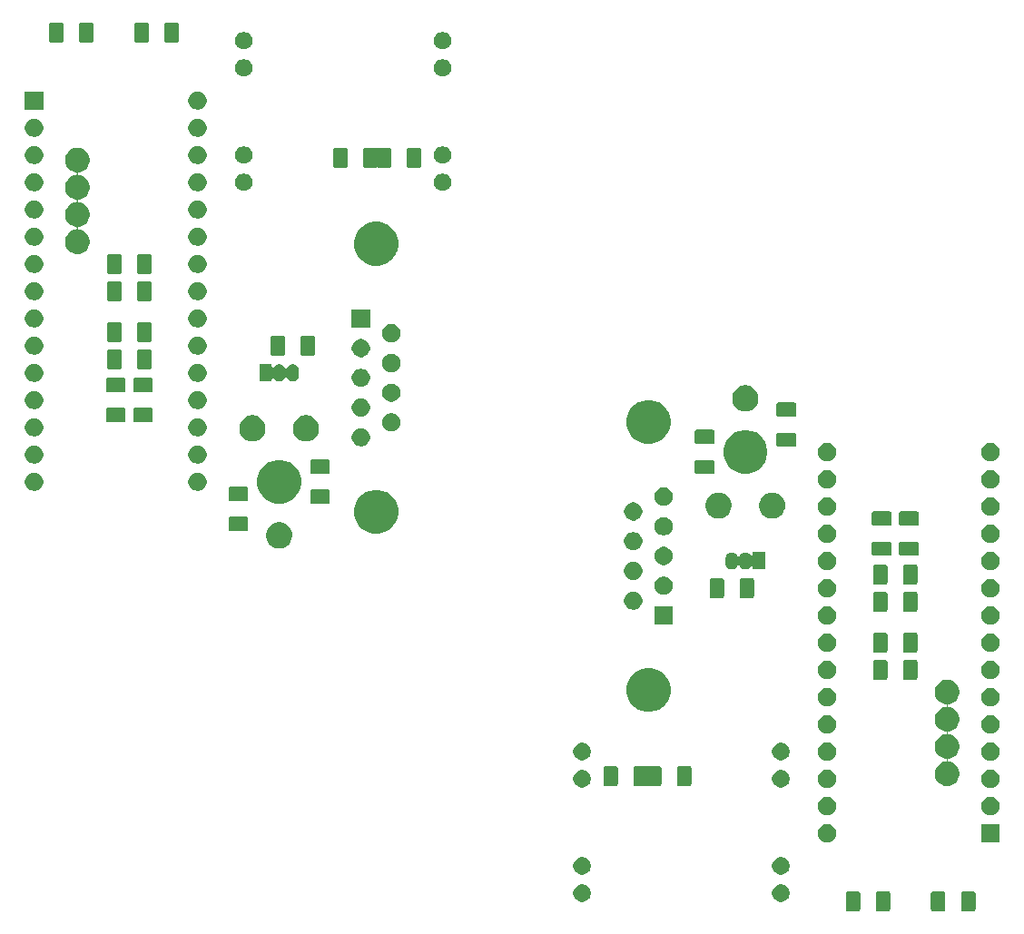
<source format=gbr>
G04 #@! TF.GenerationSoftware,KiCad,Pcbnew,5.1.5-52549c5~84~ubuntu19.10.1*
G04 #@! TF.CreationDate,2020-09-03T13:33:18+03:00*
G04 #@! TF.ProjectId,hymTR_dual,68796d54-525f-4647-9561-6c2e6b696361,rev?*
G04 #@! TF.SameCoordinates,Original*
G04 #@! TF.FileFunction,Soldermask,Bot*
G04 #@! TF.FilePolarity,Negative*
%FSLAX46Y46*%
G04 Gerber Fmt 4.6, Leading zero omitted, Abs format (unit mm)*
G04 Created by KiCad (PCBNEW 5.1.5-52549c5~84~ubuntu19.10.1) date 2020-09-03 13:33:18*
%MOMM*%
%LPD*%
G04 APERTURE LIST*
%ADD10C,0.100000*%
G04 APERTURE END LIST*
D10*
G36*
X143311104Y-136798347D02*
G01*
X143347644Y-136809432D01*
X143381321Y-136827433D01*
X143410841Y-136851659D01*
X143435067Y-136881179D01*
X143453068Y-136914856D01*
X143464153Y-136951396D01*
X143468500Y-136995538D01*
X143468500Y-138444462D01*
X143464153Y-138488604D01*
X143453068Y-138525144D01*
X143435067Y-138558821D01*
X143410841Y-138588341D01*
X143381321Y-138612567D01*
X143347644Y-138630568D01*
X143311104Y-138641653D01*
X143266962Y-138646000D01*
X142318038Y-138646000D01*
X142273896Y-138641653D01*
X142237356Y-138630568D01*
X142203679Y-138612567D01*
X142174159Y-138588341D01*
X142149933Y-138558821D01*
X142131932Y-138525144D01*
X142120847Y-138488604D01*
X142116500Y-138444462D01*
X142116500Y-136995538D01*
X142120847Y-136951396D01*
X142131932Y-136914856D01*
X142149933Y-136881179D01*
X142174159Y-136851659D01*
X142203679Y-136827433D01*
X142237356Y-136809432D01*
X142273896Y-136798347D01*
X142318038Y-136794000D01*
X143266962Y-136794000D01*
X143311104Y-136798347D01*
G37*
G36*
X140511104Y-136798347D02*
G01*
X140547644Y-136809432D01*
X140581321Y-136827433D01*
X140610841Y-136851659D01*
X140635067Y-136881179D01*
X140653068Y-136914856D01*
X140664153Y-136951396D01*
X140668500Y-136995538D01*
X140668500Y-138444462D01*
X140664153Y-138488604D01*
X140653068Y-138525144D01*
X140635067Y-138558821D01*
X140610841Y-138588341D01*
X140581321Y-138612567D01*
X140547644Y-138630568D01*
X140511104Y-138641653D01*
X140466962Y-138646000D01*
X139518038Y-138646000D01*
X139473896Y-138641653D01*
X139437356Y-138630568D01*
X139403679Y-138612567D01*
X139374159Y-138588341D01*
X139349933Y-138558821D01*
X139331932Y-138525144D01*
X139320847Y-138488604D01*
X139316500Y-138444462D01*
X139316500Y-136995538D01*
X139320847Y-136951396D01*
X139331932Y-136914856D01*
X139349933Y-136881179D01*
X139374159Y-136851659D01*
X139403679Y-136827433D01*
X139437356Y-136809432D01*
X139473896Y-136798347D01*
X139518038Y-136794000D01*
X140466962Y-136794000D01*
X140511104Y-136798347D01*
G37*
G36*
X132558604Y-136798347D02*
G01*
X132595144Y-136809432D01*
X132628821Y-136827433D01*
X132658341Y-136851659D01*
X132682567Y-136881179D01*
X132700568Y-136914856D01*
X132711653Y-136951396D01*
X132716000Y-136995538D01*
X132716000Y-138444462D01*
X132711653Y-138488604D01*
X132700568Y-138525144D01*
X132682567Y-138558821D01*
X132658341Y-138588341D01*
X132628821Y-138612567D01*
X132595144Y-138630568D01*
X132558604Y-138641653D01*
X132514462Y-138646000D01*
X131565538Y-138646000D01*
X131521396Y-138641653D01*
X131484856Y-138630568D01*
X131451179Y-138612567D01*
X131421659Y-138588341D01*
X131397433Y-138558821D01*
X131379432Y-138525144D01*
X131368347Y-138488604D01*
X131364000Y-138444462D01*
X131364000Y-136995538D01*
X131368347Y-136951396D01*
X131379432Y-136914856D01*
X131397433Y-136881179D01*
X131421659Y-136851659D01*
X131451179Y-136827433D01*
X131484856Y-136809432D01*
X131521396Y-136798347D01*
X131565538Y-136794000D01*
X132514462Y-136794000D01*
X132558604Y-136798347D01*
G37*
G36*
X135358604Y-136798347D02*
G01*
X135395144Y-136809432D01*
X135428821Y-136827433D01*
X135458341Y-136851659D01*
X135482567Y-136881179D01*
X135500568Y-136914856D01*
X135511653Y-136951396D01*
X135516000Y-136995538D01*
X135516000Y-138444462D01*
X135511653Y-138488604D01*
X135500568Y-138525144D01*
X135482567Y-138558821D01*
X135458341Y-138588341D01*
X135428821Y-138612567D01*
X135395144Y-138630568D01*
X135358604Y-138641653D01*
X135314462Y-138646000D01*
X134365538Y-138646000D01*
X134321396Y-138641653D01*
X134284856Y-138630568D01*
X134251179Y-138612567D01*
X134221659Y-138588341D01*
X134197433Y-138558821D01*
X134179432Y-138525144D01*
X134168347Y-138488604D01*
X134164000Y-138444462D01*
X134164000Y-136995538D01*
X134168347Y-136951396D01*
X134179432Y-136914856D01*
X134197433Y-136881179D01*
X134221659Y-136851659D01*
X134251179Y-136827433D01*
X134284856Y-136809432D01*
X134321396Y-136798347D01*
X134365538Y-136794000D01*
X135314462Y-136794000D01*
X135358604Y-136798347D01*
G37*
G36*
X107007142Y-136176242D02*
G01*
X107155101Y-136237529D01*
X107288255Y-136326499D01*
X107401501Y-136439745D01*
X107490471Y-136572899D01*
X107551758Y-136720858D01*
X107583000Y-136877925D01*
X107583000Y-137038075D01*
X107551758Y-137195142D01*
X107490471Y-137343101D01*
X107401501Y-137476255D01*
X107288255Y-137589501D01*
X107155101Y-137678471D01*
X107007142Y-137739758D01*
X106850075Y-137771000D01*
X106689925Y-137771000D01*
X106532858Y-137739758D01*
X106384899Y-137678471D01*
X106251745Y-137589501D01*
X106138499Y-137476255D01*
X106049529Y-137343101D01*
X105988242Y-137195142D01*
X105957000Y-137038075D01*
X105957000Y-136877925D01*
X105988242Y-136720858D01*
X106049529Y-136572899D01*
X106138499Y-136439745D01*
X106251745Y-136326499D01*
X106384899Y-136237529D01*
X106532858Y-136176242D01*
X106689925Y-136145000D01*
X106850075Y-136145000D01*
X107007142Y-136176242D01*
G37*
G36*
X125549142Y-136176242D02*
G01*
X125697101Y-136237529D01*
X125830255Y-136326499D01*
X125943501Y-136439745D01*
X126032471Y-136572899D01*
X126093758Y-136720858D01*
X126125000Y-136877925D01*
X126125000Y-137038075D01*
X126093758Y-137195142D01*
X126032471Y-137343101D01*
X125943501Y-137476255D01*
X125830255Y-137589501D01*
X125697101Y-137678471D01*
X125549142Y-137739758D01*
X125392075Y-137771000D01*
X125231925Y-137771000D01*
X125074858Y-137739758D01*
X124926899Y-137678471D01*
X124793745Y-137589501D01*
X124680499Y-137476255D01*
X124591529Y-137343101D01*
X124530242Y-137195142D01*
X124499000Y-137038075D01*
X124499000Y-136877925D01*
X124530242Y-136720858D01*
X124591529Y-136572899D01*
X124680499Y-136439745D01*
X124793745Y-136326499D01*
X124926899Y-136237529D01*
X125074858Y-136176242D01*
X125231925Y-136145000D01*
X125392075Y-136145000D01*
X125549142Y-136176242D01*
G37*
G36*
X107007142Y-133636242D02*
G01*
X107155101Y-133697529D01*
X107288255Y-133786499D01*
X107401501Y-133899745D01*
X107490471Y-134032899D01*
X107551758Y-134180858D01*
X107583000Y-134337925D01*
X107583000Y-134498075D01*
X107551758Y-134655142D01*
X107490471Y-134803101D01*
X107401501Y-134936255D01*
X107288255Y-135049501D01*
X107155101Y-135138471D01*
X107007142Y-135199758D01*
X106850075Y-135231000D01*
X106689925Y-135231000D01*
X106532858Y-135199758D01*
X106384899Y-135138471D01*
X106251745Y-135049501D01*
X106138499Y-134936255D01*
X106049529Y-134803101D01*
X105988242Y-134655142D01*
X105957000Y-134498075D01*
X105957000Y-134337925D01*
X105988242Y-134180858D01*
X106049529Y-134032899D01*
X106138499Y-133899745D01*
X106251745Y-133786499D01*
X106384899Y-133697529D01*
X106532858Y-133636242D01*
X106689925Y-133605000D01*
X106850075Y-133605000D01*
X107007142Y-133636242D01*
G37*
G36*
X125549142Y-133636242D02*
G01*
X125697101Y-133697529D01*
X125830255Y-133786499D01*
X125943501Y-133899745D01*
X126032471Y-134032899D01*
X126093758Y-134180858D01*
X126125000Y-134337925D01*
X126125000Y-134498075D01*
X126093758Y-134655142D01*
X126032471Y-134803101D01*
X125943501Y-134936255D01*
X125830255Y-135049501D01*
X125697101Y-135138471D01*
X125549142Y-135199758D01*
X125392075Y-135231000D01*
X125231925Y-135231000D01*
X125074858Y-135199758D01*
X124926899Y-135138471D01*
X124793745Y-135049501D01*
X124680499Y-134936255D01*
X124591529Y-134803101D01*
X124530242Y-134655142D01*
X124499000Y-134498075D01*
X124499000Y-134337925D01*
X124530242Y-134180858D01*
X124591529Y-134032899D01*
X124680499Y-133899745D01*
X124793745Y-133786499D01*
X124926899Y-133697529D01*
X125074858Y-133636242D01*
X125231925Y-133605000D01*
X125392075Y-133605000D01*
X125549142Y-133636242D01*
G37*
G36*
X145721000Y-132221000D02*
G01*
X144019000Y-132221000D01*
X144019000Y-130519000D01*
X145721000Y-130519000D01*
X145721000Y-132221000D01*
G37*
G36*
X129878228Y-130551703D02*
G01*
X130033100Y-130615853D01*
X130172481Y-130708985D01*
X130291015Y-130827519D01*
X130384147Y-130966900D01*
X130448297Y-131121772D01*
X130481000Y-131286184D01*
X130481000Y-131453816D01*
X130448297Y-131618228D01*
X130384147Y-131773100D01*
X130291015Y-131912481D01*
X130172481Y-132031015D01*
X130033100Y-132124147D01*
X129878228Y-132188297D01*
X129713816Y-132221000D01*
X129546184Y-132221000D01*
X129381772Y-132188297D01*
X129226900Y-132124147D01*
X129087519Y-132031015D01*
X128968985Y-131912481D01*
X128875853Y-131773100D01*
X128811703Y-131618228D01*
X128779000Y-131453816D01*
X128779000Y-131286184D01*
X128811703Y-131121772D01*
X128875853Y-130966900D01*
X128968985Y-130827519D01*
X129087519Y-130708985D01*
X129226900Y-130615853D01*
X129381772Y-130551703D01*
X129546184Y-130519000D01*
X129713816Y-130519000D01*
X129878228Y-130551703D01*
G37*
G36*
X145118228Y-128011703D02*
G01*
X145273100Y-128075853D01*
X145412481Y-128168985D01*
X145531015Y-128287519D01*
X145624147Y-128426900D01*
X145688297Y-128581772D01*
X145721000Y-128746184D01*
X145721000Y-128913816D01*
X145688297Y-129078228D01*
X145624147Y-129233100D01*
X145531015Y-129372481D01*
X145412481Y-129491015D01*
X145273100Y-129584147D01*
X145118228Y-129648297D01*
X144953816Y-129681000D01*
X144786184Y-129681000D01*
X144621772Y-129648297D01*
X144466900Y-129584147D01*
X144327519Y-129491015D01*
X144208985Y-129372481D01*
X144115853Y-129233100D01*
X144051703Y-129078228D01*
X144019000Y-128913816D01*
X144019000Y-128746184D01*
X144051703Y-128581772D01*
X144115853Y-128426900D01*
X144208985Y-128287519D01*
X144327519Y-128168985D01*
X144466900Y-128075853D01*
X144621772Y-128011703D01*
X144786184Y-127979000D01*
X144953816Y-127979000D01*
X145118228Y-128011703D01*
G37*
G36*
X129878228Y-128011703D02*
G01*
X130033100Y-128075853D01*
X130172481Y-128168985D01*
X130291015Y-128287519D01*
X130384147Y-128426900D01*
X130448297Y-128581772D01*
X130481000Y-128746184D01*
X130481000Y-128913816D01*
X130448297Y-129078228D01*
X130384147Y-129233100D01*
X130291015Y-129372481D01*
X130172481Y-129491015D01*
X130033100Y-129584147D01*
X129878228Y-129648297D01*
X129713816Y-129681000D01*
X129546184Y-129681000D01*
X129381772Y-129648297D01*
X129226900Y-129584147D01*
X129087519Y-129491015D01*
X128968985Y-129372481D01*
X128875853Y-129233100D01*
X128811703Y-129078228D01*
X128779000Y-128913816D01*
X128779000Y-128746184D01*
X128811703Y-128581772D01*
X128875853Y-128426900D01*
X128968985Y-128287519D01*
X129087519Y-128168985D01*
X129226900Y-128075853D01*
X129381772Y-128011703D01*
X129546184Y-127979000D01*
X129713816Y-127979000D01*
X129878228Y-128011703D01*
G37*
G36*
X145118228Y-125471703D02*
G01*
X145273100Y-125535853D01*
X145412481Y-125628985D01*
X145531015Y-125747519D01*
X145624147Y-125886900D01*
X145688297Y-126041772D01*
X145721000Y-126206184D01*
X145721000Y-126373816D01*
X145688297Y-126538228D01*
X145624147Y-126693100D01*
X145531015Y-126832481D01*
X145412481Y-126951015D01*
X145273100Y-127044147D01*
X145118228Y-127108297D01*
X144953816Y-127141000D01*
X144786184Y-127141000D01*
X144621772Y-127108297D01*
X144466900Y-127044147D01*
X144327519Y-126951015D01*
X144208985Y-126832481D01*
X144115853Y-126693100D01*
X144051703Y-126538228D01*
X144019000Y-126373816D01*
X144019000Y-126206184D01*
X144051703Y-126041772D01*
X144115853Y-125886900D01*
X144208985Y-125747519D01*
X144327519Y-125628985D01*
X144466900Y-125535853D01*
X144621772Y-125471703D01*
X144786184Y-125439000D01*
X144953816Y-125439000D01*
X145118228Y-125471703D01*
G37*
G36*
X129878228Y-125471703D02*
G01*
X130033100Y-125535853D01*
X130172481Y-125628985D01*
X130291015Y-125747519D01*
X130384147Y-125886900D01*
X130448297Y-126041772D01*
X130481000Y-126206184D01*
X130481000Y-126373816D01*
X130448297Y-126538228D01*
X130384147Y-126693100D01*
X130291015Y-126832481D01*
X130172481Y-126951015D01*
X130033100Y-127044147D01*
X129878228Y-127108297D01*
X129713816Y-127141000D01*
X129546184Y-127141000D01*
X129381772Y-127108297D01*
X129226900Y-127044147D01*
X129087519Y-126951015D01*
X128968985Y-126832481D01*
X128875853Y-126693100D01*
X128811703Y-126538228D01*
X128779000Y-126373816D01*
X128779000Y-126206184D01*
X128811703Y-126041772D01*
X128875853Y-125886900D01*
X128968985Y-125747519D01*
X129087519Y-125628985D01*
X129226900Y-125535853D01*
X129381772Y-125471703D01*
X129546184Y-125439000D01*
X129713816Y-125439000D01*
X129878228Y-125471703D01*
G37*
G36*
X125549142Y-125508242D02*
G01*
X125697101Y-125569529D01*
X125830255Y-125658499D01*
X125943501Y-125771745D01*
X126032471Y-125904899D01*
X126093758Y-126052858D01*
X126125000Y-126209925D01*
X126125000Y-126370075D01*
X126093758Y-126527142D01*
X126032471Y-126675101D01*
X125943501Y-126808255D01*
X125830255Y-126921501D01*
X125697101Y-127010471D01*
X125549142Y-127071758D01*
X125392075Y-127103000D01*
X125231925Y-127103000D01*
X125074858Y-127071758D01*
X124926899Y-127010471D01*
X124793745Y-126921501D01*
X124680499Y-126808255D01*
X124591529Y-126675101D01*
X124530242Y-126527142D01*
X124499000Y-126370075D01*
X124499000Y-126209925D01*
X124530242Y-126052858D01*
X124591529Y-125904899D01*
X124680499Y-125771745D01*
X124793745Y-125658499D01*
X124926899Y-125569529D01*
X125074858Y-125508242D01*
X125231925Y-125477000D01*
X125392075Y-125477000D01*
X125549142Y-125508242D01*
G37*
G36*
X107007142Y-125508242D02*
G01*
X107155101Y-125569529D01*
X107288255Y-125658499D01*
X107401501Y-125771745D01*
X107490471Y-125904899D01*
X107551758Y-126052858D01*
X107583000Y-126209925D01*
X107583000Y-126370075D01*
X107551758Y-126527142D01*
X107490471Y-126675101D01*
X107401501Y-126808255D01*
X107288255Y-126921501D01*
X107155101Y-127010471D01*
X107007142Y-127071758D01*
X106850075Y-127103000D01*
X106689925Y-127103000D01*
X106532858Y-127071758D01*
X106384899Y-127010471D01*
X106251745Y-126921501D01*
X106138499Y-126808255D01*
X106049529Y-126675101D01*
X105988242Y-126527142D01*
X105957000Y-126370075D01*
X105957000Y-126209925D01*
X105988242Y-126052858D01*
X106049529Y-125904899D01*
X106138499Y-125771745D01*
X106251745Y-125658499D01*
X106384899Y-125569529D01*
X106532858Y-125508242D01*
X106689925Y-125477000D01*
X106850075Y-125477000D01*
X107007142Y-125508242D01*
G37*
G36*
X141004665Y-117056000D02*
G01*
X141171734Y-117089232D01*
X141381203Y-117175997D01*
X141569720Y-117301960D01*
X141730040Y-117462280D01*
X141856003Y-117650797D01*
X141942768Y-117860266D01*
X141987000Y-118082636D01*
X141987000Y-118309364D01*
X141942768Y-118531734D01*
X141856003Y-118741203D01*
X141730040Y-118929720D01*
X141569720Y-119090040D01*
X141381203Y-119216003D01*
X141171734Y-119302768D01*
X141044161Y-119328144D01*
X140967448Y-119343403D01*
X140943999Y-119350516D01*
X140922388Y-119362067D01*
X140903446Y-119377612D01*
X140887901Y-119396554D01*
X140876350Y-119418165D01*
X140869237Y-119441614D01*
X140866835Y-119466000D01*
X140869237Y-119490386D01*
X140876350Y-119513835D01*
X140887901Y-119535446D01*
X140903446Y-119554388D01*
X140922388Y-119569933D01*
X140943999Y-119581484D01*
X140967448Y-119588597D01*
X141040440Y-119603116D01*
X141171734Y-119629232D01*
X141381203Y-119715997D01*
X141569720Y-119841960D01*
X141730040Y-120002280D01*
X141856003Y-120190797D01*
X141942768Y-120400266D01*
X141987000Y-120622636D01*
X141987000Y-120849364D01*
X141942768Y-121071734D01*
X141856003Y-121281203D01*
X141730040Y-121469720D01*
X141569720Y-121630040D01*
X141381203Y-121756003D01*
X141171734Y-121842768D01*
X141044161Y-121868144D01*
X140967448Y-121883403D01*
X140943999Y-121890516D01*
X140922388Y-121902067D01*
X140903446Y-121917612D01*
X140887901Y-121936554D01*
X140876350Y-121958165D01*
X140869237Y-121981614D01*
X140866835Y-122006000D01*
X140869237Y-122030386D01*
X140876350Y-122053835D01*
X140887901Y-122075446D01*
X140903446Y-122094388D01*
X140922388Y-122109933D01*
X140943999Y-122121484D01*
X140967448Y-122128597D01*
X141044161Y-122143856D01*
X141171734Y-122169232D01*
X141381203Y-122255997D01*
X141569720Y-122381960D01*
X141730040Y-122542280D01*
X141856003Y-122730797D01*
X141942768Y-122940266D01*
X141987000Y-123162636D01*
X141987000Y-123389364D01*
X141942768Y-123611734D01*
X141856003Y-123821203D01*
X141730040Y-124009720D01*
X141569720Y-124170040D01*
X141381203Y-124296003D01*
X141171734Y-124382768D01*
X141044161Y-124408144D01*
X140967448Y-124423403D01*
X140943999Y-124430516D01*
X140922388Y-124442067D01*
X140903446Y-124457612D01*
X140887901Y-124476554D01*
X140876350Y-124498165D01*
X140869237Y-124521614D01*
X140866835Y-124546000D01*
X140869237Y-124570386D01*
X140876350Y-124593835D01*
X140887901Y-124615446D01*
X140903446Y-124634388D01*
X140922388Y-124649933D01*
X140943999Y-124661484D01*
X140967448Y-124668597D01*
X141044161Y-124683856D01*
X141171734Y-124709232D01*
X141381203Y-124795997D01*
X141569720Y-124921960D01*
X141730040Y-125082280D01*
X141856003Y-125270797D01*
X141856004Y-125270799D01*
X141879551Y-125327648D01*
X141942768Y-125480266D01*
X141987000Y-125702636D01*
X141987000Y-125929364D01*
X141942768Y-126151734D01*
X141856003Y-126361203D01*
X141730040Y-126549720D01*
X141569720Y-126710040D01*
X141381203Y-126836003D01*
X141171734Y-126922768D01*
X141142580Y-126928567D01*
X140949365Y-126967000D01*
X140722635Y-126967000D01*
X140529420Y-126928567D01*
X140500266Y-126922768D01*
X140290797Y-126836003D01*
X140102280Y-126710040D01*
X139941960Y-126549720D01*
X139815997Y-126361203D01*
X139729232Y-126151734D01*
X139685000Y-125929364D01*
X139685000Y-125702636D01*
X139729232Y-125480266D01*
X139792449Y-125327648D01*
X139815996Y-125270799D01*
X139815997Y-125270797D01*
X139941960Y-125082280D01*
X140102280Y-124921960D01*
X140290797Y-124795997D01*
X140500266Y-124709232D01*
X140627839Y-124683856D01*
X140704552Y-124668597D01*
X140728001Y-124661484D01*
X140749612Y-124649933D01*
X140768554Y-124634388D01*
X140784099Y-124615446D01*
X140795650Y-124593835D01*
X140802763Y-124570386D01*
X140805165Y-124546000D01*
X140802763Y-124521614D01*
X140795650Y-124498165D01*
X140784099Y-124476554D01*
X140768554Y-124457612D01*
X140749612Y-124442067D01*
X140728001Y-124430516D01*
X140704552Y-124423403D01*
X140627839Y-124408144D01*
X140500266Y-124382768D01*
X140290797Y-124296003D01*
X140102280Y-124170040D01*
X139941960Y-124009720D01*
X139815997Y-123821203D01*
X139729232Y-123611734D01*
X139685000Y-123389364D01*
X139685000Y-123162636D01*
X139729232Y-122940266D01*
X139815997Y-122730797D01*
X139941960Y-122542280D01*
X140102280Y-122381960D01*
X140290797Y-122255997D01*
X140500266Y-122169232D01*
X140627839Y-122143856D01*
X140704552Y-122128597D01*
X140728001Y-122121484D01*
X140749612Y-122109933D01*
X140768554Y-122094388D01*
X140784099Y-122075446D01*
X140795650Y-122053835D01*
X140802763Y-122030386D01*
X140805165Y-122006000D01*
X140802763Y-121981614D01*
X140795650Y-121958165D01*
X140784099Y-121936554D01*
X140768554Y-121917612D01*
X140749612Y-121902067D01*
X140728001Y-121890516D01*
X140704552Y-121883403D01*
X140627839Y-121868144D01*
X140500266Y-121842768D01*
X140290797Y-121756003D01*
X140102280Y-121630040D01*
X139941960Y-121469720D01*
X139815997Y-121281203D01*
X139729232Y-121071734D01*
X139685000Y-120849364D01*
X139685000Y-120622636D01*
X139729232Y-120400266D01*
X139815997Y-120190797D01*
X139941960Y-120002280D01*
X140102280Y-119841960D01*
X140290797Y-119715997D01*
X140500266Y-119629232D01*
X140631560Y-119603116D01*
X140704552Y-119588597D01*
X140728001Y-119581484D01*
X140749612Y-119569933D01*
X140768554Y-119554388D01*
X140784099Y-119535446D01*
X140795650Y-119513835D01*
X140802763Y-119490386D01*
X140805165Y-119466000D01*
X140802763Y-119441614D01*
X140795650Y-119418165D01*
X140784099Y-119396554D01*
X140768554Y-119377612D01*
X140749612Y-119362067D01*
X140728001Y-119350516D01*
X140704552Y-119343403D01*
X140627839Y-119328144D01*
X140500266Y-119302768D01*
X140290797Y-119216003D01*
X140102280Y-119090040D01*
X139941960Y-118929720D01*
X139815997Y-118741203D01*
X139729232Y-118531734D01*
X139685000Y-118309364D01*
X139685000Y-118082636D01*
X139729232Y-117860266D01*
X139815997Y-117650797D01*
X139941960Y-117462280D01*
X140102280Y-117301960D01*
X140290797Y-117175997D01*
X140500266Y-117089232D01*
X140667335Y-117056000D01*
X140722635Y-117045000D01*
X140949365Y-117045000D01*
X141004665Y-117056000D01*
G37*
G36*
X112752604Y-125114347D02*
G01*
X112789144Y-125125432D01*
X112807076Y-125135017D01*
X112829715Y-125144395D01*
X112853748Y-125149175D01*
X112878252Y-125149175D01*
X112902285Y-125144395D01*
X112924924Y-125135017D01*
X112942856Y-125125432D01*
X112979396Y-125114347D01*
X113023538Y-125110000D01*
X113972462Y-125110000D01*
X114016604Y-125114347D01*
X114053144Y-125125432D01*
X114086821Y-125143433D01*
X114116341Y-125167659D01*
X114140567Y-125197179D01*
X114158568Y-125230856D01*
X114169653Y-125267396D01*
X114174000Y-125311538D01*
X114174000Y-126760462D01*
X114169653Y-126804604D01*
X114158568Y-126841144D01*
X114140567Y-126874821D01*
X114116341Y-126904341D01*
X114086821Y-126928567D01*
X114053144Y-126946568D01*
X114016604Y-126957653D01*
X113972462Y-126962000D01*
X113023538Y-126962000D01*
X112979396Y-126957653D01*
X112942856Y-126946568D01*
X112924924Y-126936983D01*
X112902285Y-126927605D01*
X112878252Y-126922825D01*
X112853748Y-126922825D01*
X112829715Y-126927605D01*
X112807076Y-126936983D01*
X112789144Y-126946568D01*
X112752604Y-126957653D01*
X112708462Y-126962000D01*
X111759538Y-126962000D01*
X111715396Y-126957653D01*
X111678856Y-126946568D01*
X111645179Y-126928567D01*
X111615659Y-126904341D01*
X111591433Y-126874821D01*
X111573432Y-126841144D01*
X111562347Y-126804604D01*
X111558000Y-126760462D01*
X111558000Y-125311538D01*
X111562347Y-125267396D01*
X111573432Y-125230856D01*
X111591433Y-125197179D01*
X111615659Y-125167659D01*
X111645179Y-125143433D01*
X111678856Y-125125432D01*
X111715396Y-125114347D01*
X111759538Y-125110000D01*
X112708462Y-125110000D01*
X112752604Y-125114347D01*
G37*
G36*
X116816604Y-125114347D02*
G01*
X116853144Y-125125432D01*
X116886821Y-125143433D01*
X116916341Y-125167659D01*
X116940567Y-125197179D01*
X116958568Y-125230856D01*
X116969653Y-125267396D01*
X116974000Y-125311538D01*
X116974000Y-126760462D01*
X116969653Y-126804604D01*
X116958568Y-126841144D01*
X116940567Y-126874821D01*
X116916341Y-126904341D01*
X116886821Y-126928567D01*
X116853144Y-126946568D01*
X116816604Y-126957653D01*
X116772462Y-126962000D01*
X115823538Y-126962000D01*
X115779396Y-126957653D01*
X115742856Y-126946568D01*
X115709179Y-126928567D01*
X115679659Y-126904341D01*
X115655433Y-126874821D01*
X115637432Y-126841144D01*
X115626347Y-126804604D01*
X115622000Y-126760462D01*
X115622000Y-125311538D01*
X115626347Y-125267396D01*
X115637432Y-125230856D01*
X115655433Y-125197179D01*
X115679659Y-125167659D01*
X115709179Y-125143433D01*
X115742856Y-125125432D01*
X115779396Y-125114347D01*
X115823538Y-125110000D01*
X116772462Y-125110000D01*
X116816604Y-125114347D01*
G37*
G36*
X109952604Y-125114347D02*
G01*
X109989144Y-125125432D01*
X110022821Y-125143433D01*
X110052341Y-125167659D01*
X110076567Y-125197179D01*
X110094568Y-125230856D01*
X110105653Y-125267396D01*
X110110000Y-125311538D01*
X110110000Y-126760462D01*
X110105653Y-126804604D01*
X110094568Y-126841144D01*
X110076567Y-126874821D01*
X110052341Y-126904341D01*
X110022821Y-126928567D01*
X109989144Y-126946568D01*
X109952604Y-126957653D01*
X109908462Y-126962000D01*
X108959538Y-126962000D01*
X108915396Y-126957653D01*
X108878856Y-126946568D01*
X108845179Y-126928567D01*
X108815659Y-126904341D01*
X108791433Y-126874821D01*
X108773432Y-126841144D01*
X108762347Y-126804604D01*
X108758000Y-126760462D01*
X108758000Y-125311538D01*
X108762347Y-125267396D01*
X108773432Y-125230856D01*
X108791433Y-125197179D01*
X108815659Y-125167659D01*
X108845179Y-125143433D01*
X108878856Y-125125432D01*
X108915396Y-125114347D01*
X108959538Y-125110000D01*
X109908462Y-125110000D01*
X109952604Y-125114347D01*
G37*
G36*
X129878228Y-122931703D02*
G01*
X130033100Y-122995853D01*
X130172481Y-123088985D01*
X130291015Y-123207519D01*
X130384147Y-123346900D01*
X130448297Y-123501772D01*
X130481000Y-123666184D01*
X130481000Y-123833816D01*
X130448297Y-123998228D01*
X130384147Y-124153100D01*
X130291015Y-124292481D01*
X130172481Y-124411015D01*
X130033100Y-124504147D01*
X129878228Y-124568297D01*
X129713816Y-124601000D01*
X129546184Y-124601000D01*
X129381772Y-124568297D01*
X129226900Y-124504147D01*
X129087519Y-124411015D01*
X128968985Y-124292481D01*
X128875853Y-124153100D01*
X128811703Y-123998228D01*
X128779000Y-123833816D01*
X128779000Y-123666184D01*
X128811703Y-123501772D01*
X128875853Y-123346900D01*
X128968985Y-123207519D01*
X129087519Y-123088985D01*
X129226900Y-122995853D01*
X129381772Y-122931703D01*
X129546184Y-122899000D01*
X129713816Y-122899000D01*
X129878228Y-122931703D01*
G37*
G36*
X145118228Y-122931703D02*
G01*
X145273100Y-122995853D01*
X145412481Y-123088985D01*
X145531015Y-123207519D01*
X145624147Y-123346900D01*
X145688297Y-123501772D01*
X145721000Y-123666184D01*
X145721000Y-123833816D01*
X145688297Y-123998228D01*
X145624147Y-124153100D01*
X145531015Y-124292481D01*
X145412481Y-124411015D01*
X145273100Y-124504147D01*
X145118228Y-124568297D01*
X144953816Y-124601000D01*
X144786184Y-124601000D01*
X144621772Y-124568297D01*
X144466900Y-124504147D01*
X144327519Y-124411015D01*
X144208985Y-124292481D01*
X144115853Y-124153100D01*
X144051703Y-123998228D01*
X144019000Y-123833816D01*
X144019000Y-123666184D01*
X144051703Y-123501772D01*
X144115853Y-123346900D01*
X144208985Y-123207519D01*
X144327519Y-123088985D01*
X144466900Y-122995853D01*
X144621772Y-122931703D01*
X144786184Y-122899000D01*
X144953816Y-122899000D01*
X145118228Y-122931703D01*
G37*
G36*
X125549142Y-122968242D02*
G01*
X125697101Y-123029529D01*
X125830255Y-123118499D01*
X125943501Y-123231745D01*
X126032471Y-123364899D01*
X126093758Y-123512858D01*
X126125000Y-123669925D01*
X126125000Y-123830075D01*
X126093758Y-123987142D01*
X126032471Y-124135101D01*
X125943501Y-124268255D01*
X125830255Y-124381501D01*
X125697101Y-124470471D01*
X125549142Y-124531758D01*
X125392075Y-124563000D01*
X125231925Y-124563000D01*
X125074858Y-124531758D01*
X124926899Y-124470471D01*
X124793745Y-124381501D01*
X124680499Y-124268255D01*
X124591529Y-124135101D01*
X124530242Y-123987142D01*
X124499000Y-123830075D01*
X124499000Y-123669925D01*
X124530242Y-123512858D01*
X124591529Y-123364899D01*
X124680499Y-123231745D01*
X124793745Y-123118499D01*
X124926899Y-123029529D01*
X125074858Y-122968242D01*
X125231925Y-122937000D01*
X125392075Y-122937000D01*
X125549142Y-122968242D01*
G37*
G36*
X107007142Y-122968242D02*
G01*
X107155101Y-123029529D01*
X107288255Y-123118499D01*
X107401501Y-123231745D01*
X107490471Y-123364899D01*
X107551758Y-123512858D01*
X107583000Y-123669925D01*
X107583000Y-123830075D01*
X107551758Y-123987142D01*
X107490471Y-124135101D01*
X107401501Y-124268255D01*
X107288255Y-124381501D01*
X107155101Y-124470471D01*
X107007142Y-124531758D01*
X106850075Y-124563000D01*
X106689925Y-124563000D01*
X106532858Y-124531758D01*
X106384899Y-124470471D01*
X106251745Y-124381501D01*
X106138499Y-124268255D01*
X106049529Y-124135101D01*
X105988242Y-123987142D01*
X105957000Y-123830075D01*
X105957000Y-123669925D01*
X105988242Y-123512858D01*
X106049529Y-123364899D01*
X106138499Y-123231745D01*
X106251745Y-123118499D01*
X106384899Y-123029529D01*
X106532858Y-122968242D01*
X106689925Y-122937000D01*
X106850075Y-122937000D01*
X107007142Y-122968242D01*
G37*
G36*
X129878228Y-120391703D02*
G01*
X130033100Y-120455853D01*
X130172481Y-120548985D01*
X130291015Y-120667519D01*
X130384147Y-120806900D01*
X130448297Y-120961772D01*
X130481000Y-121126184D01*
X130481000Y-121293816D01*
X130448297Y-121458228D01*
X130384147Y-121613100D01*
X130291015Y-121752481D01*
X130172481Y-121871015D01*
X130033100Y-121964147D01*
X129878228Y-122028297D01*
X129713816Y-122061000D01*
X129546184Y-122061000D01*
X129381772Y-122028297D01*
X129226900Y-121964147D01*
X129087519Y-121871015D01*
X128968985Y-121752481D01*
X128875853Y-121613100D01*
X128811703Y-121458228D01*
X128779000Y-121293816D01*
X128779000Y-121126184D01*
X128811703Y-120961772D01*
X128875853Y-120806900D01*
X128968985Y-120667519D01*
X129087519Y-120548985D01*
X129226900Y-120455853D01*
X129381772Y-120391703D01*
X129546184Y-120359000D01*
X129713816Y-120359000D01*
X129878228Y-120391703D01*
G37*
G36*
X145118228Y-120391703D02*
G01*
X145273100Y-120455853D01*
X145412481Y-120548985D01*
X145531015Y-120667519D01*
X145624147Y-120806900D01*
X145688297Y-120961772D01*
X145721000Y-121126184D01*
X145721000Y-121293816D01*
X145688297Y-121458228D01*
X145624147Y-121613100D01*
X145531015Y-121752481D01*
X145412481Y-121871015D01*
X145273100Y-121964147D01*
X145118228Y-122028297D01*
X144953816Y-122061000D01*
X144786184Y-122061000D01*
X144621772Y-122028297D01*
X144466900Y-121964147D01*
X144327519Y-121871015D01*
X144208985Y-121752481D01*
X144115853Y-121613100D01*
X144051703Y-121458228D01*
X144019000Y-121293816D01*
X144019000Y-121126184D01*
X144051703Y-120961772D01*
X144115853Y-120806900D01*
X144208985Y-120667519D01*
X144327519Y-120548985D01*
X144466900Y-120455853D01*
X144621772Y-120391703D01*
X144786184Y-120359000D01*
X144953816Y-120359000D01*
X145118228Y-120391703D01*
G37*
G36*
X113568254Y-116037818D02*
G01*
X113941511Y-116192426D01*
X113941513Y-116192427D01*
X114277436Y-116416884D01*
X114563116Y-116702564D01*
X114785522Y-117035417D01*
X114787574Y-117038489D01*
X114942182Y-117411746D01*
X115021000Y-117807993D01*
X115021000Y-118212007D01*
X114942182Y-118608254D01*
X114787574Y-118981511D01*
X114787573Y-118981513D01*
X114563116Y-119317436D01*
X114277436Y-119603116D01*
X113941513Y-119827573D01*
X113941512Y-119827574D01*
X113941511Y-119827574D01*
X113568254Y-119982182D01*
X113172007Y-120061000D01*
X112767993Y-120061000D01*
X112371746Y-119982182D01*
X111998489Y-119827574D01*
X111998488Y-119827574D01*
X111998487Y-119827573D01*
X111662564Y-119603116D01*
X111376884Y-119317436D01*
X111152427Y-118981513D01*
X111152426Y-118981511D01*
X110997818Y-118608254D01*
X110919000Y-118212007D01*
X110919000Y-117807993D01*
X110997818Y-117411746D01*
X111152426Y-117038489D01*
X111154479Y-117035417D01*
X111376884Y-116702564D01*
X111662564Y-116416884D01*
X111998487Y-116192427D01*
X111998489Y-116192426D01*
X112371746Y-116037818D01*
X112767993Y-115959000D01*
X113172007Y-115959000D01*
X113568254Y-116037818D01*
G37*
G36*
X145118228Y-117851703D02*
G01*
X145273100Y-117915853D01*
X145412481Y-118008985D01*
X145531015Y-118127519D01*
X145624147Y-118266900D01*
X145688297Y-118421772D01*
X145721000Y-118586184D01*
X145721000Y-118753816D01*
X145688297Y-118918228D01*
X145624147Y-119073100D01*
X145531015Y-119212481D01*
X145412481Y-119331015D01*
X145273100Y-119424147D01*
X145118228Y-119488297D01*
X144953816Y-119521000D01*
X144786184Y-119521000D01*
X144621772Y-119488297D01*
X144466900Y-119424147D01*
X144327519Y-119331015D01*
X144208985Y-119212481D01*
X144115853Y-119073100D01*
X144051703Y-118918228D01*
X144019000Y-118753816D01*
X144019000Y-118586184D01*
X144051703Y-118421772D01*
X144115853Y-118266900D01*
X144208985Y-118127519D01*
X144327519Y-118008985D01*
X144466900Y-117915853D01*
X144621772Y-117851703D01*
X144786184Y-117819000D01*
X144953816Y-117819000D01*
X145118228Y-117851703D01*
G37*
G36*
X129878228Y-117851703D02*
G01*
X130033100Y-117915853D01*
X130172481Y-118008985D01*
X130291015Y-118127519D01*
X130384147Y-118266900D01*
X130448297Y-118421772D01*
X130481000Y-118586184D01*
X130481000Y-118753816D01*
X130448297Y-118918228D01*
X130384147Y-119073100D01*
X130291015Y-119212481D01*
X130172481Y-119331015D01*
X130033100Y-119424147D01*
X129878228Y-119488297D01*
X129713816Y-119521000D01*
X129546184Y-119521000D01*
X129381772Y-119488297D01*
X129226900Y-119424147D01*
X129087519Y-119331015D01*
X128968985Y-119212481D01*
X128875853Y-119073100D01*
X128811703Y-118918228D01*
X128779000Y-118753816D01*
X128779000Y-118586184D01*
X128811703Y-118421772D01*
X128875853Y-118266900D01*
X128968985Y-118127519D01*
X129087519Y-118008985D01*
X129226900Y-117915853D01*
X129381772Y-117851703D01*
X129546184Y-117819000D01*
X129713816Y-117819000D01*
X129878228Y-117851703D01*
G37*
G36*
X137898604Y-115208347D02*
G01*
X137935144Y-115219432D01*
X137968821Y-115237433D01*
X137998341Y-115261659D01*
X138022567Y-115291179D01*
X138040568Y-115324856D01*
X138051653Y-115361396D01*
X138056000Y-115405538D01*
X138056000Y-116854462D01*
X138051653Y-116898604D01*
X138040568Y-116935144D01*
X138022567Y-116968821D01*
X137998341Y-116998341D01*
X137968821Y-117022567D01*
X137935144Y-117040568D01*
X137898604Y-117051653D01*
X137854462Y-117056000D01*
X136905538Y-117056000D01*
X136861396Y-117051653D01*
X136824856Y-117040568D01*
X136791179Y-117022567D01*
X136761659Y-116998341D01*
X136737433Y-116968821D01*
X136719432Y-116935144D01*
X136708347Y-116898604D01*
X136704000Y-116854462D01*
X136704000Y-115405538D01*
X136708347Y-115361396D01*
X136719432Y-115324856D01*
X136737433Y-115291179D01*
X136761659Y-115261659D01*
X136791179Y-115237433D01*
X136824856Y-115219432D01*
X136861396Y-115208347D01*
X136905538Y-115204000D01*
X137854462Y-115204000D01*
X137898604Y-115208347D01*
G37*
G36*
X135098604Y-115208347D02*
G01*
X135135144Y-115219432D01*
X135168821Y-115237433D01*
X135198341Y-115261659D01*
X135222567Y-115291179D01*
X135240568Y-115324856D01*
X135251653Y-115361396D01*
X135256000Y-115405538D01*
X135256000Y-116854462D01*
X135251653Y-116898604D01*
X135240568Y-116935144D01*
X135222567Y-116968821D01*
X135198341Y-116998341D01*
X135168821Y-117022567D01*
X135135144Y-117040568D01*
X135098604Y-117051653D01*
X135054462Y-117056000D01*
X134105538Y-117056000D01*
X134061396Y-117051653D01*
X134024856Y-117040568D01*
X133991179Y-117022567D01*
X133961659Y-116998341D01*
X133937433Y-116968821D01*
X133919432Y-116935144D01*
X133908347Y-116898604D01*
X133904000Y-116854462D01*
X133904000Y-115405538D01*
X133908347Y-115361396D01*
X133919432Y-115324856D01*
X133937433Y-115291179D01*
X133961659Y-115261659D01*
X133991179Y-115237433D01*
X134024856Y-115219432D01*
X134061396Y-115208347D01*
X134105538Y-115204000D01*
X135054462Y-115204000D01*
X135098604Y-115208347D01*
G37*
G36*
X129878228Y-115311703D02*
G01*
X130033100Y-115375853D01*
X130172481Y-115468985D01*
X130291015Y-115587519D01*
X130384147Y-115726900D01*
X130448297Y-115881772D01*
X130481000Y-116046184D01*
X130481000Y-116213816D01*
X130448297Y-116378228D01*
X130384147Y-116533100D01*
X130291015Y-116672481D01*
X130172481Y-116791015D01*
X130033100Y-116884147D01*
X129878228Y-116948297D01*
X129713816Y-116981000D01*
X129546184Y-116981000D01*
X129381772Y-116948297D01*
X129226900Y-116884147D01*
X129087519Y-116791015D01*
X128968985Y-116672481D01*
X128875853Y-116533100D01*
X128811703Y-116378228D01*
X128779000Y-116213816D01*
X128779000Y-116046184D01*
X128811703Y-115881772D01*
X128875853Y-115726900D01*
X128968985Y-115587519D01*
X129087519Y-115468985D01*
X129226900Y-115375853D01*
X129381772Y-115311703D01*
X129546184Y-115279000D01*
X129713816Y-115279000D01*
X129878228Y-115311703D01*
G37*
G36*
X145118228Y-115311703D02*
G01*
X145273100Y-115375853D01*
X145412481Y-115468985D01*
X145531015Y-115587519D01*
X145624147Y-115726900D01*
X145688297Y-115881772D01*
X145721000Y-116046184D01*
X145721000Y-116213816D01*
X145688297Y-116378228D01*
X145624147Y-116533100D01*
X145531015Y-116672481D01*
X145412481Y-116791015D01*
X145273100Y-116884147D01*
X145118228Y-116948297D01*
X144953816Y-116981000D01*
X144786184Y-116981000D01*
X144621772Y-116948297D01*
X144466900Y-116884147D01*
X144327519Y-116791015D01*
X144208985Y-116672481D01*
X144115853Y-116533100D01*
X144051703Y-116378228D01*
X144019000Y-116213816D01*
X144019000Y-116046184D01*
X144051703Y-115881772D01*
X144115853Y-115726900D01*
X144208985Y-115587519D01*
X144327519Y-115468985D01*
X144466900Y-115375853D01*
X144621772Y-115311703D01*
X144786184Y-115279000D01*
X144953816Y-115279000D01*
X145118228Y-115311703D01*
G37*
G36*
X137898604Y-112668347D02*
G01*
X137935144Y-112679432D01*
X137968821Y-112697433D01*
X137998341Y-112721659D01*
X138022567Y-112751179D01*
X138040568Y-112784856D01*
X138051653Y-112821396D01*
X138056000Y-112865538D01*
X138056000Y-114314462D01*
X138051653Y-114358604D01*
X138040568Y-114395144D01*
X138022567Y-114428821D01*
X137998341Y-114458341D01*
X137968821Y-114482567D01*
X137935144Y-114500568D01*
X137898604Y-114511653D01*
X137854462Y-114516000D01*
X136905538Y-114516000D01*
X136861396Y-114511653D01*
X136824856Y-114500568D01*
X136791179Y-114482567D01*
X136761659Y-114458341D01*
X136737433Y-114428821D01*
X136719432Y-114395144D01*
X136708347Y-114358604D01*
X136704000Y-114314462D01*
X136704000Y-112865538D01*
X136708347Y-112821396D01*
X136719432Y-112784856D01*
X136737433Y-112751179D01*
X136761659Y-112721659D01*
X136791179Y-112697433D01*
X136824856Y-112679432D01*
X136861396Y-112668347D01*
X136905538Y-112664000D01*
X137854462Y-112664000D01*
X137898604Y-112668347D01*
G37*
G36*
X135098604Y-112668347D02*
G01*
X135135144Y-112679432D01*
X135168821Y-112697433D01*
X135198341Y-112721659D01*
X135222567Y-112751179D01*
X135240568Y-112784856D01*
X135251653Y-112821396D01*
X135256000Y-112865538D01*
X135256000Y-114314462D01*
X135251653Y-114358604D01*
X135240568Y-114395144D01*
X135222567Y-114428821D01*
X135198341Y-114458341D01*
X135168821Y-114482567D01*
X135135144Y-114500568D01*
X135098604Y-114511653D01*
X135054462Y-114516000D01*
X134105538Y-114516000D01*
X134061396Y-114511653D01*
X134024856Y-114500568D01*
X133991179Y-114482567D01*
X133961659Y-114458341D01*
X133937433Y-114428821D01*
X133919432Y-114395144D01*
X133908347Y-114358604D01*
X133904000Y-114314462D01*
X133904000Y-112865538D01*
X133908347Y-112821396D01*
X133919432Y-112784856D01*
X133937433Y-112751179D01*
X133961659Y-112721659D01*
X133991179Y-112697433D01*
X134024856Y-112679432D01*
X134061396Y-112668347D01*
X134105538Y-112664000D01*
X135054462Y-112664000D01*
X135098604Y-112668347D01*
G37*
G36*
X145118228Y-112771703D02*
G01*
X145273100Y-112835853D01*
X145412481Y-112928985D01*
X145531015Y-113047519D01*
X145624147Y-113186900D01*
X145688297Y-113341772D01*
X145721000Y-113506184D01*
X145721000Y-113673816D01*
X145688297Y-113838228D01*
X145624147Y-113993100D01*
X145531015Y-114132481D01*
X145412481Y-114251015D01*
X145273100Y-114344147D01*
X145118228Y-114408297D01*
X144953816Y-114441000D01*
X144786184Y-114441000D01*
X144621772Y-114408297D01*
X144466900Y-114344147D01*
X144327519Y-114251015D01*
X144208985Y-114132481D01*
X144115853Y-113993100D01*
X144051703Y-113838228D01*
X144019000Y-113673816D01*
X144019000Y-113506184D01*
X144051703Y-113341772D01*
X144115853Y-113186900D01*
X144208985Y-113047519D01*
X144327519Y-112928985D01*
X144466900Y-112835853D01*
X144621772Y-112771703D01*
X144786184Y-112739000D01*
X144953816Y-112739000D01*
X145118228Y-112771703D01*
G37*
G36*
X129878228Y-112771703D02*
G01*
X130033100Y-112835853D01*
X130172481Y-112928985D01*
X130291015Y-113047519D01*
X130384147Y-113186900D01*
X130448297Y-113341772D01*
X130481000Y-113506184D01*
X130481000Y-113673816D01*
X130448297Y-113838228D01*
X130384147Y-113993100D01*
X130291015Y-114132481D01*
X130172481Y-114251015D01*
X130033100Y-114344147D01*
X129878228Y-114408297D01*
X129713816Y-114441000D01*
X129546184Y-114441000D01*
X129381772Y-114408297D01*
X129226900Y-114344147D01*
X129087519Y-114251015D01*
X128968985Y-114132481D01*
X128875853Y-113993100D01*
X128811703Y-113838228D01*
X128779000Y-113673816D01*
X128779000Y-113506184D01*
X128811703Y-113341772D01*
X128875853Y-113186900D01*
X128968985Y-113047519D01*
X129087519Y-112928985D01*
X129226900Y-112835853D01*
X129381772Y-112771703D01*
X129546184Y-112739000D01*
X129713816Y-112739000D01*
X129878228Y-112771703D01*
G37*
G36*
X129878228Y-110231703D02*
G01*
X130033100Y-110295853D01*
X130172481Y-110388985D01*
X130291015Y-110507519D01*
X130384147Y-110646900D01*
X130448297Y-110801772D01*
X130481000Y-110966184D01*
X130481000Y-111133816D01*
X130448297Y-111298228D01*
X130384147Y-111453100D01*
X130291015Y-111592481D01*
X130172481Y-111711015D01*
X130033100Y-111804147D01*
X129878228Y-111868297D01*
X129713816Y-111901000D01*
X129546184Y-111901000D01*
X129381772Y-111868297D01*
X129226900Y-111804147D01*
X129087519Y-111711015D01*
X128968985Y-111592481D01*
X128875853Y-111453100D01*
X128811703Y-111298228D01*
X128779000Y-111133816D01*
X128779000Y-110966184D01*
X128811703Y-110801772D01*
X128875853Y-110646900D01*
X128968985Y-110507519D01*
X129087519Y-110388985D01*
X129226900Y-110295853D01*
X129381772Y-110231703D01*
X129546184Y-110199000D01*
X129713816Y-110199000D01*
X129878228Y-110231703D01*
G37*
G36*
X145118228Y-110231703D02*
G01*
X145273100Y-110295853D01*
X145412481Y-110388985D01*
X145531015Y-110507519D01*
X145624147Y-110646900D01*
X145688297Y-110801772D01*
X145721000Y-110966184D01*
X145721000Y-111133816D01*
X145688297Y-111298228D01*
X145624147Y-111453100D01*
X145531015Y-111592481D01*
X145412481Y-111711015D01*
X145273100Y-111804147D01*
X145118228Y-111868297D01*
X144953816Y-111901000D01*
X144786184Y-111901000D01*
X144621772Y-111868297D01*
X144466900Y-111804147D01*
X144327519Y-111711015D01*
X144208985Y-111592481D01*
X144115853Y-111453100D01*
X144051703Y-111298228D01*
X144019000Y-111133816D01*
X144019000Y-110966184D01*
X144051703Y-110801772D01*
X144115853Y-110646900D01*
X144208985Y-110507519D01*
X144327519Y-110388985D01*
X144466900Y-110295853D01*
X144621772Y-110231703D01*
X144786184Y-110199000D01*
X144953816Y-110199000D01*
X145118228Y-110231703D01*
G37*
G36*
X115241000Y-111901000D02*
G01*
X113539000Y-111901000D01*
X113539000Y-110199000D01*
X115241000Y-110199000D01*
X115241000Y-111901000D01*
G37*
G36*
X137898604Y-108858347D02*
G01*
X137935144Y-108869432D01*
X137968821Y-108887433D01*
X137998341Y-108911659D01*
X138022567Y-108941179D01*
X138040568Y-108974856D01*
X138051653Y-109011396D01*
X138056000Y-109055538D01*
X138056000Y-110504462D01*
X138051653Y-110548604D01*
X138040568Y-110585144D01*
X138022567Y-110618821D01*
X137998341Y-110648341D01*
X137968821Y-110672567D01*
X137935144Y-110690568D01*
X137898604Y-110701653D01*
X137854462Y-110706000D01*
X136905538Y-110706000D01*
X136861396Y-110701653D01*
X136824856Y-110690568D01*
X136791179Y-110672567D01*
X136761659Y-110648341D01*
X136737433Y-110618821D01*
X136719432Y-110585144D01*
X136708347Y-110548604D01*
X136704000Y-110504462D01*
X136704000Y-109055538D01*
X136708347Y-109011396D01*
X136719432Y-108974856D01*
X136737433Y-108941179D01*
X136761659Y-108911659D01*
X136791179Y-108887433D01*
X136824856Y-108869432D01*
X136861396Y-108858347D01*
X136905538Y-108854000D01*
X137854462Y-108854000D01*
X137898604Y-108858347D01*
G37*
G36*
X135098604Y-108858347D02*
G01*
X135135144Y-108869432D01*
X135168821Y-108887433D01*
X135198341Y-108911659D01*
X135222567Y-108941179D01*
X135240568Y-108974856D01*
X135251653Y-109011396D01*
X135256000Y-109055538D01*
X135256000Y-110504462D01*
X135251653Y-110548604D01*
X135240568Y-110585144D01*
X135222567Y-110618821D01*
X135198341Y-110648341D01*
X135168821Y-110672567D01*
X135135144Y-110690568D01*
X135098604Y-110701653D01*
X135054462Y-110706000D01*
X134105538Y-110706000D01*
X134061396Y-110701653D01*
X134024856Y-110690568D01*
X133991179Y-110672567D01*
X133961659Y-110648341D01*
X133937433Y-110618821D01*
X133919432Y-110585144D01*
X133908347Y-110548604D01*
X133904000Y-110504462D01*
X133904000Y-109055538D01*
X133908347Y-109011396D01*
X133919432Y-108974856D01*
X133937433Y-108941179D01*
X133961659Y-108911659D01*
X133991179Y-108887433D01*
X134024856Y-108869432D01*
X134061396Y-108858347D01*
X134105538Y-108854000D01*
X135054462Y-108854000D01*
X135098604Y-108858347D01*
G37*
G36*
X111798228Y-108846703D02*
G01*
X111953100Y-108910853D01*
X112092481Y-109003985D01*
X112211015Y-109122519D01*
X112304147Y-109261900D01*
X112368297Y-109416772D01*
X112401000Y-109581184D01*
X112401000Y-109748816D01*
X112368297Y-109913228D01*
X112304147Y-110068100D01*
X112211015Y-110207481D01*
X112092481Y-110326015D01*
X111953100Y-110419147D01*
X111798228Y-110483297D01*
X111633816Y-110516000D01*
X111466184Y-110516000D01*
X111301772Y-110483297D01*
X111146900Y-110419147D01*
X111007519Y-110326015D01*
X110888985Y-110207481D01*
X110795853Y-110068100D01*
X110731703Y-109913228D01*
X110699000Y-109748816D01*
X110699000Y-109581184D01*
X110731703Y-109416772D01*
X110795853Y-109261900D01*
X110888985Y-109122519D01*
X111007519Y-109003985D01*
X111146900Y-108910853D01*
X111301772Y-108846703D01*
X111466184Y-108814000D01*
X111633816Y-108814000D01*
X111798228Y-108846703D01*
G37*
G36*
X122658604Y-107588347D02*
G01*
X122695144Y-107599432D01*
X122728821Y-107617433D01*
X122758341Y-107641659D01*
X122782567Y-107671179D01*
X122800568Y-107704856D01*
X122811653Y-107741396D01*
X122816000Y-107785538D01*
X122816000Y-109234462D01*
X122811653Y-109278604D01*
X122800568Y-109315144D01*
X122782567Y-109348821D01*
X122758341Y-109378341D01*
X122728821Y-109402567D01*
X122695144Y-109420568D01*
X122658604Y-109431653D01*
X122614462Y-109436000D01*
X121665538Y-109436000D01*
X121621396Y-109431653D01*
X121584856Y-109420568D01*
X121551179Y-109402567D01*
X121521659Y-109378341D01*
X121497433Y-109348821D01*
X121479432Y-109315144D01*
X121468347Y-109278604D01*
X121464000Y-109234462D01*
X121464000Y-107785538D01*
X121468347Y-107741396D01*
X121479432Y-107704856D01*
X121497433Y-107671179D01*
X121521659Y-107641659D01*
X121551179Y-107617433D01*
X121584856Y-107599432D01*
X121621396Y-107588347D01*
X121665538Y-107584000D01*
X122614462Y-107584000D01*
X122658604Y-107588347D01*
G37*
G36*
X119858604Y-107588347D02*
G01*
X119895144Y-107599432D01*
X119928821Y-107617433D01*
X119958341Y-107641659D01*
X119982567Y-107671179D01*
X120000568Y-107704856D01*
X120011653Y-107741396D01*
X120016000Y-107785538D01*
X120016000Y-109234462D01*
X120011653Y-109278604D01*
X120000568Y-109315144D01*
X119982567Y-109348821D01*
X119958341Y-109378341D01*
X119928821Y-109402567D01*
X119895144Y-109420568D01*
X119858604Y-109431653D01*
X119814462Y-109436000D01*
X118865538Y-109436000D01*
X118821396Y-109431653D01*
X118784856Y-109420568D01*
X118751179Y-109402567D01*
X118721659Y-109378341D01*
X118697433Y-109348821D01*
X118679432Y-109315144D01*
X118668347Y-109278604D01*
X118664000Y-109234462D01*
X118664000Y-107785538D01*
X118668347Y-107741396D01*
X118679432Y-107704856D01*
X118697433Y-107671179D01*
X118721659Y-107641659D01*
X118751179Y-107617433D01*
X118784856Y-107599432D01*
X118821396Y-107588347D01*
X118865538Y-107584000D01*
X119814462Y-107584000D01*
X119858604Y-107588347D01*
G37*
G36*
X145118228Y-107691703D02*
G01*
X145273100Y-107755853D01*
X145412481Y-107848985D01*
X145531015Y-107967519D01*
X145624147Y-108106900D01*
X145688297Y-108261772D01*
X145721000Y-108426184D01*
X145721000Y-108593816D01*
X145688297Y-108758228D01*
X145624147Y-108913100D01*
X145531015Y-109052481D01*
X145412481Y-109171015D01*
X145273100Y-109264147D01*
X145118228Y-109328297D01*
X144953816Y-109361000D01*
X144786184Y-109361000D01*
X144621772Y-109328297D01*
X144466900Y-109264147D01*
X144327519Y-109171015D01*
X144208985Y-109052481D01*
X144115853Y-108913100D01*
X144051703Y-108758228D01*
X144019000Y-108593816D01*
X144019000Y-108426184D01*
X144051703Y-108261772D01*
X144115853Y-108106900D01*
X144208985Y-107967519D01*
X144327519Y-107848985D01*
X144466900Y-107755853D01*
X144621772Y-107691703D01*
X144786184Y-107659000D01*
X144953816Y-107659000D01*
X145118228Y-107691703D01*
G37*
G36*
X129878228Y-107691703D02*
G01*
X130033100Y-107755853D01*
X130172481Y-107848985D01*
X130291015Y-107967519D01*
X130384147Y-108106900D01*
X130448297Y-108261772D01*
X130481000Y-108426184D01*
X130481000Y-108593816D01*
X130448297Y-108758228D01*
X130384147Y-108913100D01*
X130291015Y-109052481D01*
X130172481Y-109171015D01*
X130033100Y-109264147D01*
X129878228Y-109328297D01*
X129713816Y-109361000D01*
X129546184Y-109361000D01*
X129381772Y-109328297D01*
X129226900Y-109264147D01*
X129087519Y-109171015D01*
X128968985Y-109052481D01*
X128875853Y-108913100D01*
X128811703Y-108758228D01*
X128779000Y-108593816D01*
X128779000Y-108426184D01*
X128811703Y-108261772D01*
X128875853Y-108106900D01*
X128968985Y-107967519D01*
X129087519Y-107848985D01*
X129226900Y-107755853D01*
X129381772Y-107691703D01*
X129546184Y-107659000D01*
X129713816Y-107659000D01*
X129878228Y-107691703D01*
G37*
G36*
X114638228Y-107461703D02*
G01*
X114793100Y-107525853D01*
X114932481Y-107618985D01*
X115051015Y-107737519D01*
X115144147Y-107876900D01*
X115208297Y-108031772D01*
X115241000Y-108196184D01*
X115241000Y-108363816D01*
X115208297Y-108528228D01*
X115144147Y-108683100D01*
X115051015Y-108822481D01*
X114932481Y-108941015D01*
X114793100Y-109034147D01*
X114638228Y-109098297D01*
X114473816Y-109131000D01*
X114306184Y-109131000D01*
X114141772Y-109098297D01*
X113986900Y-109034147D01*
X113847519Y-108941015D01*
X113728985Y-108822481D01*
X113635853Y-108683100D01*
X113571703Y-108528228D01*
X113539000Y-108363816D01*
X113539000Y-108196184D01*
X113571703Y-108031772D01*
X113635853Y-107876900D01*
X113728985Y-107737519D01*
X113847519Y-107618985D01*
X113986900Y-107525853D01*
X114141772Y-107461703D01*
X114306184Y-107429000D01*
X114473816Y-107429000D01*
X114638228Y-107461703D01*
G37*
G36*
X135098604Y-106318347D02*
G01*
X135135144Y-106329432D01*
X135168821Y-106347433D01*
X135198341Y-106371659D01*
X135222567Y-106401179D01*
X135240568Y-106434856D01*
X135251653Y-106471396D01*
X135256000Y-106515538D01*
X135256000Y-107964462D01*
X135251653Y-108008604D01*
X135240568Y-108045144D01*
X135222567Y-108078821D01*
X135198341Y-108108341D01*
X135168821Y-108132567D01*
X135135144Y-108150568D01*
X135098604Y-108161653D01*
X135054462Y-108166000D01*
X134105538Y-108166000D01*
X134061396Y-108161653D01*
X134024856Y-108150568D01*
X133991179Y-108132567D01*
X133961659Y-108108341D01*
X133937433Y-108078821D01*
X133919432Y-108045144D01*
X133908347Y-108008604D01*
X133904000Y-107964462D01*
X133904000Y-106515538D01*
X133908347Y-106471396D01*
X133919432Y-106434856D01*
X133937433Y-106401179D01*
X133961659Y-106371659D01*
X133991179Y-106347433D01*
X134024856Y-106329432D01*
X134061396Y-106318347D01*
X134105538Y-106314000D01*
X135054462Y-106314000D01*
X135098604Y-106318347D01*
G37*
G36*
X137898604Y-106318347D02*
G01*
X137935144Y-106329432D01*
X137968821Y-106347433D01*
X137998341Y-106371659D01*
X138022567Y-106401179D01*
X138040568Y-106434856D01*
X138051653Y-106471396D01*
X138056000Y-106515538D01*
X138056000Y-107964462D01*
X138051653Y-108008604D01*
X138040568Y-108045144D01*
X138022567Y-108078821D01*
X137998341Y-108108341D01*
X137968821Y-108132567D01*
X137935144Y-108150568D01*
X137898604Y-108161653D01*
X137854462Y-108166000D01*
X136905538Y-108166000D01*
X136861396Y-108161653D01*
X136824856Y-108150568D01*
X136791179Y-108132567D01*
X136761659Y-108108341D01*
X136737433Y-108078821D01*
X136719432Y-108045144D01*
X136708347Y-108008604D01*
X136704000Y-107964462D01*
X136704000Y-106515538D01*
X136708347Y-106471396D01*
X136719432Y-106434856D01*
X136737433Y-106401179D01*
X136761659Y-106371659D01*
X136791179Y-106347433D01*
X136824856Y-106329432D01*
X136861396Y-106318347D01*
X136905538Y-106314000D01*
X137854462Y-106314000D01*
X137898604Y-106318347D01*
G37*
G36*
X111798228Y-106076703D02*
G01*
X111953100Y-106140853D01*
X112092481Y-106233985D01*
X112211015Y-106352519D01*
X112304147Y-106491900D01*
X112368297Y-106646772D01*
X112401000Y-106811184D01*
X112401000Y-106978816D01*
X112368297Y-107143228D01*
X112304147Y-107298100D01*
X112211015Y-107437481D01*
X112092481Y-107556015D01*
X111953100Y-107649147D01*
X111798228Y-107713297D01*
X111633816Y-107746000D01*
X111466184Y-107746000D01*
X111301772Y-107713297D01*
X111146900Y-107649147D01*
X111007519Y-107556015D01*
X110888985Y-107437481D01*
X110795853Y-107298100D01*
X110731703Y-107143228D01*
X110699000Y-106978816D01*
X110699000Y-106811184D01*
X110731703Y-106646772D01*
X110795853Y-106491900D01*
X110888985Y-106352519D01*
X111007519Y-106233985D01*
X111146900Y-106140853D01*
X111301772Y-106076703D01*
X111466184Y-106044000D01*
X111633816Y-106044000D01*
X111798228Y-106076703D01*
G37*
G36*
X145118228Y-105151703D02*
G01*
X145273100Y-105215853D01*
X145412481Y-105308985D01*
X145531015Y-105427519D01*
X145624147Y-105566900D01*
X145688297Y-105721772D01*
X145721000Y-105886184D01*
X145721000Y-106053816D01*
X145688297Y-106218228D01*
X145624147Y-106373100D01*
X145531015Y-106512481D01*
X145412481Y-106631015D01*
X145273100Y-106724147D01*
X145118228Y-106788297D01*
X144953816Y-106821000D01*
X144786184Y-106821000D01*
X144621772Y-106788297D01*
X144466900Y-106724147D01*
X144327519Y-106631015D01*
X144208985Y-106512481D01*
X144115853Y-106373100D01*
X144051703Y-106218228D01*
X144019000Y-106053816D01*
X144019000Y-105886184D01*
X144051703Y-105721772D01*
X144115853Y-105566900D01*
X144208985Y-105427519D01*
X144327519Y-105308985D01*
X144466900Y-105215853D01*
X144621772Y-105151703D01*
X144786184Y-105119000D01*
X144953816Y-105119000D01*
X145118228Y-105151703D01*
G37*
G36*
X129878228Y-105151703D02*
G01*
X130033100Y-105215853D01*
X130172481Y-105308985D01*
X130291015Y-105427519D01*
X130384147Y-105566900D01*
X130448297Y-105721772D01*
X130481000Y-105886184D01*
X130481000Y-106053816D01*
X130448297Y-106218228D01*
X130384147Y-106373100D01*
X130291015Y-106512481D01*
X130172481Y-106631015D01*
X130033100Y-106724147D01*
X129878228Y-106788297D01*
X129713816Y-106821000D01*
X129546184Y-106821000D01*
X129381772Y-106788297D01*
X129226900Y-106724147D01*
X129087519Y-106631015D01*
X128968985Y-106512481D01*
X128875853Y-106373100D01*
X128811703Y-106218228D01*
X128779000Y-106053816D01*
X128779000Y-105886184D01*
X128811703Y-105721772D01*
X128875853Y-105566900D01*
X128968985Y-105427519D01*
X129087519Y-105308985D01*
X129226900Y-105215853D01*
X129381772Y-105151703D01*
X129546184Y-105119000D01*
X129713816Y-105119000D01*
X129878228Y-105151703D01*
G37*
G36*
X122122916Y-105177334D02*
G01*
X122231492Y-105210271D01*
X122231495Y-105210272D01*
X122267601Y-105229571D01*
X122331557Y-105263756D01*
X122419264Y-105335736D01*
X122482383Y-105412646D01*
X122499702Y-105429965D01*
X122520077Y-105443579D01*
X122542716Y-105452957D01*
X122566749Y-105457737D01*
X122591253Y-105457737D01*
X122615286Y-105452957D01*
X122637925Y-105443579D01*
X122658299Y-105429966D01*
X122675626Y-105412639D01*
X122689240Y-105392264D01*
X122698618Y-105369625D01*
X122703398Y-105345592D01*
X122704000Y-105333340D01*
X122704000Y-105169000D01*
X123856000Y-105169000D01*
X123856000Y-106771000D01*
X122704000Y-106771000D01*
X122704000Y-106606660D01*
X122701598Y-106582274D01*
X122694485Y-106558825D01*
X122682934Y-106537214D01*
X122667389Y-106518272D01*
X122648447Y-106502727D01*
X122626836Y-106491176D01*
X122603387Y-106484063D01*
X122579001Y-106481661D01*
X122554615Y-106484063D01*
X122531166Y-106491176D01*
X122509555Y-106502727D01*
X122482381Y-106527356D01*
X122419264Y-106604264D01*
X122331556Y-106676244D01*
X122267600Y-106710429D01*
X122231494Y-106729728D01*
X122231491Y-106729729D01*
X122122915Y-106762666D01*
X122010000Y-106773787D01*
X121897084Y-106762666D01*
X121788508Y-106729729D01*
X121788505Y-106729728D01*
X121752399Y-106710429D01*
X121688443Y-106676244D01*
X121600736Y-106604264D01*
X121528756Y-106516556D01*
X121485239Y-106435140D01*
X121471625Y-106414766D01*
X121454298Y-106397439D01*
X121433924Y-106383825D01*
X121411285Y-106374448D01*
X121387251Y-106369668D01*
X121362747Y-106369668D01*
X121338714Y-106374449D01*
X121316075Y-106383826D01*
X121295701Y-106397440D01*
X121278374Y-106414767D01*
X121264762Y-106435140D01*
X121221244Y-106516557D01*
X121149264Y-106604264D01*
X121061556Y-106676244D01*
X120997600Y-106710429D01*
X120961494Y-106729728D01*
X120961491Y-106729729D01*
X120852915Y-106762666D01*
X120740000Y-106773787D01*
X120627084Y-106762666D01*
X120518508Y-106729729D01*
X120518505Y-106729728D01*
X120482399Y-106710429D01*
X120418443Y-106676244D01*
X120330736Y-106604264D01*
X120258756Y-106516556D01*
X120215087Y-106434856D01*
X120205272Y-106416494D01*
X120199492Y-106397440D01*
X120172334Y-106307915D01*
X120164000Y-106223297D01*
X120164000Y-105716702D01*
X120172334Y-105632084D01*
X120205271Y-105523508D01*
X120205272Y-105523505D01*
X120258756Y-105423445D01*
X120258757Y-105423443D01*
X120330737Y-105335736D01*
X120418444Y-105263756D01*
X120482400Y-105229571D01*
X120518506Y-105210272D01*
X120518509Y-105210271D01*
X120627085Y-105177334D01*
X120740000Y-105166213D01*
X120852916Y-105177334D01*
X120961492Y-105210271D01*
X120961495Y-105210272D01*
X120997601Y-105229571D01*
X121061557Y-105263756D01*
X121149264Y-105335736D01*
X121221244Y-105423443D01*
X121254369Y-105485417D01*
X121264761Y-105504859D01*
X121278375Y-105525234D01*
X121295702Y-105542561D01*
X121316076Y-105556174D01*
X121338715Y-105565552D01*
X121362748Y-105570332D01*
X121387252Y-105570332D01*
X121411285Y-105565552D01*
X121433924Y-105556174D01*
X121454299Y-105542560D01*
X121471626Y-105525233D01*
X121485239Y-105504859D01*
X121528756Y-105423445D01*
X121528757Y-105423443D01*
X121600737Y-105335736D01*
X121688444Y-105263756D01*
X121752400Y-105229571D01*
X121788506Y-105210272D01*
X121788509Y-105210271D01*
X121897085Y-105177334D01*
X122010000Y-105166213D01*
X122122916Y-105177334D01*
G37*
G36*
X114638228Y-104691703D02*
G01*
X114793100Y-104755853D01*
X114932481Y-104848985D01*
X115051015Y-104967519D01*
X115144147Y-105106900D01*
X115208297Y-105261772D01*
X115241000Y-105426184D01*
X115241000Y-105593816D01*
X115208297Y-105758228D01*
X115144147Y-105913100D01*
X115051015Y-106052481D01*
X114932481Y-106171015D01*
X114793100Y-106264147D01*
X114638228Y-106328297D01*
X114473816Y-106361000D01*
X114306184Y-106361000D01*
X114141772Y-106328297D01*
X113986900Y-106264147D01*
X113847519Y-106171015D01*
X113728985Y-106052481D01*
X113635853Y-105913100D01*
X113571703Y-105758228D01*
X113539000Y-105593816D01*
X113539000Y-105426184D01*
X113571703Y-105261772D01*
X113635853Y-105106900D01*
X113728985Y-104967519D01*
X113847519Y-104848985D01*
X113986900Y-104755853D01*
X114141772Y-104691703D01*
X114306184Y-104659000D01*
X114473816Y-104659000D01*
X114638228Y-104691703D01*
G37*
G36*
X138018604Y-104158347D02*
G01*
X138055144Y-104169432D01*
X138088821Y-104187433D01*
X138118341Y-104211659D01*
X138142567Y-104241179D01*
X138160568Y-104274856D01*
X138171653Y-104311396D01*
X138176000Y-104355538D01*
X138176000Y-105304462D01*
X138171653Y-105348604D01*
X138160568Y-105385144D01*
X138142567Y-105418821D01*
X138118341Y-105448341D01*
X138088821Y-105472567D01*
X138055144Y-105490568D01*
X138018604Y-105501653D01*
X137974462Y-105506000D01*
X136525538Y-105506000D01*
X136481396Y-105501653D01*
X136444856Y-105490568D01*
X136411179Y-105472567D01*
X136381659Y-105448341D01*
X136357433Y-105418821D01*
X136339432Y-105385144D01*
X136328347Y-105348604D01*
X136324000Y-105304462D01*
X136324000Y-104355538D01*
X136328347Y-104311396D01*
X136339432Y-104274856D01*
X136357433Y-104241179D01*
X136381659Y-104211659D01*
X136411179Y-104187433D01*
X136444856Y-104169432D01*
X136481396Y-104158347D01*
X136525538Y-104154000D01*
X137974462Y-104154000D01*
X138018604Y-104158347D01*
G37*
G36*
X135478604Y-104158347D02*
G01*
X135515144Y-104169432D01*
X135548821Y-104187433D01*
X135578341Y-104211659D01*
X135602567Y-104241179D01*
X135620568Y-104274856D01*
X135631653Y-104311396D01*
X135636000Y-104355538D01*
X135636000Y-105304462D01*
X135631653Y-105348604D01*
X135620568Y-105385144D01*
X135602567Y-105418821D01*
X135578341Y-105448341D01*
X135548821Y-105472567D01*
X135515144Y-105490568D01*
X135478604Y-105501653D01*
X135434462Y-105506000D01*
X133985538Y-105506000D01*
X133941396Y-105501653D01*
X133904856Y-105490568D01*
X133871179Y-105472567D01*
X133841659Y-105448341D01*
X133817433Y-105418821D01*
X133799432Y-105385144D01*
X133788347Y-105348604D01*
X133784000Y-105304462D01*
X133784000Y-104355538D01*
X133788347Y-104311396D01*
X133799432Y-104274856D01*
X133817433Y-104241179D01*
X133841659Y-104211659D01*
X133871179Y-104187433D01*
X133904856Y-104169432D01*
X133941396Y-104158347D01*
X133985538Y-104154000D01*
X135434462Y-104154000D01*
X135478604Y-104158347D01*
G37*
G36*
X111798228Y-103306703D02*
G01*
X111953100Y-103370853D01*
X112092481Y-103463985D01*
X112211015Y-103582519D01*
X112304147Y-103721900D01*
X112368297Y-103876772D01*
X112401000Y-104041184D01*
X112401000Y-104208816D01*
X112368297Y-104373228D01*
X112304147Y-104528100D01*
X112211015Y-104667481D01*
X112092481Y-104786015D01*
X111953100Y-104879147D01*
X111798228Y-104943297D01*
X111633816Y-104976000D01*
X111466184Y-104976000D01*
X111301772Y-104943297D01*
X111146900Y-104879147D01*
X111007519Y-104786015D01*
X110888985Y-104667481D01*
X110795853Y-104528100D01*
X110731703Y-104373228D01*
X110699000Y-104208816D01*
X110699000Y-104041184D01*
X110731703Y-103876772D01*
X110795853Y-103721900D01*
X110888985Y-103582519D01*
X111007519Y-103463985D01*
X111146900Y-103370853D01*
X111301772Y-103306703D01*
X111466184Y-103274000D01*
X111633816Y-103274000D01*
X111798228Y-103306703D01*
G37*
G36*
X78886153Y-102415922D02*
G01*
X78933659Y-102435600D01*
X79108359Y-102507963D01*
X79308342Y-102641587D01*
X79478413Y-102811658D01*
X79612037Y-103011641D01*
X79642483Y-103085144D01*
X79704078Y-103233847D01*
X79713752Y-103282481D01*
X79751000Y-103469741D01*
X79751000Y-103710259D01*
X79704078Y-103946152D01*
X79612037Y-104168359D01*
X79478413Y-104368342D01*
X79308342Y-104538413D01*
X79108359Y-104672037D01*
X78978194Y-104725953D01*
X78886153Y-104764078D01*
X78775867Y-104786015D01*
X78650259Y-104811000D01*
X78409741Y-104811000D01*
X78284133Y-104786015D01*
X78173847Y-104764078D01*
X78081806Y-104725953D01*
X77951641Y-104672037D01*
X77751658Y-104538413D01*
X77581587Y-104368342D01*
X77447963Y-104168359D01*
X77355922Y-103946152D01*
X77309000Y-103710259D01*
X77309000Y-103469741D01*
X77346248Y-103282481D01*
X77355922Y-103233847D01*
X77417517Y-103085144D01*
X77447963Y-103011641D01*
X77581587Y-102811658D01*
X77751658Y-102641587D01*
X77951641Y-102507963D01*
X78126341Y-102435600D01*
X78173847Y-102415922D01*
X78409741Y-102369000D01*
X78650259Y-102369000D01*
X78886153Y-102415922D01*
G37*
G36*
X145118228Y-102611703D02*
G01*
X145273100Y-102675853D01*
X145412481Y-102768985D01*
X145531015Y-102887519D01*
X145624147Y-103026900D01*
X145688297Y-103181772D01*
X145721000Y-103346184D01*
X145721000Y-103513816D01*
X145688297Y-103678228D01*
X145624147Y-103833100D01*
X145531015Y-103972481D01*
X145412481Y-104091015D01*
X145273100Y-104184147D01*
X145118228Y-104248297D01*
X144953816Y-104281000D01*
X144786184Y-104281000D01*
X144621772Y-104248297D01*
X144466900Y-104184147D01*
X144327519Y-104091015D01*
X144208985Y-103972481D01*
X144115853Y-103833100D01*
X144051703Y-103678228D01*
X144019000Y-103513816D01*
X144019000Y-103346184D01*
X144051703Y-103181772D01*
X144115853Y-103026900D01*
X144208985Y-102887519D01*
X144327519Y-102768985D01*
X144466900Y-102675853D01*
X144621772Y-102611703D01*
X144786184Y-102579000D01*
X144953816Y-102579000D01*
X145118228Y-102611703D01*
G37*
G36*
X129878228Y-102611703D02*
G01*
X130033100Y-102675853D01*
X130172481Y-102768985D01*
X130291015Y-102887519D01*
X130384147Y-103026900D01*
X130448297Y-103181772D01*
X130481000Y-103346184D01*
X130481000Y-103513816D01*
X130448297Y-103678228D01*
X130384147Y-103833100D01*
X130291015Y-103972481D01*
X130172481Y-104091015D01*
X130033100Y-104184147D01*
X129878228Y-104248297D01*
X129713816Y-104281000D01*
X129546184Y-104281000D01*
X129381772Y-104248297D01*
X129226900Y-104184147D01*
X129087519Y-104091015D01*
X128968985Y-103972481D01*
X128875853Y-103833100D01*
X128811703Y-103678228D01*
X128779000Y-103513816D01*
X128779000Y-103346184D01*
X128811703Y-103181772D01*
X128875853Y-103026900D01*
X128968985Y-102887519D01*
X129087519Y-102768985D01*
X129226900Y-102675853D01*
X129381772Y-102611703D01*
X129546184Y-102579000D01*
X129713816Y-102579000D01*
X129878228Y-102611703D01*
G37*
G36*
X114638228Y-101921703D02*
G01*
X114793100Y-101985853D01*
X114932481Y-102078985D01*
X115051015Y-102197519D01*
X115144147Y-102336900D01*
X115208297Y-102491772D01*
X115241000Y-102656184D01*
X115241000Y-102823816D01*
X115208297Y-102988228D01*
X115144147Y-103143100D01*
X115051015Y-103282481D01*
X114932481Y-103401015D01*
X114793100Y-103494147D01*
X114638228Y-103558297D01*
X114473816Y-103591000D01*
X114306184Y-103591000D01*
X114141772Y-103558297D01*
X113986900Y-103494147D01*
X113847519Y-103401015D01*
X113728985Y-103282481D01*
X113635853Y-103143100D01*
X113571703Y-102988228D01*
X113539000Y-102823816D01*
X113539000Y-102656184D01*
X113571703Y-102491772D01*
X113635853Y-102336900D01*
X113728985Y-102197519D01*
X113847519Y-102078985D01*
X113986900Y-101985853D01*
X114141772Y-101921703D01*
X114306184Y-101889000D01*
X114473816Y-101889000D01*
X114638228Y-101921703D01*
G37*
G36*
X88168254Y-99417818D02*
G01*
X88528170Y-99566900D01*
X88541513Y-99572427D01*
X88877436Y-99796884D01*
X89163116Y-100082564D01*
X89375758Y-100400804D01*
X89387574Y-100418489D01*
X89542182Y-100791746D01*
X89621000Y-101187993D01*
X89621000Y-101592007D01*
X89542182Y-101988254D01*
X89397768Y-102336900D01*
X89387573Y-102361513D01*
X89163116Y-102697436D01*
X88877436Y-102983116D01*
X88541513Y-103207573D01*
X88541512Y-103207574D01*
X88541511Y-103207574D01*
X88168254Y-103362182D01*
X87772007Y-103441000D01*
X87367993Y-103441000D01*
X86971746Y-103362182D01*
X86598489Y-103207574D01*
X86598488Y-103207574D01*
X86598487Y-103207573D01*
X86262564Y-102983116D01*
X85976884Y-102697436D01*
X85752427Y-102361513D01*
X85742232Y-102336900D01*
X85597818Y-101988254D01*
X85519000Y-101592007D01*
X85519000Y-101187993D01*
X85597818Y-100791746D01*
X85752426Y-100418489D01*
X85764243Y-100400804D01*
X85976884Y-100082564D01*
X86262564Y-99796884D01*
X86598487Y-99572427D01*
X86611830Y-99566900D01*
X86971746Y-99417818D01*
X87367993Y-99339000D01*
X87772007Y-99339000D01*
X88168254Y-99417818D01*
G37*
G36*
X75488604Y-101858347D02*
G01*
X75525144Y-101869432D01*
X75558821Y-101887433D01*
X75588341Y-101911659D01*
X75612567Y-101941179D01*
X75630568Y-101974856D01*
X75641653Y-102011396D01*
X75646000Y-102055538D01*
X75646000Y-103004462D01*
X75641653Y-103048604D01*
X75630568Y-103085144D01*
X75612567Y-103118821D01*
X75588341Y-103148341D01*
X75558821Y-103172567D01*
X75525144Y-103190568D01*
X75488604Y-103201653D01*
X75444462Y-103206000D01*
X73995538Y-103206000D01*
X73951396Y-103201653D01*
X73914856Y-103190568D01*
X73881179Y-103172567D01*
X73851659Y-103148341D01*
X73827433Y-103118821D01*
X73809432Y-103085144D01*
X73798347Y-103048604D01*
X73794000Y-103004462D01*
X73794000Y-102055538D01*
X73798347Y-102011396D01*
X73809432Y-101974856D01*
X73827433Y-101941179D01*
X73851659Y-101911659D01*
X73881179Y-101887433D01*
X73914856Y-101869432D01*
X73951396Y-101858347D01*
X73995538Y-101854000D01*
X75444462Y-101854000D01*
X75488604Y-101858347D01*
G37*
G36*
X138018604Y-101358347D02*
G01*
X138055144Y-101369432D01*
X138088821Y-101387433D01*
X138118341Y-101411659D01*
X138142567Y-101441179D01*
X138160568Y-101474856D01*
X138171653Y-101511396D01*
X138176000Y-101555538D01*
X138176000Y-102504462D01*
X138171653Y-102548604D01*
X138160568Y-102585144D01*
X138142567Y-102618821D01*
X138118341Y-102648341D01*
X138088821Y-102672567D01*
X138055144Y-102690568D01*
X138018604Y-102701653D01*
X137974462Y-102706000D01*
X136525538Y-102706000D01*
X136481396Y-102701653D01*
X136444856Y-102690568D01*
X136411179Y-102672567D01*
X136381659Y-102648341D01*
X136357433Y-102618821D01*
X136339432Y-102585144D01*
X136328347Y-102548604D01*
X136324000Y-102504462D01*
X136324000Y-101555538D01*
X136328347Y-101511396D01*
X136339432Y-101474856D01*
X136357433Y-101441179D01*
X136381659Y-101411659D01*
X136411179Y-101387433D01*
X136444856Y-101369432D01*
X136481396Y-101358347D01*
X136525538Y-101354000D01*
X137974462Y-101354000D01*
X138018604Y-101358347D01*
G37*
G36*
X135478604Y-101358347D02*
G01*
X135515144Y-101369432D01*
X135548821Y-101387433D01*
X135578341Y-101411659D01*
X135602567Y-101441179D01*
X135620568Y-101474856D01*
X135631653Y-101511396D01*
X135636000Y-101555538D01*
X135636000Y-102504462D01*
X135631653Y-102548604D01*
X135620568Y-102585144D01*
X135602567Y-102618821D01*
X135578341Y-102648341D01*
X135548821Y-102672567D01*
X135515144Y-102690568D01*
X135478604Y-102701653D01*
X135434462Y-102706000D01*
X133985538Y-102706000D01*
X133941396Y-102701653D01*
X133904856Y-102690568D01*
X133871179Y-102672567D01*
X133841659Y-102648341D01*
X133817433Y-102618821D01*
X133799432Y-102585144D01*
X133788347Y-102548604D01*
X133784000Y-102504462D01*
X133784000Y-101555538D01*
X133788347Y-101511396D01*
X133799432Y-101474856D01*
X133817433Y-101441179D01*
X133841659Y-101411659D01*
X133871179Y-101387433D01*
X133904856Y-101369432D01*
X133941396Y-101358347D01*
X133985538Y-101354000D01*
X135434462Y-101354000D01*
X135478604Y-101358347D01*
G37*
G36*
X111798228Y-100536703D02*
G01*
X111953100Y-100600853D01*
X112092481Y-100693985D01*
X112211015Y-100812519D01*
X112304147Y-100951900D01*
X112368297Y-101106772D01*
X112401000Y-101271184D01*
X112401000Y-101438816D01*
X112368297Y-101603228D01*
X112304147Y-101758100D01*
X112211015Y-101897481D01*
X112092481Y-102016015D01*
X111953100Y-102109147D01*
X111798228Y-102173297D01*
X111633816Y-102206000D01*
X111466184Y-102206000D01*
X111301772Y-102173297D01*
X111146900Y-102109147D01*
X111007519Y-102016015D01*
X110888985Y-101897481D01*
X110795853Y-101758100D01*
X110731703Y-101603228D01*
X110699000Y-101438816D01*
X110699000Y-101271184D01*
X110731703Y-101106772D01*
X110795853Y-100951900D01*
X110888985Y-100812519D01*
X111007519Y-100693985D01*
X111146900Y-100600853D01*
X111301772Y-100536703D01*
X111466184Y-100504000D01*
X111633816Y-100504000D01*
X111798228Y-100536703D01*
G37*
G36*
X119866153Y-99635922D02*
G01*
X119958194Y-99674047D01*
X120088359Y-99727963D01*
X120288342Y-99861587D01*
X120458413Y-100031658D01*
X120592037Y-100231641D01*
X120614481Y-100285826D01*
X120684078Y-100453847D01*
X120690653Y-100486903D01*
X120726278Y-100666000D01*
X120731000Y-100689742D01*
X120731000Y-100930258D01*
X120689633Y-101138228D01*
X120684078Y-101166152D01*
X120592037Y-101388359D01*
X120458413Y-101588342D01*
X120288342Y-101758413D01*
X120088359Y-101892037D01*
X119958194Y-101945953D01*
X119866153Y-101984078D01*
X119748205Y-102007539D01*
X119630259Y-102031000D01*
X119389741Y-102031000D01*
X119271795Y-102007539D01*
X119153847Y-101984078D01*
X119061806Y-101945953D01*
X118931641Y-101892037D01*
X118731658Y-101758413D01*
X118561587Y-101588342D01*
X118427963Y-101388359D01*
X118335922Y-101166152D01*
X118330368Y-101138228D01*
X118289000Y-100930258D01*
X118289000Y-100689742D01*
X118293723Y-100666000D01*
X118329347Y-100486903D01*
X118335922Y-100453847D01*
X118405519Y-100285826D01*
X118427963Y-100231641D01*
X118561587Y-100031658D01*
X118731658Y-99861587D01*
X118931641Y-99727963D01*
X119061806Y-99674047D01*
X119153847Y-99635922D01*
X119389741Y-99589000D01*
X119630259Y-99589000D01*
X119866153Y-99635922D01*
G37*
G36*
X124866153Y-99635922D02*
G01*
X124958194Y-99674047D01*
X125088359Y-99727963D01*
X125288342Y-99861587D01*
X125458413Y-100031658D01*
X125592037Y-100231641D01*
X125614481Y-100285826D01*
X125684078Y-100453847D01*
X125690653Y-100486903D01*
X125726278Y-100666000D01*
X125731000Y-100689742D01*
X125731000Y-100930258D01*
X125689633Y-101138228D01*
X125684078Y-101166152D01*
X125592037Y-101388359D01*
X125458413Y-101588342D01*
X125288342Y-101758413D01*
X125088359Y-101892037D01*
X124958194Y-101945953D01*
X124866153Y-101984078D01*
X124748205Y-102007539D01*
X124630259Y-102031000D01*
X124389741Y-102031000D01*
X124271795Y-102007539D01*
X124153847Y-101984078D01*
X124061806Y-101945953D01*
X123931641Y-101892037D01*
X123731658Y-101758413D01*
X123561587Y-101588342D01*
X123427963Y-101388359D01*
X123335922Y-101166152D01*
X123330368Y-101138228D01*
X123289000Y-100930258D01*
X123289000Y-100689742D01*
X123293723Y-100666000D01*
X123329347Y-100486903D01*
X123335922Y-100453847D01*
X123405519Y-100285826D01*
X123427963Y-100231641D01*
X123561587Y-100031658D01*
X123731658Y-99861587D01*
X123931641Y-99727963D01*
X124061806Y-99674047D01*
X124153847Y-99635922D01*
X124389741Y-99589000D01*
X124630259Y-99589000D01*
X124866153Y-99635922D01*
G37*
G36*
X129878228Y-100071703D02*
G01*
X130033100Y-100135853D01*
X130172481Y-100228985D01*
X130291015Y-100347519D01*
X130384147Y-100486900D01*
X130448297Y-100641772D01*
X130481000Y-100806184D01*
X130481000Y-100973816D01*
X130448297Y-101138228D01*
X130384147Y-101293100D01*
X130291015Y-101432481D01*
X130172481Y-101551015D01*
X130033100Y-101644147D01*
X129878228Y-101708297D01*
X129713816Y-101741000D01*
X129546184Y-101741000D01*
X129381772Y-101708297D01*
X129226900Y-101644147D01*
X129087519Y-101551015D01*
X128968985Y-101432481D01*
X128875853Y-101293100D01*
X128811703Y-101138228D01*
X128779000Y-100973816D01*
X128779000Y-100806184D01*
X128811703Y-100641772D01*
X128875853Y-100486900D01*
X128968985Y-100347519D01*
X129087519Y-100228985D01*
X129226900Y-100135853D01*
X129381772Y-100071703D01*
X129546184Y-100039000D01*
X129713816Y-100039000D01*
X129878228Y-100071703D01*
G37*
G36*
X145118228Y-100071703D02*
G01*
X145273100Y-100135853D01*
X145412481Y-100228985D01*
X145531015Y-100347519D01*
X145624147Y-100486900D01*
X145688297Y-100641772D01*
X145721000Y-100806184D01*
X145721000Y-100973816D01*
X145688297Y-101138228D01*
X145624147Y-101293100D01*
X145531015Y-101432481D01*
X145412481Y-101551015D01*
X145273100Y-101644147D01*
X145118228Y-101708297D01*
X144953816Y-101741000D01*
X144786184Y-101741000D01*
X144621772Y-101708297D01*
X144466900Y-101644147D01*
X144327519Y-101551015D01*
X144208985Y-101432481D01*
X144115853Y-101293100D01*
X144051703Y-101138228D01*
X144019000Y-100973816D01*
X144019000Y-100806184D01*
X144051703Y-100641772D01*
X144115853Y-100486900D01*
X144208985Y-100347519D01*
X144327519Y-100228985D01*
X144466900Y-100135853D01*
X144621772Y-100071703D01*
X144786184Y-100039000D01*
X144953816Y-100039000D01*
X145118228Y-100071703D01*
G37*
G36*
X114638228Y-99151703D02*
G01*
X114793100Y-99215853D01*
X114932481Y-99308985D01*
X115051015Y-99427519D01*
X115144147Y-99566900D01*
X115208297Y-99721772D01*
X115241000Y-99886184D01*
X115241000Y-100053816D01*
X115208297Y-100218228D01*
X115144147Y-100373100D01*
X115051015Y-100512481D01*
X114932481Y-100631015D01*
X114793100Y-100724147D01*
X114638228Y-100788297D01*
X114473816Y-100821000D01*
X114306184Y-100821000D01*
X114141772Y-100788297D01*
X113986900Y-100724147D01*
X113847519Y-100631015D01*
X113728985Y-100512481D01*
X113635853Y-100373100D01*
X113571703Y-100218228D01*
X113539000Y-100053816D01*
X113539000Y-99886184D01*
X113571703Y-99721772D01*
X113635853Y-99566900D01*
X113728985Y-99427519D01*
X113847519Y-99308985D01*
X113986900Y-99215853D01*
X114141772Y-99151703D01*
X114306184Y-99119000D01*
X114473816Y-99119000D01*
X114638228Y-99151703D01*
G37*
G36*
X83108604Y-99318347D02*
G01*
X83145144Y-99329432D01*
X83178821Y-99347433D01*
X83208341Y-99371659D01*
X83232567Y-99401179D01*
X83250568Y-99434856D01*
X83261653Y-99471396D01*
X83266000Y-99515538D01*
X83266000Y-100464462D01*
X83261653Y-100508604D01*
X83250568Y-100545144D01*
X83232567Y-100578821D01*
X83208341Y-100608341D01*
X83178821Y-100632567D01*
X83145144Y-100650568D01*
X83108604Y-100661653D01*
X83064462Y-100666000D01*
X81615538Y-100666000D01*
X81571396Y-100661653D01*
X81534856Y-100650568D01*
X81501179Y-100632567D01*
X81471659Y-100608341D01*
X81447433Y-100578821D01*
X81429432Y-100545144D01*
X81418347Y-100508604D01*
X81414000Y-100464462D01*
X81414000Y-99515538D01*
X81418347Y-99471396D01*
X81429432Y-99434856D01*
X81447433Y-99401179D01*
X81471659Y-99371659D01*
X81501179Y-99347433D01*
X81534856Y-99329432D01*
X81571396Y-99318347D01*
X81615538Y-99314000D01*
X83064462Y-99314000D01*
X83108604Y-99318347D01*
G37*
G36*
X79128254Y-96617818D02*
G01*
X79412455Y-96735538D01*
X79501513Y-96772427D01*
X79837436Y-96996884D01*
X80123116Y-97282564D01*
X80332449Y-97595852D01*
X80347574Y-97618489D01*
X80502182Y-97991746D01*
X80581000Y-98387993D01*
X80581000Y-98792007D01*
X80502182Y-99188254D01*
X80347574Y-99561511D01*
X80347573Y-99561513D01*
X80123116Y-99897436D01*
X79837436Y-100183116D01*
X79501513Y-100407573D01*
X79501512Y-100407574D01*
X79501511Y-100407574D01*
X79128254Y-100562182D01*
X78732007Y-100641000D01*
X78327993Y-100641000D01*
X77931746Y-100562182D01*
X77558489Y-100407574D01*
X77558488Y-100407574D01*
X77558487Y-100407573D01*
X77222564Y-100183116D01*
X76936884Y-99897436D01*
X76712427Y-99561513D01*
X76712426Y-99561511D01*
X76557818Y-99188254D01*
X76479000Y-98792007D01*
X76479000Y-98387993D01*
X76557818Y-97991746D01*
X76712426Y-97618489D01*
X76727552Y-97595852D01*
X76936884Y-97282564D01*
X77222564Y-96996884D01*
X77558487Y-96772427D01*
X77647545Y-96735538D01*
X77931746Y-96617818D01*
X78327993Y-96539000D01*
X78732007Y-96539000D01*
X79128254Y-96617818D01*
G37*
G36*
X75488604Y-99058347D02*
G01*
X75525144Y-99069432D01*
X75558821Y-99087433D01*
X75588341Y-99111659D01*
X75612567Y-99141179D01*
X75630568Y-99174856D01*
X75641653Y-99211396D01*
X75646000Y-99255538D01*
X75646000Y-100204462D01*
X75641653Y-100248604D01*
X75630568Y-100285144D01*
X75612567Y-100318821D01*
X75588341Y-100348341D01*
X75558821Y-100372567D01*
X75525144Y-100390568D01*
X75488604Y-100401653D01*
X75444462Y-100406000D01*
X73995538Y-100406000D01*
X73951396Y-100401653D01*
X73914856Y-100390568D01*
X73881179Y-100372567D01*
X73851659Y-100348341D01*
X73827433Y-100318821D01*
X73809432Y-100285144D01*
X73798347Y-100248604D01*
X73794000Y-100204462D01*
X73794000Y-99255538D01*
X73798347Y-99211396D01*
X73809432Y-99174856D01*
X73827433Y-99141179D01*
X73851659Y-99111659D01*
X73881179Y-99087433D01*
X73914856Y-99069432D01*
X73951396Y-99058347D01*
X73995538Y-99054000D01*
X75444462Y-99054000D01*
X75488604Y-99058347D01*
G37*
G36*
X71158228Y-97771703D02*
G01*
X71313100Y-97835853D01*
X71452481Y-97928985D01*
X71571015Y-98047519D01*
X71664147Y-98186900D01*
X71728297Y-98341772D01*
X71761000Y-98506184D01*
X71761000Y-98673816D01*
X71728297Y-98838228D01*
X71664147Y-98993100D01*
X71571015Y-99132481D01*
X71452481Y-99251015D01*
X71313100Y-99344147D01*
X71158228Y-99408297D01*
X70993816Y-99441000D01*
X70826184Y-99441000D01*
X70661772Y-99408297D01*
X70506900Y-99344147D01*
X70367519Y-99251015D01*
X70248985Y-99132481D01*
X70155853Y-98993100D01*
X70091703Y-98838228D01*
X70059000Y-98673816D01*
X70059000Y-98506184D01*
X70091703Y-98341772D01*
X70155853Y-98186900D01*
X70248985Y-98047519D01*
X70367519Y-97928985D01*
X70506900Y-97835853D01*
X70661772Y-97771703D01*
X70826184Y-97739000D01*
X70993816Y-97739000D01*
X71158228Y-97771703D01*
G37*
G36*
X55918228Y-97771703D02*
G01*
X56073100Y-97835853D01*
X56212481Y-97928985D01*
X56331015Y-98047519D01*
X56424147Y-98186900D01*
X56488297Y-98341772D01*
X56521000Y-98506184D01*
X56521000Y-98673816D01*
X56488297Y-98838228D01*
X56424147Y-98993100D01*
X56331015Y-99132481D01*
X56212481Y-99251015D01*
X56073100Y-99344147D01*
X55918228Y-99408297D01*
X55753816Y-99441000D01*
X55586184Y-99441000D01*
X55421772Y-99408297D01*
X55266900Y-99344147D01*
X55127519Y-99251015D01*
X55008985Y-99132481D01*
X54915853Y-98993100D01*
X54851703Y-98838228D01*
X54819000Y-98673816D01*
X54819000Y-98506184D01*
X54851703Y-98341772D01*
X54915853Y-98186900D01*
X55008985Y-98047519D01*
X55127519Y-97928985D01*
X55266900Y-97835853D01*
X55421772Y-97771703D01*
X55586184Y-97739000D01*
X55753816Y-97739000D01*
X55918228Y-97771703D01*
G37*
G36*
X145118228Y-97531703D02*
G01*
X145273100Y-97595853D01*
X145412481Y-97688985D01*
X145531015Y-97807519D01*
X145624147Y-97946900D01*
X145688297Y-98101772D01*
X145721000Y-98266184D01*
X145721000Y-98433816D01*
X145688297Y-98598228D01*
X145624147Y-98753100D01*
X145531015Y-98892481D01*
X145412481Y-99011015D01*
X145273100Y-99104147D01*
X145118228Y-99168297D01*
X144953816Y-99201000D01*
X144786184Y-99201000D01*
X144621772Y-99168297D01*
X144466900Y-99104147D01*
X144327519Y-99011015D01*
X144208985Y-98892481D01*
X144115853Y-98753100D01*
X144051703Y-98598228D01*
X144019000Y-98433816D01*
X144019000Y-98266184D01*
X144051703Y-98101772D01*
X144115853Y-97946900D01*
X144208985Y-97807519D01*
X144327519Y-97688985D01*
X144466900Y-97595853D01*
X144621772Y-97531703D01*
X144786184Y-97499000D01*
X144953816Y-97499000D01*
X145118228Y-97531703D01*
G37*
G36*
X129878228Y-97531703D02*
G01*
X130033100Y-97595853D01*
X130172481Y-97688985D01*
X130291015Y-97807519D01*
X130384147Y-97946900D01*
X130448297Y-98101772D01*
X130481000Y-98266184D01*
X130481000Y-98433816D01*
X130448297Y-98598228D01*
X130384147Y-98753100D01*
X130291015Y-98892481D01*
X130172481Y-99011015D01*
X130033100Y-99104147D01*
X129878228Y-99168297D01*
X129713816Y-99201000D01*
X129546184Y-99201000D01*
X129381772Y-99168297D01*
X129226900Y-99104147D01*
X129087519Y-99011015D01*
X128968985Y-98892481D01*
X128875853Y-98753100D01*
X128811703Y-98598228D01*
X128779000Y-98433816D01*
X128779000Y-98266184D01*
X128811703Y-98101772D01*
X128875853Y-97946900D01*
X128968985Y-97807519D01*
X129087519Y-97688985D01*
X129226900Y-97595853D01*
X129381772Y-97531703D01*
X129546184Y-97499000D01*
X129713816Y-97499000D01*
X129878228Y-97531703D01*
G37*
G36*
X118968604Y-96538347D02*
G01*
X119005144Y-96549432D01*
X119038821Y-96567433D01*
X119068341Y-96591659D01*
X119092567Y-96621179D01*
X119110568Y-96654856D01*
X119121653Y-96691396D01*
X119126000Y-96735538D01*
X119126000Y-97684462D01*
X119121653Y-97728604D01*
X119110568Y-97765144D01*
X119092567Y-97798821D01*
X119068341Y-97828341D01*
X119038821Y-97852567D01*
X119005144Y-97870568D01*
X118968604Y-97881653D01*
X118924462Y-97886000D01*
X117475538Y-97886000D01*
X117431396Y-97881653D01*
X117394856Y-97870568D01*
X117361179Y-97852567D01*
X117331659Y-97828341D01*
X117307433Y-97798821D01*
X117289432Y-97765144D01*
X117278347Y-97728604D01*
X117274000Y-97684462D01*
X117274000Y-96735538D01*
X117278347Y-96691396D01*
X117289432Y-96654856D01*
X117307433Y-96621179D01*
X117331659Y-96591659D01*
X117361179Y-96567433D01*
X117394856Y-96549432D01*
X117431396Y-96538347D01*
X117475538Y-96534000D01*
X118924462Y-96534000D01*
X118968604Y-96538347D01*
G37*
G36*
X83108604Y-96518347D02*
G01*
X83145144Y-96529432D01*
X83178821Y-96547433D01*
X83208341Y-96571659D01*
X83232567Y-96601179D01*
X83250568Y-96634856D01*
X83261653Y-96671396D01*
X83266000Y-96715538D01*
X83266000Y-97664462D01*
X83261653Y-97708604D01*
X83250568Y-97745144D01*
X83232567Y-97778821D01*
X83208341Y-97808341D01*
X83178821Y-97832567D01*
X83145144Y-97850568D01*
X83108604Y-97861653D01*
X83064462Y-97866000D01*
X81615538Y-97866000D01*
X81571396Y-97861653D01*
X81534856Y-97850568D01*
X81501179Y-97832567D01*
X81471659Y-97808341D01*
X81447433Y-97778821D01*
X81429432Y-97745144D01*
X81418347Y-97708604D01*
X81414000Y-97664462D01*
X81414000Y-96715538D01*
X81418347Y-96671396D01*
X81429432Y-96634856D01*
X81447433Y-96601179D01*
X81471659Y-96571659D01*
X81501179Y-96547433D01*
X81534856Y-96529432D01*
X81571396Y-96518347D01*
X81615538Y-96514000D01*
X83064462Y-96514000D01*
X83108604Y-96518347D01*
G37*
G36*
X122608254Y-93837818D02*
G01*
X122981511Y-93992426D01*
X122981513Y-93992427D01*
X123317436Y-94216884D01*
X123603116Y-94502564D01*
X123823974Y-94833100D01*
X123827574Y-94838489D01*
X123982182Y-95211746D01*
X124061000Y-95607993D01*
X124061000Y-96012007D01*
X123982182Y-96408254D01*
X123831337Y-96772426D01*
X123827573Y-96781513D01*
X123603116Y-97117436D01*
X123317436Y-97403116D01*
X122981513Y-97627573D01*
X122981512Y-97627574D01*
X122981511Y-97627574D01*
X122608254Y-97782182D01*
X122212007Y-97861000D01*
X121807993Y-97861000D01*
X121411746Y-97782182D01*
X121038489Y-97627574D01*
X121038488Y-97627574D01*
X121038487Y-97627573D01*
X120702564Y-97403116D01*
X120416884Y-97117436D01*
X120192427Y-96781513D01*
X120188663Y-96772426D01*
X120037818Y-96408254D01*
X119959000Y-96012007D01*
X119959000Y-95607993D01*
X120037818Y-95211746D01*
X120192426Y-94838489D01*
X120196027Y-94833100D01*
X120416884Y-94502564D01*
X120702564Y-94216884D01*
X121038487Y-93992427D01*
X121038489Y-93992426D01*
X121411746Y-93837818D01*
X121807993Y-93759000D01*
X122212007Y-93759000D01*
X122608254Y-93837818D01*
G37*
G36*
X55918228Y-95231703D02*
G01*
X56073100Y-95295853D01*
X56212481Y-95388985D01*
X56331015Y-95507519D01*
X56424147Y-95646900D01*
X56488297Y-95801772D01*
X56521000Y-95966184D01*
X56521000Y-96133816D01*
X56488297Y-96298228D01*
X56424147Y-96453100D01*
X56331015Y-96592481D01*
X56212481Y-96711015D01*
X56073100Y-96804147D01*
X55918228Y-96868297D01*
X55753816Y-96901000D01*
X55586184Y-96901000D01*
X55421772Y-96868297D01*
X55266900Y-96804147D01*
X55127519Y-96711015D01*
X55008985Y-96592481D01*
X54915853Y-96453100D01*
X54851703Y-96298228D01*
X54819000Y-96133816D01*
X54819000Y-95966184D01*
X54851703Y-95801772D01*
X54915853Y-95646900D01*
X55008985Y-95507519D01*
X55127519Y-95388985D01*
X55266900Y-95295853D01*
X55421772Y-95231703D01*
X55586184Y-95199000D01*
X55753816Y-95199000D01*
X55918228Y-95231703D01*
G37*
G36*
X71158228Y-95231703D02*
G01*
X71313100Y-95295853D01*
X71452481Y-95388985D01*
X71571015Y-95507519D01*
X71664147Y-95646900D01*
X71728297Y-95801772D01*
X71761000Y-95966184D01*
X71761000Y-96133816D01*
X71728297Y-96298228D01*
X71664147Y-96453100D01*
X71571015Y-96592481D01*
X71452481Y-96711015D01*
X71313100Y-96804147D01*
X71158228Y-96868297D01*
X70993816Y-96901000D01*
X70826184Y-96901000D01*
X70661772Y-96868297D01*
X70506900Y-96804147D01*
X70367519Y-96711015D01*
X70248985Y-96592481D01*
X70155853Y-96453100D01*
X70091703Y-96298228D01*
X70059000Y-96133816D01*
X70059000Y-95966184D01*
X70091703Y-95801772D01*
X70155853Y-95646900D01*
X70248985Y-95507519D01*
X70367519Y-95388985D01*
X70506900Y-95295853D01*
X70661772Y-95231703D01*
X70826184Y-95199000D01*
X70993816Y-95199000D01*
X71158228Y-95231703D01*
G37*
G36*
X145118228Y-94991703D02*
G01*
X145273100Y-95055853D01*
X145412481Y-95148985D01*
X145531015Y-95267519D01*
X145624147Y-95406900D01*
X145688297Y-95561772D01*
X145721000Y-95726184D01*
X145721000Y-95893816D01*
X145688297Y-96058228D01*
X145624147Y-96213100D01*
X145531015Y-96352481D01*
X145412481Y-96471015D01*
X145273100Y-96564147D01*
X145118228Y-96628297D01*
X144953816Y-96661000D01*
X144786184Y-96661000D01*
X144621772Y-96628297D01*
X144466900Y-96564147D01*
X144327519Y-96471015D01*
X144208985Y-96352481D01*
X144115853Y-96213100D01*
X144051703Y-96058228D01*
X144019000Y-95893816D01*
X144019000Y-95726184D01*
X144051703Y-95561772D01*
X144115853Y-95406900D01*
X144208985Y-95267519D01*
X144327519Y-95148985D01*
X144466900Y-95055853D01*
X144621772Y-94991703D01*
X144786184Y-94959000D01*
X144953816Y-94959000D01*
X145118228Y-94991703D01*
G37*
G36*
X129878228Y-94991703D02*
G01*
X130033100Y-95055853D01*
X130172481Y-95148985D01*
X130291015Y-95267519D01*
X130384147Y-95406900D01*
X130448297Y-95561772D01*
X130481000Y-95726184D01*
X130481000Y-95893816D01*
X130448297Y-96058228D01*
X130384147Y-96213100D01*
X130291015Y-96352481D01*
X130172481Y-96471015D01*
X130033100Y-96564147D01*
X129878228Y-96628297D01*
X129713816Y-96661000D01*
X129546184Y-96661000D01*
X129381772Y-96628297D01*
X129226900Y-96564147D01*
X129087519Y-96471015D01*
X128968985Y-96352481D01*
X128875853Y-96213100D01*
X128811703Y-96058228D01*
X128779000Y-95893816D01*
X128779000Y-95726184D01*
X128811703Y-95561772D01*
X128875853Y-95406900D01*
X128968985Y-95267519D01*
X129087519Y-95148985D01*
X129226900Y-95055853D01*
X129381772Y-94991703D01*
X129546184Y-94959000D01*
X129713816Y-94959000D01*
X129878228Y-94991703D01*
G37*
G36*
X126588604Y-93998347D02*
G01*
X126625144Y-94009432D01*
X126658821Y-94027433D01*
X126688341Y-94051659D01*
X126712567Y-94081179D01*
X126730568Y-94114856D01*
X126741653Y-94151396D01*
X126746000Y-94195538D01*
X126746000Y-95144462D01*
X126741653Y-95188604D01*
X126730568Y-95225144D01*
X126712567Y-95258821D01*
X126688341Y-95288341D01*
X126658821Y-95312567D01*
X126625144Y-95330568D01*
X126588604Y-95341653D01*
X126544462Y-95346000D01*
X125095538Y-95346000D01*
X125051396Y-95341653D01*
X125014856Y-95330568D01*
X124981179Y-95312567D01*
X124951659Y-95288341D01*
X124927433Y-95258821D01*
X124909432Y-95225144D01*
X124898347Y-95188604D01*
X124894000Y-95144462D01*
X124894000Y-94195538D01*
X124898347Y-94151396D01*
X124909432Y-94114856D01*
X124927433Y-94081179D01*
X124951659Y-94051659D01*
X124981179Y-94027433D01*
X125014856Y-94009432D01*
X125051396Y-93998347D01*
X125095538Y-93994000D01*
X126544462Y-93994000D01*
X126588604Y-93998347D01*
G37*
G36*
X86398228Y-93611703D02*
G01*
X86553100Y-93675853D01*
X86692481Y-93768985D01*
X86811015Y-93887519D01*
X86904147Y-94026900D01*
X86968297Y-94181772D01*
X87001000Y-94346184D01*
X87001000Y-94513816D01*
X86968297Y-94678228D01*
X86904147Y-94833100D01*
X86811015Y-94972481D01*
X86692481Y-95091015D01*
X86553100Y-95184147D01*
X86398228Y-95248297D01*
X86233816Y-95281000D01*
X86066184Y-95281000D01*
X85901772Y-95248297D01*
X85746900Y-95184147D01*
X85607519Y-95091015D01*
X85488985Y-94972481D01*
X85395853Y-94833100D01*
X85331703Y-94678228D01*
X85299000Y-94513816D01*
X85299000Y-94346184D01*
X85331703Y-94181772D01*
X85395853Y-94026900D01*
X85488985Y-93887519D01*
X85607519Y-93768985D01*
X85746900Y-93675853D01*
X85901772Y-93611703D01*
X86066184Y-93579000D01*
X86233816Y-93579000D01*
X86398228Y-93611703D01*
G37*
G36*
X118968604Y-93738347D02*
G01*
X119005144Y-93749432D01*
X119038821Y-93767433D01*
X119068341Y-93791659D01*
X119092567Y-93821179D01*
X119110568Y-93854856D01*
X119121653Y-93891396D01*
X119126000Y-93935538D01*
X119126000Y-94884462D01*
X119121653Y-94928604D01*
X119110568Y-94965144D01*
X119092567Y-94998821D01*
X119068341Y-95028341D01*
X119038821Y-95052567D01*
X119005144Y-95070568D01*
X118968604Y-95081653D01*
X118924462Y-95086000D01*
X117475538Y-95086000D01*
X117431396Y-95081653D01*
X117394856Y-95070568D01*
X117361179Y-95052567D01*
X117331659Y-95028341D01*
X117307433Y-94998821D01*
X117289432Y-94965144D01*
X117278347Y-94928604D01*
X117274000Y-94884462D01*
X117274000Y-93935538D01*
X117278347Y-93891396D01*
X117289432Y-93854856D01*
X117307433Y-93821179D01*
X117331659Y-93791659D01*
X117361179Y-93767433D01*
X117394856Y-93749432D01*
X117431396Y-93738347D01*
X117475538Y-93734000D01*
X118924462Y-93734000D01*
X118968604Y-93738347D01*
G37*
G36*
X113568254Y-91037818D02*
G01*
X113878082Y-91166153D01*
X113941513Y-91192427D01*
X114277436Y-91416884D01*
X114563116Y-91702564D01*
X114738070Y-91964400D01*
X114787574Y-92038489D01*
X114942182Y-92411746D01*
X115021000Y-92807993D01*
X115021000Y-93212007D01*
X114942182Y-93608254D01*
X114787574Y-93981511D01*
X114787573Y-93981513D01*
X114563116Y-94317436D01*
X114277436Y-94603116D01*
X113941513Y-94827573D01*
X113941512Y-94827574D01*
X113941511Y-94827574D01*
X113568254Y-94982182D01*
X113172007Y-95061000D01*
X112767993Y-95061000D01*
X112371746Y-94982182D01*
X111998489Y-94827574D01*
X111998488Y-94827574D01*
X111998487Y-94827573D01*
X111662564Y-94603116D01*
X111376884Y-94317436D01*
X111152427Y-93981513D01*
X111152426Y-93981511D01*
X110997818Y-93608254D01*
X110919000Y-93212007D01*
X110919000Y-92807993D01*
X110997818Y-92411746D01*
X111152426Y-92038489D01*
X111201931Y-91964400D01*
X111376884Y-91702564D01*
X111662564Y-91416884D01*
X111998487Y-91192427D01*
X112061918Y-91166153D01*
X112371746Y-91037818D01*
X112767993Y-90959000D01*
X113172007Y-90959000D01*
X113568254Y-91037818D01*
G37*
G36*
X81248815Y-92388604D02*
G01*
X81386153Y-92415922D01*
X81478194Y-92454047D01*
X81608359Y-92507963D01*
X81808342Y-92641587D01*
X81978413Y-92811658D01*
X82112037Y-93011641D01*
X82151496Y-93106903D01*
X82204078Y-93233847D01*
X82215890Y-93293229D01*
X82251000Y-93469741D01*
X82251000Y-93710259D01*
X82233319Y-93799147D01*
X82204078Y-93946153D01*
X82179951Y-94004400D01*
X82112037Y-94168359D01*
X81978413Y-94368342D01*
X81808342Y-94538413D01*
X81608359Y-94672037D01*
X81478194Y-94725953D01*
X81386153Y-94764078D01*
X81268205Y-94787539D01*
X81150259Y-94811000D01*
X80909741Y-94811000D01*
X80673847Y-94764078D01*
X80581806Y-94725953D01*
X80451641Y-94672037D01*
X80251658Y-94538413D01*
X80081587Y-94368342D01*
X79947963Y-94168359D01*
X79880049Y-94004400D01*
X79855922Y-93946153D01*
X79826681Y-93799147D01*
X79809000Y-93710259D01*
X79809000Y-93469741D01*
X79844110Y-93293229D01*
X79855922Y-93233847D01*
X79908504Y-93106903D01*
X79947963Y-93011641D01*
X80081587Y-92811658D01*
X80251658Y-92641587D01*
X80451641Y-92507963D01*
X80581806Y-92454047D01*
X80673847Y-92415922D01*
X80811185Y-92388604D01*
X80909741Y-92369000D01*
X81150259Y-92369000D01*
X81248815Y-92388604D01*
G37*
G36*
X76248815Y-92388604D02*
G01*
X76386153Y-92415922D01*
X76478194Y-92454047D01*
X76608359Y-92507963D01*
X76808342Y-92641587D01*
X76978413Y-92811658D01*
X77112037Y-93011641D01*
X77151496Y-93106903D01*
X77204078Y-93233847D01*
X77215890Y-93293229D01*
X77251000Y-93469741D01*
X77251000Y-93710259D01*
X77233319Y-93799147D01*
X77204078Y-93946153D01*
X77179951Y-94004400D01*
X77112037Y-94168359D01*
X76978413Y-94368342D01*
X76808342Y-94538413D01*
X76608359Y-94672037D01*
X76478194Y-94725953D01*
X76386153Y-94764078D01*
X76268205Y-94787539D01*
X76150259Y-94811000D01*
X75909741Y-94811000D01*
X75673847Y-94764078D01*
X75581806Y-94725953D01*
X75451641Y-94672037D01*
X75251658Y-94538413D01*
X75081587Y-94368342D01*
X74947963Y-94168359D01*
X74880049Y-94004400D01*
X74855922Y-93946153D01*
X74826681Y-93799147D01*
X74809000Y-93710259D01*
X74809000Y-93469741D01*
X74844110Y-93293229D01*
X74855922Y-93233847D01*
X74908504Y-93106903D01*
X74947963Y-93011641D01*
X75081587Y-92811658D01*
X75251658Y-92641587D01*
X75451641Y-92507963D01*
X75581806Y-92454047D01*
X75673847Y-92415922D01*
X75811185Y-92388604D01*
X75909741Y-92369000D01*
X76150259Y-92369000D01*
X76248815Y-92388604D01*
G37*
G36*
X71158228Y-92691703D02*
G01*
X71313100Y-92755853D01*
X71452481Y-92848985D01*
X71571015Y-92967519D01*
X71664147Y-93106900D01*
X71728297Y-93261772D01*
X71761000Y-93426184D01*
X71761000Y-93593816D01*
X71728297Y-93758228D01*
X71664147Y-93913100D01*
X71571015Y-94052481D01*
X71452481Y-94171015D01*
X71313100Y-94264147D01*
X71158228Y-94328297D01*
X70993816Y-94361000D01*
X70826184Y-94361000D01*
X70661772Y-94328297D01*
X70506900Y-94264147D01*
X70367519Y-94171015D01*
X70248985Y-94052481D01*
X70155853Y-93913100D01*
X70091703Y-93758228D01*
X70059000Y-93593816D01*
X70059000Y-93426184D01*
X70091703Y-93261772D01*
X70155853Y-93106900D01*
X70248985Y-92967519D01*
X70367519Y-92848985D01*
X70506900Y-92755853D01*
X70661772Y-92691703D01*
X70826184Y-92659000D01*
X70993816Y-92659000D01*
X71158228Y-92691703D01*
G37*
G36*
X55918228Y-92691703D02*
G01*
X56073100Y-92755853D01*
X56212481Y-92848985D01*
X56331015Y-92967519D01*
X56424147Y-93106900D01*
X56488297Y-93261772D01*
X56521000Y-93426184D01*
X56521000Y-93593816D01*
X56488297Y-93758228D01*
X56424147Y-93913100D01*
X56331015Y-94052481D01*
X56212481Y-94171015D01*
X56073100Y-94264147D01*
X55918228Y-94328297D01*
X55753816Y-94361000D01*
X55586184Y-94361000D01*
X55421772Y-94328297D01*
X55266900Y-94264147D01*
X55127519Y-94171015D01*
X55008985Y-94052481D01*
X54915853Y-93913100D01*
X54851703Y-93758228D01*
X54819000Y-93593816D01*
X54819000Y-93426184D01*
X54851703Y-93261772D01*
X54915853Y-93106900D01*
X55008985Y-92967519D01*
X55127519Y-92848985D01*
X55266900Y-92755853D01*
X55421772Y-92691703D01*
X55586184Y-92659000D01*
X55753816Y-92659000D01*
X55918228Y-92691703D01*
G37*
G36*
X89238228Y-92226703D02*
G01*
X89393100Y-92290853D01*
X89532481Y-92383985D01*
X89651015Y-92502519D01*
X89744147Y-92641900D01*
X89808297Y-92796772D01*
X89841000Y-92961184D01*
X89841000Y-93128816D01*
X89808297Y-93293228D01*
X89744147Y-93448100D01*
X89651015Y-93587481D01*
X89532481Y-93706015D01*
X89393100Y-93799147D01*
X89238228Y-93863297D01*
X89073816Y-93896000D01*
X88906184Y-93896000D01*
X88741772Y-93863297D01*
X88586900Y-93799147D01*
X88447519Y-93706015D01*
X88328985Y-93587481D01*
X88235853Y-93448100D01*
X88171703Y-93293228D01*
X88139000Y-93128816D01*
X88139000Y-92961184D01*
X88171703Y-92796772D01*
X88235853Y-92641900D01*
X88328985Y-92502519D01*
X88447519Y-92383985D01*
X88586900Y-92290853D01*
X88741772Y-92226703D01*
X88906184Y-92194000D01*
X89073816Y-92194000D01*
X89238228Y-92226703D01*
G37*
G36*
X64058604Y-91698347D02*
G01*
X64095144Y-91709432D01*
X64128821Y-91727433D01*
X64158341Y-91751659D01*
X64182567Y-91781179D01*
X64200568Y-91814856D01*
X64211653Y-91851396D01*
X64216000Y-91895538D01*
X64216000Y-92844462D01*
X64211653Y-92888604D01*
X64200568Y-92925144D01*
X64182567Y-92958821D01*
X64158341Y-92988341D01*
X64128821Y-93012567D01*
X64095144Y-93030568D01*
X64058604Y-93041653D01*
X64014462Y-93046000D01*
X62565538Y-93046000D01*
X62521396Y-93041653D01*
X62484856Y-93030568D01*
X62451179Y-93012567D01*
X62421659Y-92988341D01*
X62397433Y-92958821D01*
X62379432Y-92925144D01*
X62368347Y-92888604D01*
X62364000Y-92844462D01*
X62364000Y-91895538D01*
X62368347Y-91851396D01*
X62379432Y-91814856D01*
X62397433Y-91781179D01*
X62421659Y-91751659D01*
X62451179Y-91727433D01*
X62484856Y-91709432D01*
X62521396Y-91698347D01*
X62565538Y-91694000D01*
X64014462Y-91694000D01*
X64058604Y-91698347D01*
G37*
G36*
X66598604Y-91698347D02*
G01*
X66635144Y-91709432D01*
X66668821Y-91727433D01*
X66698341Y-91751659D01*
X66722567Y-91781179D01*
X66740568Y-91814856D01*
X66751653Y-91851396D01*
X66756000Y-91895538D01*
X66756000Y-92844462D01*
X66751653Y-92888604D01*
X66740568Y-92925144D01*
X66722567Y-92958821D01*
X66698341Y-92988341D01*
X66668821Y-93012567D01*
X66635144Y-93030568D01*
X66598604Y-93041653D01*
X66554462Y-93046000D01*
X65105538Y-93046000D01*
X65061396Y-93041653D01*
X65024856Y-93030568D01*
X64991179Y-93012567D01*
X64961659Y-92988341D01*
X64937433Y-92958821D01*
X64919432Y-92925144D01*
X64908347Y-92888604D01*
X64904000Y-92844462D01*
X64904000Y-91895538D01*
X64908347Y-91851396D01*
X64919432Y-91814856D01*
X64937433Y-91781179D01*
X64961659Y-91751659D01*
X64991179Y-91727433D01*
X65024856Y-91709432D01*
X65061396Y-91698347D01*
X65105538Y-91694000D01*
X66554462Y-91694000D01*
X66598604Y-91698347D01*
G37*
G36*
X126588604Y-91198347D02*
G01*
X126625144Y-91209432D01*
X126658821Y-91227433D01*
X126688341Y-91251659D01*
X126712567Y-91281179D01*
X126730568Y-91314856D01*
X126741653Y-91351396D01*
X126746000Y-91395538D01*
X126746000Y-92344462D01*
X126741653Y-92388604D01*
X126730568Y-92425144D01*
X126712567Y-92458821D01*
X126688341Y-92488341D01*
X126658821Y-92512567D01*
X126625144Y-92530568D01*
X126588604Y-92541653D01*
X126544462Y-92546000D01*
X125095538Y-92546000D01*
X125051396Y-92541653D01*
X125014856Y-92530568D01*
X124981179Y-92512567D01*
X124951659Y-92488341D01*
X124927433Y-92458821D01*
X124909432Y-92425144D01*
X124898347Y-92388604D01*
X124894000Y-92344462D01*
X124894000Y-91395538D01*
X124898347Y-91351396D01*
X124909432Y-91314856D01*
X124927433Y-91281179D01*
X124951659Y-91251659D01*
X124981179Y-91227433D01*
X125014856Y-91209432D01*
X125051396Y-91198347D01*
X125095538Y-91194000D01*
X126544462Y-91194000D01*
X126588604Y-91198347D01*
G37*
G36*
X86398228Y-90841703D02*
G01*
X86553100Y-90905853D01*
X86692481Y-90998985D01*
X86811015Y-91117519D01*
X86904147Y-91256900D01*
X86968297Y-91411772D01*
X87001000Y-91576184D01*
X87001000Y-91743816D01*
X86968297Y-91908228D01*
X86904147Y-92063100D01*
X86811015Y-92202481D01*
X86692481Y-92321015D01*
X86553100Y-92414147D01*
X86398228Y-92478297D01*
X86233816Y-92511000D01*
X86066184Y-92511000D01*
X85901772Y-92478297D01*
X85746900Y-92414147D01*
X85607519Y-92321015D01*
X85488985Y-92202481D01*
X85395853Y-92063100D01*
X85331703Y-91908228D01*
X85299000Y-91743816D01*
X85299000Y-91576184D01*
X85331703Y-91411772D01*
X85395853Y-91256900D01*
X85488985Y-91117519D01*
X85607519Y-90998985D01*
X85746900Y-90905853D01*
X85901772Y-90841703D01*
X86066184Y-90809000D01*
X86233816Y-90809000D01*
X86398228Y-90841703D01*
G37*
G36*
X122366153Y-89635922D02*
G01*
X122458194Y-89674047D01*
X122588359Y-89727963D01*
X122788342Y-89861587D01*
X122958413Y-90031658D01*
X123092037Y-90231641D01*
X123184078Y-90453848D01*
X123231000Y-90689741D01*
X123231000Y-90930259D01*
X123211330Y-91029147D01*
X123184078Y-91166153D01*
X123162507Y-91218229D01*
X123092037Y-91388359D01*
X122958413Y-91588342D01*
X122788342Y-91758413D01*
X122588359Y-91892037D01*
X122458194Y-91945953D01*
X122366153Y-91984078D01*
X122248205Y-92007539D01*
X122130259Y-92031000D01*
X121889741Y-92031000D01*
X121771795Y-92007539D01*
X121653847Y-91984078D01*
X121561806Y-91945953D01*
X121431641Y-91892037D01*
X121231658Y-91758413D01*
X121061587Y-91588342D01*
X120927963Y-91388359D01*
X120857493Y-91218229D01*
X120835922Y-91166153D01*
X120808670Y-91029147D01*
X120789000Y-90930259D01*
X120789000Y-90689741D01*
X120835922Y-90453848D01*
X120927963Y-90231641D01*
X121061587Y-90031658D01*
X121231658Y-89861587D01*
X121431641Y-89727963D01*
X121561806Y-89674047D01*
X121653847Y-89635922D01*
X121771795Y-89612461D01*
X121889741Y-89589000D01*
X122130259Y-89589000D01*
X122366153Y-89635922D01*
G37*
G36*
X71158228Y-90151703D02*
G01*
X71313100Y-90215853D01*
X71452481Y-90308985D01*
X71571015Y-90427519D01*
X71664147Y-90566900D01*
X71728297Y-90721772D01*
X71761000Y-90886184D01*
X71761000Y-91053816D01*
X71728297Y-91218228D01*
X71664147Y-91373100D01*
X71571015Y-91512481D01*
X71452481Y-91631015D01*
X71313100Y-91724147D01*
X71158228Y-91788297D01*
X70993816Y-91821000D01*
X70826184Y-91821000D01*
X70661772Y-91788297D01*
X70506900Y-91724147D01*
X70367519Y-91631015D01*
X70248985Y-91512481D01*
X70155853Y-91373100D01*
X70091703Y-91218228D01*
X70059000Y-91053816D01*
X70059000Y-90886184D01*
X70091703Y-90721772D01*
X70155853Y-90566900D01*
X70248985Y-90427519D01*
X70367519Y-90308985D01*
X70506900Y-90215853D01*
X70661772Y-90151703D01*
X70826184Y-90119000D01*
X70993816Y-90119000D01*
X71158228Y-90151703D01*
G37*
G36*
X55918228Y-90151703D02*
G01*
X56073100Y-90215853D01*
X56212481Y-90308985D01*
X56331015Y-90427519D01*
X56424147Y-90566900D01*
X56488297Y-90721772D01*
X56521000Y-90886184D01*
X56521000Y-91053816D01*
X56488297Y-91218228D01*
X56424147Y-91373100D01*
X56331015Y-91512481D01*
X56212481Y-91631015D01*
X56073100Y-91724147D01*
X55918228Y-91788297D01*
X55753816Y-91821000D01*
X55586184Y-91821000D01*
X55421772Y-91788297D01*
X55266900Y-91724147D01*
X55127519Y-91631015D01*
X55008985Y-91512481D01*
X54915853Y-91373100D01*
X54851703Y-91218228D01*
X54819000Y-91053816D01*
X54819000Y-90886184D01*
X54851703Y-90721772D01*
X54915853Y-90566900D01*
X55008985Y-90427519D01*
X55127519Y-90308985D01*
X55266900Y-90215853D01*
X55421772Y-90151703D01*
X55586184Y-90119000D01*
X55753816Y-90119000D01*
X55918228Y-90151703D01*
G37*
G36*
X89238228Y-89456703D02*
G01*
X89393100Y-89520853D01*
X89532481Y-89613985D01*
X89651015Y-89732519D01*
X89744147Y-89871900D01*
X89808297Y-90026772D01*
X89841000Y-90191184D01*
X89841000Y-90358816D01*
X89808297Y-90523228D01*
X89744147Y-90678100D01*
X89651015Y-90817481D01*
X89532481Y-90936015D01*
X89393100Y-91029147D01*
X89238228Y-91093297D01*
X89073816Y-91126000D01*
X88906184Y-91126000D01*
X88741772Y-91093297D01*
X88586900Y-91029147D01*
X88447519Y-90936015D01*
X88328985Y-90817481D01*
X88235853Y-90678100D01*
X88171703Y-90523228D01*
X88139000Y-90358816D01*
X88139000Y-90191184D01*
X88171703Y-90026772D01*
X88235853Y-89871900D01*
X88328985Y-89732519D01*
X88447519Y-89613985D01*
X88586900Y-89520853D01*
X88741772Y-89456703D01*
X88906184Y-89424000D01*
X89073816Y-89424000D01*
X89238228Y-89456703D01*
G37*
G36*
X66598604Y-88898347D02*
G01*
X66635144Y-88909432D01*
X66668821Y-88927433D01*
X66698341Y-88951659D01*
X66722567Y-88981179D01*
X66740568Y-89014856D01*
X66751653Y-89051396D01*
X66756000Y-89095538D01*
X66756000Y-90044462D01*
X66751653Y-90088604D01*
X66740568Y-90125144D01*
X66722567Y-90158821D01*
X66698341Y-90188341D01*
X66668821Y-90212567D01*
X66635144Y-90230568D01*
X66598604Y-90241653D01*
X66554462Y-90246000D01*
X65105538Y-90246000D01*
X65061396Y-90241653D01*
X65024856Y-90230568D01*
X64991179Y-90212567D01*
X64961659Y-90188341D01*
X64937433Y-90158821D01*
X64919432Y-90125144D01*
X64908347Y-90088604D01*
X64904000Y-90044462D01*
X64904000Y-89095538D01*
X64908347Y-89051396D01*
X64919432Y-89014856D01*
X64937433Y-88981179D01*
X64961659Y-88951659D01*
X64991179Y-88927433D01*
X65024856Y-88909432D01*
X65061396Y-88898347D01*
X65105538Y-88894000D01*
X66554462Y-88894000D01*
X66598604Y-88898347D01*
G37*
G36*
X64058604Y-88898347D02*
G01*
X64095144Y-88909432D01*
X64128821Y-88927433D01*
X64158341Y-88951659D01*
X64182567Y-88981179D01*
X64200568Y-89014856D01*
X64211653Y-89051396D01*
X64216000Y-89095538D01*
X64216000Y-90044462D01*
X64211653Y-90088604D01*
X64200568Y-90125144D01*
X64182567Y-90158821D01*
X64158341Y-90188341D01*
X64128821Y-90212567D01*
X64095144Y-90230568D01*
X64058604Y-90241653D01*
X64014462Y-90246000D01*
X62565538Y-90246000D01*
X62521396Y-90241653D01*
X62484856Y-90230568D01*
X62451179Y-90212567D01*
X62421659Y-90188341D01*
X62397433Y-90158821D01*
X62379432Y-90125144D01*
X62368347Y-90088604D01*
X62364000Y-90044462D01*
X62364000Y-89095538D01*
X62368347Y-89051396D01*
X62379432Y-89014856D01*
X62397433Y-88981179D01*
X62421659Y-88951659D01*
X62451179Y-88927433D01*
X62484856Y-88909432D01*
X62521396Y-88898347D01*
X62565538Y-88894000D01*
X64014462Y-88894000D01*
X64058604Y-88898347D01*
G37*
G36*
X86398228Y-88071703D02*
G01*
X86553100Y-88135853D01*
X86692481Y-88228985D01*
X86811015Y-88347519D01*
X86904147Y-88486900D01*
X86968297Y-88641772D01*
X87001000Y-88806184D01*
X87001000Y-88973816D01*
X86968297Y-89138228D01*
X86904147Y-89293100D01*
X86811015Y-89432481D01*
X86692481Y-89551015D01*
X86553100Y-89644147D01*
X86398228Y-89708297D01*
X86233816Y-89741000D01*
X86066184Y-89741000D01*
X85901772Y-89708297D01*
X85746900Y-89644147D01*
X85607519Y-89551015D01*
X85488985Y-89432481D01*
X85395853Y-89293100D01*
X85331703Y-89138228D01*
X85299000Y-88973816D01*
X85299000Y-88806184D01*
X85331703Y-88641772D01*
X85395853Y-88486900D01*
X85488985Y-88347519D01*
X85607519Y-88228985D01*
X85746900Y-88135853D01*
X85901772Y-88071703D01*
X86066184Y-88039000D01*
X86233816Y-88039000D01*
X86398228Y-88071703D01*
G37*
G36*
X55918228Y-87611703D02*
G01*
X56073100Y-87675853D01*
X56212481Y-87768985D01*
X56331015Y-87887519D01*
X56424147Y-88026900D01*
X56488297Y-88181772D01*
X56521000Y-88346184D01*
X56521000Y-88513816D01*
X56488297Y-88678228D01*
X56424147Y-88833100D01*
X56331015Y-88972481D01*
X56212481Y-89091015D01*
X56073100Y-89184147D01*
X55918228Y-89248297D01*
X55753816Y-89281000D01*
X55586184Y-89281000D01*
X55421772Y-89248297D01*
X55266900Y-89184147D01*
X55127519Y-89091015D01*
X55008985Y-88972481D01*
X54915853Y-88833100D01*
X54851703Y-88678228D01*
X54819000Y-88513816D01*
X54819000Y-88346184D01*
X54851703Y-88181772D01*
X54915853Y-88026900D01*
X55008985Y-87887519D01*
X55127519Y-87768985D01*
X55266900Y-87675853D01*
X55421772Y-87611703D01*
X55586184Y-87579000D01*
X55753816Y-87579000D01*
X55918228Y-87611703D01*
G37*
G36*
X71158228Y-87611703D02*
G01*
X71313100Y-87675853D01*
X71452481Y-87768985D01*
X71571015Y-87887519D01*
X71664147Y-88026900D01*
X71728297Y-88181772D01*
X71761000Y-88346184D01*
X71761000Y-88513816D01*
X71728297Y-88678228D01*
X71664147Y-88833100D01*
X71571015Y-88972481D01*
X71452481Y-89091015D01*
X71313100Y-89184147D01*
X71158228Y-89248297D01*
X70993816Y-89281000D01*
X70826184Y-89281000D01*
X70661772Y-89248297D01*
X70506900Y-89184147D01*
X70367519Y-89091015D01*
X70248985Y-88972481D01*
X70155853Y-88833100D01*
X70091703Y-88678228D01*
X70059000Y-88513816D01*
X70059000Y-88346184D01*
X70091703Y-88181772D01*
X70155853Y-88026900D01*
X70248985Y-87887519D01*
X70367519Y-87768985D01*
X70506900Y-87675853D01*
X70661772Y-87611703D01*
X70826184Y-87579000D01*
X70993816Y-87579000D01*
X71158228Y-87611703D01*
G37*
G36*
X79912915Y-87637334D02*
G01*
X80021491Y-87670271D01*
X80021494Y-87670272D01*
X80057600Y-87689571D01*
X80121556Y-87723756D01*
X80209264Y-87795736D01*
X80281244Y-87883443D01*
X80315429Y-87947399D01*
X80334728Y-87983505D01*
X80334729Y-87983508D01*
X80367666Y-88092084D01*
X80376000Y-88176702D01*
X80376000Y-88683297D01*
X80367666Y-88767916D01*
X80335252Y-88874767D01*
X80334728Y-88876495D01*
X80315429Y-88912601D01*
X80281244Y-88976557D01*
X80209264Y-89064264D01*
X80121557Y-89136244D01*
X80068880Y-89164400D01*
X80021495Y-89189728D01*
X80021492Y-89189729D01*
X79912916Y-89222666D01*
X79800000Y-89233787D01*
X79687085Y-89222666D01*
X79578509Y-89189729D01*
X79578506Y-89189728D01*
X79531121Y-89164400D01*
X79478444Y-89136244D01*
X79390737Y-89064264D01*
X79318757Y-88976557D01*
X79300426Y-88942263D01*
X79275239Y-88895141D01*
X79261625Y-88874766D01*
X79244298Y-88857439D01*
X79223924Y-88843826D01*
X79201285Y-88834448D01*
X79177252Y-88829668D01*
X79152748Y-88829668D01*
X79128715Y-88834448D01*
X79106076Y-88843826D01*
X79085701Y-88857440D01*
X79068374Y-88874767D01*
X79054761Y-88895141D01*
X79011244Y-88976557D01*
X78939264Y-89064264D01*
X78851557Y-89136244D01*
X78798880Y-89164400D01*
X78751495Y-89189728D01*
X78751492Y-89189729D01*
X78642916Y-89222666D01*
X78530000Y-89233787D01*
X78417085Y-89222666D01*
X78308509Y-89189729D01*
X78308506Y-89189728D01*
X78261121Y-89164400D01*
X78208444Y-89136244D01*
X78120737Y-89064264D01*
X78057622Y-88987359D01*
X78040297Y-88970034D01*
X78019923Y-88956420D01*
X77997284Y-88947043D01*
X77973250Y-88942263D01*
X77948746Y-88942263D01*
X77924713Y-88947044D01*
X77902074Y-88956421D01*
X77881700Y-88970035D01*
X77864373Y-88987362D01*
X77850759Y-89007736D01*
X77841382Y-89030375D01*
X77836000Y-89066660D01*
X77836000Y-89231000D01*
X76684000Y-89231000D01*
X76684000Y-87629000D01*
X77836000Y-87629000D01*
X77836000Y-87793341D01*
X77838402Y-87817727D01*
X77845515Y-87841176D01*
X77857066Y-87862787D01*
X77872611Y-87881729D01*
X77891553Y-87897274D01*
X77913164Y-87908825D01*
X77936613Y-87915938D01*
X77960999Y-87918340D01*
X77985385Y-87915938D01*
X78008834Y-87908825D01*
X78030445Y-87897274D01*
X78049387Y-87881729D01*
X78057608Y-87872657D01*
X78120736Y-87795736D01*
X78208443Y-87723756D01*
X78272399Y-87689571D01*
X78308505Y-87670272D01*
X78308508Y-87670271D01*
X78417084Y-87637334D01*
X78530000Y-87626213D01*
X78642915Y-87637334D01*
X78751491Y-87670271D01*
X78751494Y-87670272D01*
X78787600Y-87689571D01*
X78851556Y-87723756D01*
X78939264Y-87795736D01*
X79011244Y-87883443D01*
X79054761Y-87964859D01*
X79068375Y-87985234D01*
X79085702Y-88002561D01*
X79106076Y-88016174D01*
X79128715Y-88025552D01*
X79152748Y-88030332D01*
X79177252Y-88030332D01*
X79201285Y-88025552D01*
X79223924Y-88016174D01*
X79244299Y-88002560D01*
X79261626Y-87985233D01*
X79275239Y-87964860D01*
X79318756Y-87883444D01*
X79390736Y-87795736D01*
X79478443Y-87723756D01*
X79542399Y-87689571D01*
X79578505Y-87670272D01*
X79578508Y-87670271D01*
X79687084Y-87637334D01*
X79800000Y-87626213D01*
X79912915Y-87637334D01*
G37*
G36*
X89238228Y-86686703D02*
G01*
X89393100Y-86750853D01*
X89532481Y-86843985D01*
X89651015Y-86962519D01*
X89744147Y-87101900D01*
X89808297Y-87256772D01*
X89841000Y-87421184D01*
X89841000Y-87588816D01*
X89808297Y-87753228D01*
X89744147Y-87908100D01*
X89651015Y-88047481D01*
X89532481Y-88166015D01*
X89393100Y-88259147D01*
X89238228Y-88323297D01*
X89073816Y-88356000D01*
X88906184Y-88356000D01*
X88741772Y-88323297D01*
X88586900Y-88259147D01*
X88447519Y-88166015D01*
X88328985Y-88047481D01*
X88235853Y-87908100D01*
X88171703Y-87753228D01*
X88139000Y-87588816D01*
X88139000Y-87421184D01*
X88171703Y-87256772D01*
X88235853Y-87101900D01*
X88328985Y-86962519D01*
X88447519Y-86843985D01*
X88586900Y-86750853D01*
X88741772Y-86686703D01*
X88906184Y-86654000D01*
X89073816Y-86654000D01*
X89238228Y-86686703D01*
G37*
G36*
X63678604Y-86238347D02*
G01*
X63715144Y-86249432D01*
X63748821Y-86267433D01*
X63778341Y-86291659D01*
X63802567Y-86321179D01*
X63820568Y-86354856D01*
X63831653Y-86391396D01*
X63836000Y-86435538D01*
X63836000Y-87884462D01*
X63831653Y-87928604D01*
X63820568Y-87965144D01*
X63802567Y-87998821D01*
X63778341Y-88028341D01*
X63748821Y-88052567D01*
X63715144Y-88070568D01*
X63678604Y-88081653D01*
X63634462Y-88086000D01*
X62685538Y-88086000D01*
X62641396Y-88081653D01*
X62604856Y-88070568D01*
X62571179Y-88052567D01*
X62541659Y-88028341D01*
X62517433Y-87998821D01*
X62499432Y-87965144D01*
X62488347Y-87928604D01*
X62484000Y-87884462D01*
X62484000Y-86435538D01*
X62488347Y-86391396D01*
X62499432Y-86354856D01*
X62517433Y-86321179D01*
X62541659Y-86291659D01*
X62571179Y-86267433D01*
X62604856Y-86249432D01*
X62641396Y-86238347D01*
X62685538Y-86234000D01*
X63634462Y-86234000D01*
X63678604Y-86238347D01*
G37*
G36*
X66478604Y-86238347D02*
G01*
X66515144Y-86249432D01*
X66548821Y-86267433D01*
X66578341Y-86291659D01*
X66602567Y-86321179D01*
X66620568Y-86354856D01*
X66631653Y-86391396D01*
X66636000Y-86435538D01*
X66636000Y-87884462D01*
X66631653Y-87928604D01*
X66620568Y-87965144D01*
X66602567Y-87998821D01*
X66578341Y-88028341D01*
X66548821Y-88052567D01*
X66515144Y-88070568D01*
X66478604Y-88081653D01*
X66434462Y-88086000D01*
X65485538Y-88086000D01*
X65441396Y-88081653D01*
X65404856Y-88070568D01*
X65371179Y-88052567D01*
X65341659Y-88028341D01*
X65317433Y-87998821D01*
X65299432Y-87965144D01*
X65288347Y-87928604D01*
X65284000Y-87884462D01*
X65284000Y-86435538D01*
X65288347Y-86391396D01*
X65299432Y-86354856D01*
X65317433Y-86321179D01*
X65341659Y-86291659D01*
X65371179Y-86267433D01*
X65404856Y-86249432D01*
X65441396Y-86238347D01*
X65485538Y-86234000D01*
X66434462Y-86234000D01*
X66478604Y-86238347D01*
G37*
G36*
X86398228Y-85301703D02*
G01*
X86553100Y-85365853D01*
X86692481Y-85458985D01*
X86811015Y-85577519D01*
X86904147Y-85716900D01*
X86968297Y-85871772D01*
X87001000Y-86036184D01*
X87001000Y-86203816D01*
X86968297Y-86368228D01*
X86904147Y-86523100D01*
X86811015Y-86662481D01*
X86692481Y-86781015D01*
X86553100Y-86874147D01*
X86398228Y-86938297D01*
X86233816Y-86971000D01*
X86066184Y-86971000D01*
X85901772Y-86938297D01*
X85746900Y-86874147D01*
X85607519Y-86781015D01*
X85488985Y-86662481D01*
X85395853Y-86523100D01*
X85331703Y-86368228D01*
X85299000Y-86203816D01*
X85299000Y-86036184D01*
X85331703Y-85871772D01*
X85395853Y-85716900D01*
X85488985Y-85577519D01*
X85607519Y-85458985D01*
X85746900Y-85365853D01*
X85901772Y-85301703D01*
X86066184Y-85269000D01*
X86233816Y-85269000D01*
X86398228Y-85301703D01*
G37*
G36*
X81718604Y-84968347D02*
G01*
X81755144Y-84979432D01*
X81788821Y-84997433D01*
X81818341Y-85021659D01*
X81842567Y-85051179D01*
X81860568Y-85084856D01*
X81871653Y-85121396D01*
X81876000Y-85165538D01*
X81876000Y-86614462D01*
X81871653Y-86658604D01*
X81860568Y-86695144D01*
X81842567Y-86728821D01*
X81818341Y-86758341D01*
X81788821Y-86782567D01*
X81755144Y-86800568D01*
X81718604Y-86811653D01*
X81674462Y-86816000D01*
X80725538Y-86816000D01*
X80681396Y-86811653D01*
X80644856Y-86800568D01*
X80611179Y-86782567D01*
X80581659Y-86758341D01*
X80557433Y-86728821D01*
X80539432Y-86695144D01*
X80528347Y-86658604D01*
X80524000Y-86614462D01*
X80524000Y-85165538D01*
X80528347Y-85121396D01*
X80539432Y-85084856D01*
X80557433Y-85051179D01*
X80581659Y-85021659D01*
X80611179Y-84997433D01*
X80644856Y-84979432D01*
X80681396Y-84968347D01*
X80725538Y-84964000D01*
X81674462Y-84964000D01*
X81718604Y-84968347D01*
G37*
G36*
X78918604Y-84968347D02*
G01*
X78955144Y-84979432D01*
X78988821Y-84997433D01*
X79018341Y-85021659D01*
X79042567Y-85051179D01*
X79060568Y-85084856D01*
X79071653Y-85121396D01*
X79076000Y-85165538D01*
X79076000Y-86614462D01*
X79071653Y-86658604D01*
X79060568Y-86695144D01*
X79042567Y-86728821D01*
X79018341Y-86758341D01*
X78988821Y-86782567D01*
X78955144Y-86800568D01*
X78918604Y-86811653D01*
X78874462Y-86816000D01*
X77925538Y-86816000D01*
X77881396Y-86811653D01*
X77844856Y-86800568D01*
X77811179Y-86782567D01*
X77781659Y-86758341D01*
X77757433Y-86728821D01*
X77739432Y-86695144D01*
X77728347Y-86658604D01*
X77724000Y-86614462D01*
X77724000Y-85165538D01*
X77728347Y-85121396D01*
X77739432Y-85084856D01*
X77757433Y-85051179D01*
X77781659Y-85021659D01*
X77811179Y-84997433D01*
X77844856Y-84979432D01*
X77881396Y-84968347D01*
X77925538Y-84964000D01*
X78874462Y-84964000D01*
X78918604Y-84968347D01*
G37*
G36*
X55918228Y-85071703D02*
G01*
X56073100Y-85135853D01*
X56212481Y-85228985D01*
X56331015Y-85347519D01*
X56424147Y-85486900D01*
X56488297Y-85641772D01*
X56521000Y-85806184D01*
X56521000Y-85973816D01*
X56488297Y-86138228D01*
X56424147Y-86293100D01*
X56331015Y-86432481D01*
X56212481Y-86551015D01*
X56073100Y-86644147D01*
X55918228Y-86708297D01*
X55753816Y-86741000D01*
X55586184Y-86741000D01*
X55421772Y-86708297D01*
X55266900Y-86644147D01*
X55127519Y-86551015D01*
X55008985Y-86432481D01*
X54915853Y-86293100D01*
X54851703Y-86138228D01*
X54819000Y-85973816D01*
X54819000Y-85806184D01*
X54851703Y-85641772D01*
X54915853Y-85486900D01*
X55008985Y-85347519D01*
X55127519Y-85228985D01*
X55266900Y-85135853D01*
X55421772Y-85071703D01*
X55586184Y-85039000D01*
X55753816Y-85039000D01*
X55918228Y-85071703D01*
G37*
G36*
X71158228Y-85071703D02*
G01*
X71313100Y-85135853D01*
X71452481Y-85228985D01*
X71571015Y-85347519D01*
X71664147Y-85486900D01*
X71728297Y-85641772D01*
X71761000Y-85806184D01*
X71761000Y-85973816D01*
X71728297Y-86138228D01*
X71664147Y-86293100D01*
X71571015Y-86432481D01*
X71452481Y-86551015D01*
X71313100Y-86644147D01*
X71158228Y-86708297D01*
X70993816Y-86741000D01*
X70826184Y-86741000D01*
X70661772Y-86708297D01*
X70506900Y-86644147D01*
X70367519Y-86551015D01*
X70248985Y-86432481D01*
X70155853Y-86293100D01*
X70091703Y-86138228D01*
X70059000Y-85973816D01*
X70059000Y-85806184D01*
X70091703Y-85641772D01*
X70155853Y-85486900D01*
X70248985Y-85347519D01*
X70367519Y-85228985D01*
X70506900Y-85135853D01*
X70661772Y-85071703D01*
X70826184Y-85039000D01*
X70993816Y-85039000D01*
X71158228Y-85071703D01*
G37*
G36*
X89238228Y-83916703D02*
G01*
X89393100Y-83980853D01*
X89532481Y-84073985D01*
X89651015Y-84192519D01*
X89744147Y-84331900D01*
X89808297Y-84486772D01*
X89841000Y-84651184D01*
X89841000Y-84818816D01*
X89808297Y-84983228D01*
X89744147Y-85138100D01*
X89651015Y-85277481D01*
X89532481Y-85396015D01*
X89393100Y-85489147D01*
X89238228Y-85553297D01*
X89073816Y-85586000D01*
X88906184Y-85586000D01*
X88741772Y-85553297D01*
X88586900Y-85489147D01*
X88447519Y-85396015D01*
X88328985Y-85277481D01*
X88235853Y-85138100D01*
X88171703Y-84983228D01*
X88139000Y-84818816D01*
X88139000Y-84651184D01*
X88171703Y-84486772D01*
X88235853Y-84331900D01*
X88328985Y-84192519D01*
X88447519Y-84073985D01*
X88586900Y-83980853D01*
X88741772Y-83916703D01*
X88906184Y-83884000D01*
X89073816Y-83884000D01*
X89238228Y-83916703D01*
G37*
G36*
X66478604Y-83698347D02*
G01*
X66515144Y-83709432D01*
X66548821Y-83727433D01*
X66578341Y-83751659D01*
X66602567Y-83781179D01*
X66620568Y-83814856D01*
X66631653Y-83851396D01*
X66636000Y-83895538D01*
X66636000Y-85344462D01*
X66631653Y-85388604D01*
X66620568Y-85425144D01*
X66602567Y-85458821D01*
X66578341Y-85488341D01*
X66548821Y-85512567D01*
X66515144Y-85530568D01*
X66478604Y-85541653D01*
X66434462Y-85546000D01*
X65485538Y-85546000D01*
X65441396Y-85541653D01*
X65404856Y-85530568D01*
X65371179Y-85512567D01*
X65341659Y-85488341D01*
X65317433Y-85458821D01*
X65299432Y-85425144D01*
X65288347Y-85388604D01*
X65284000Y-85344462D01*
X65284000Y-83895538D01*
X65288347Y-83851396D01*
X65299432Y-83814856D01*
X65317433Y-83781179D01*
X65341659Y-83751659D01*
X65371179Y-83727433D01*
X65404856Y-83709432D01*
X65441396Y-83698347D01*
X65485538Y-83694000D01*
X66434462Y-83694000D01*
X66478604Y-83698347D01*
G37*
G36*
X63678604Y-83698347D02*
G01*
X63715144Y-83709432D01*
X63748821Y-83727433D01*
X63778341Y-83751659D01*
X63802567Y-83781179D01*
X63820568Y-83814856D01*
X63831653Y-83851396D01*
X63836000Y-83895538D01*
X63836000Y-85344462D01*
X63831653Y-85388604D01*
X63820568Y-85425144D01*
X63802567Y-85458821D01*
X63778341Y-85488341D01*
X63748821Y-85512567D01*
X63715144Y-85530568D01*
X63678604Y-85541653D01*
X63634462Y-85546000D01*
X62685538Y-85546000D01*
X62641396Y-85541653D01*
X62604856Y-85530568D01*
X62571179Y-85512567D01*
X62541659Y-85488341D01*
X62517433Y-85458821D01*
X62499432Y-85425144D01*
X62488347Y-85388604D01*
X62484000Y-85344462D01*
X62484000Y-83895538D01*
X62488347Y-83851396D01*
X62499432Y-83814856D01*
X62517433Y-83781179D01*
X62541659Y-83751659D01*
X62571179Y-83727433D01*
X62604856Y-83709432D01*
X62641396Y-83698347D01*
X62685538Y-83694000D01*
X63634462Y-83694000D01*
X63678604Y-83698347D01*
G37*
G36*
X87001000Y-84201000D02*
G01*
X85299000Y-84201000D01*
X85299000Y-82499000D01*
X87001000Y-82499000D01*
X87001000Y-84201000D01*
G37*
G36*
X55918228Y-82531703D02*
G01*
X56073100Y-82595853D01*
X56212481Y-82688985D01*
X56331015Y-82807519D01*
X56424147Y-82946900D01*
X56488297Y-83101772D01*
X56521000Y-83266184D01*
X56521000Y-83433816D01*
X56488297Y-83598228D01*
X56424147Y-83753100D01*
X56331015Y-83892481D01*
X56212481Y-84011015D01*
X56073100Y-84104147D01*
X55918228Y-84168297D01*
X55753816Y-84201000D01*
X55586184Y-84201000D01*
X55421772Y-84168297D01*
X55266900Y-84104147D01*
X55127519Y-84011015D01*
X55008985Y-83892481D01*
X54915853Y-83753100D01*
X54851703Y-83598228D01*
X54819000Y-83433816D01*
X54819000Y-83266184D01*
X54851703Y-83101772D01*
X54915853Y-82946900D01*
X55008985Y-82807519D01*
X55127519Y-82688985D01*
X55266900Y-82595853D01*
X55421772Y-82531703D01*
X55586184Y-82499000D01*
X55753816Y-82499000D01*
X55918228Y-82531703D01*
G37*
G36*
X71158228Y-82531703D02*
G01*
X71313100Y-82595853D01*
X71452481Y-82688985D01*
X71571015Y-82807519D01*
X71664147Y-82946900D01*
X71728297Y-83101772D01*
X71761000Y-83266184D01*
X71761000Y-83433816D01*
X71728297Y-83598228D01*
X71664147Y-83753100D01*
X71571015Y-83892481D01*
X71452481Y-84011015D01*
X71313100Y-84104147D01*
X71158228Y-84168297D01*
X70993816Y-84201000D01*
X70826184Y-84201000D01*
X70661772Y-84168297D01*
X70506900Y-84104147D01*
X70367519Y-84011015D01*
X70248985Y-83892481D01*
X70155853Y-83753100D01*
X70091703Y-83598228D01*
X70059000Y-83433816D01*
X70059000Y-83266184D01*
X70091703Y-83101772D01*
X70155853Y-82946900D01*
X70248985Y-82807519D01*
X70367519Y-82688985D01*
X70506900Y-82595853D01*
X70661772Y-82531703D01*
X70826184Y-82499000D01*
X70993816Y-82499000D01*
X71158228Y-82531703D01*
G37*
G36*
X66478604Y-79888347D02*
G01*
X66515144Y-79899432D01*
X66548821Y-79917433D01*
X66578341Y-79941659D01*
X66602567Y-79971179D01*
X66620568Y-80004856D01*
X66631653Y-80041396D01*
X66636000Y-80085538D01*
X66636000Y-81534462D01*
X66631653Y-81578604D01*
X66620568Y-81615144D01*
X66602567Y-81648821D01*
X66578341Y-81678341D01*
X66548821Y-81702567D01*
X66515144Y-81720568D01*
X66478604Y-81731653D01*
X66434462Y-81736000D01*
X65485538Y-81736000D01*
X65441396Y-81731653D01*
X65404856Y-81720568D01*
X65371179Y-81702567D01*
X65341659Y-81678341D01*
X65317433Y-81648821D01*
X65299432Y-81615144D01*
X65288347Y-81578604D01*
X65284000Y-81534462D01*
X65284000Y-80085538D01*
X65288347Y-80041396D01*
X65299432Y-80004856D01*
X65317433Y-79971179D01*
X65341659Y-79941659D01*
X65371179Y-79917433D01*
X65404856Y-79899432D01*
X65441396Y-79888347D01*
X65485538Y-79884000D01*
X66434462Y-79884000D01*
X66478604Y-79888347D01*
G37*
G36*
X63678604Y-79888347D02*
G01*
X63715144Y-79899432D01*
X63748821Y-79917433D01*
X63778341Y-79941659D01*
X63802567Y-79971179D01*
X63820568Y-80004856D01*
X63831653Y-80041396D01*
X63836000Y-80085538D01*
X63836000Y-81534462D01*
X63831653Y-81578604D01*
X63820568Y-81615144D01*
X63802567Y-81648821D01*
X63778341Y-81678341D01*
X63748821Y-81702567D01*
X63715144Y-81720568D01*
X63678604Y-81731653D01*
X63634462Y-81736000D01*
X62685538Y-81736000D01*
X62641396Y-81731653D01*
X62604856Y-81720568D01*
X62571179Y-81702567D01*
X62541659Y-81678341D01*
X62517433Y-81648821D01*
X62499432Y-81615144D01*
X62488347Y-81578604D01*
X62484000Y-81534462D01*
X62484000Y-80085538D01*
X62488347Y-80041396D01*
X62499432Y-80004856D01*
X62517433Y-79971179D01*
X62541659Y-79941659D01*
X62571179Y-79917433D01*
X62604856Y-79899432D01*
X62641396Y-79888347D01*
X62685538Y-79884000D01*
X63634462Y-79884000D01*
X63678604Y-79888347D01*
G37*
G36*
X71158228Y-79991703D02*
G01*
X71313100Y-80055853D01*
X71452481Y-80148985D01*
X71571015Y-80267519D01*
X71664147Y-80406900D01*
X71728297Y-80561772D01*
X71761000Y-80726184D01*
X71761000Y-80893816D01*
X71728297Y-81058228D01*
X71664147Y-81213100D01*
X71571015Y-81352481D01*
X71452481Y-81471015D01*
X71313100Y-81564147D01*
X71158228Y-81628297D01*
X70993816Y-81661000D01*
X70826184Y-81661000D01*
X70661772Y-81628297D01*
X70506900Y-81564147D01*
X70367519Y-81471015D01*
X70248985Y-81352481D01*
X70155853Y-81213100D01*
X70091703Y-81058228D01*
X70059000Y-80893816D01*
X70059000Y-80726184D01*
X70091703Y-80561772D01*
X70155853Y-80406900D01*
X70248985Y-80267519D01*
X70367519Y-80148985D01*
X70506900Y-80055853D01*
X70661772Y-79991703D01*
X70826184Y-79959000D01*
X70993816Y-79959000D01*
X71158228Y-79991703D01*
G37*
G36*
X55918228Y-79991703D02*
G01*
X56073100Y-80055853D01*
X56212481Y-80148985D01*
X56331015Y-80267519D01*
X56424147Y-80406900D01*
X56488297Y-80561772D01*
X56521000Y-80726184D01*
X56521000Y-80893816D01*
X56488297Y-81058228D01*
X56424147Y-81213100D01*
X56331015Y-81352481D01*
X56212481Y-81471015D01*
X56073100Y-81564147D01*
X55918228Y-81628297D01*
X55753816Y-81661000D01*
X55586184Y-81661000D01*
X55421772Y-81628297D01*
X55266900Y-81564147D01*
X55127519Y-81471015D01*
X55008985Y-81352481D01*
X54915853Y-81213100D01*
X54851703Y-81058228D01*
X54819000Y-80893816D01*
X54819000Y-80726184D01*
X54851703Y-80561772D01*
X54915853Y-80406900D01*
X55008985Y-80267519D01*
X55127519Y-80148985D01*
X55266900Y-80055853D01*
X55421772Y-79991703D01*
X55586184Y-79959000D01*
X55753816Y-79959000D01*
X55918228Y-79991703D01*
G37*
G36*
X66478604Y-77348347D02*
G01*
X66515144Y-77359432D01*
X66548821Y-77377433D01*
X66578341Y-77401659D01*
X66602567Y-77431179D01*
X66620568Y-77464856D01*
X66631653Y-77501396D01*
X66636000Y-77545538D01*
X66636000Y-78994462D01*
X66631653Y-79038604D01*
X66620568Y-79075144D01*
X66602567Y-79108821D01*
X66578341Y-79138341D01*
X66548821Y-79162567D01*
X66515144Y-79180568D01*
X66478604Y-79191653D01*
X66434462Y-79196000D01*
X65485538Y-79196000D01*
X65441396Y-79191653D01*
X65404856Y-79180568D01*
X65371179Y-79162567D01*
X65341659Y-79138341D01*
X65317433Y-79108821D01*
X65299432Y-79075144D01*
X65288347Y-79038604D01*
X65284000Y-78994462D01*
X65284000Y-77545538D01*
X65288347Y-77501396D01*
X65299432Y-77464856D01*
X65317433Y-77431179D01*
X65341659Y-77401659D01*
X65371179Y-77377433D01*
X65404856Y-77359432D01*
X65441396Y-77348347D01*
X65485538Y-77344000D01*
X66434462Y-77344000D01*
X66478604Y-77348347D01*
G37*
G36*
X63678604Y-77348347D02*
G01*
X63715144Y-77359432D01*
X63748821Y-77377433D01*
X63778341Y-77401659D01*
X63802567Y-77431179D01*
X63820568Y-77464856D01*
X63831653Y-77501396D01*
X63836000Y-77545538D01*
X63836000Y-78994462D01*
X63831653Y-79038604D01*
X63820568Y-79075144D01*
X63802567Y-79108821D01*
X63778341Y-79138341D01*
X63748821Y-79162567D01*
X63715144Y-79180568D01*
X63678604Y-79191653D01*
X63634462Y-79196000D01*
X62685538Y-79196000D01*
X62641396Y-79191653D01*
X62604856Y-79180568D01*
X62571179Y-79162567D01*
X62541659Y-79138341D01*
X62517433Y-79108821D01*
X62499432Y-79075144D01*
X62488347Y-79038604D01*
X62484000Y-78994462D01*
X62484000Y-77545538D01*
X62488347Y-77501396D01*
X62499432Y-77464856D01*
X62517433Y-77431179D01*
X62541659Y-77401659D01*
X62571179Y-77377433D01*
X62604856Y-77359432D01*
X62641396Y-77348347D01*
X62685538Y-77344000D01*
X63634462Y-77344000D01*
X63678604Y-77348347D01*
G37*
G36*
X71158228Y-77451703D02*
G01*
X71313100Y-77515853D01*
X71452481Y-77608985D01*
X71571015Y-77727519D01*
X71664147Y-77866900D01*
X71728297Y-78021772D01*
X71761000Y-78186184D01*
X71761000Y-78353816D01*
X71728297Y-78518228D01*
X71664147Y-78673100D01*
X71571015Y-78812481D01*
X71452481Y-78931015D01*
X71313100Y-79024147D01*
X71158228Y-79088297D01*
X70993816Y-79121000D01*
X70826184Y-79121000D01*
X70661772Y-79088297D01*
X70506900Y-79024147D01*
X70367519Y-78931015D01*
X70248985Y-78812481D01*
X70155853Y-78673100D01*
X70091703Y-78518228D01*
X70059000Y-78353816D01*
X70059000Y-78186184D01*
X70091703Y-78021772D01*
X70155853Y-77866900D01*
X70248985Y-77727519D01*
X70367519Y-77608985D01*
X70506900Y-77515853D01*
X70661772Y-77451703D01*
X70826184Y-77419000D01*
X70993816Y-77419000D01*
X71158228Y-77451703D01*
G37*
G36*
X55918228Y-77451703D02*
G01*
X56073100Y-77515853D01*
X56212481Y-77608985D01*
X56331015Y-77727519D01*
X56424147Y-77866900D01*
X56488297Y-78021772D01*
X56521000Y-78186184D01*
X56521000Y-78353816D01*
X56488297Y-78518228D01*
X56424147Y-78673100D01*
X56331015Y-78812481D01*
X56212481Y-78931015D01*
X56073100Y-79024147D01*
X55918228Y-79088297D01*
X55753816Y-79121000D01*
X55586184Y-79121000D01*
X55421772Y-79088297D01*
X55266900Y-79024147D01*
X55127519Y-78931015D01*
X55008985Y-78812481D01*
X54915853Y-78673100D01*
X54851703Y-78518228D01*
X54819000Y-78353816D01*
X54819000Y-78186184D01*
X54851703Y-78021772D01*
X54915853Y-77866900D01*
X55008985Y-77727519D01*
X55127519Y-77608985D01*
X55266900Y-77515853D01*
X55421772Y-77451703D01*
X55586184Y-77419000D01*
X55753816Y-77419000D01*
X55918228Y-77451703D01*
G37*
G36*
X88168254Y-74417818D02*
G01*
X88506780Y-74558040D01*
X88541513Y-74572427D01*
X88708498Y-74684003D01*
X88877436Y-74796884D01*
X89163116Y-75082564D01*
X89387574Y-75418489D01*
X89542182Y-75791746D01*
X89621000Y-76187993D01*
X89621000Y-76592007D01*
X89542182Y-76988254D01*
X89444531Y-77224004D01*
X89387573Y-77361513D01*
X89163116Y-77697436D01*
X88877436Y-77983116D01*
X88541513Y-78207573D01*
X88541512Y-78207574D01*
X88541511Y-78207574D01*
X88168254Y-78362182D01*
X87772007Y-78441000D01*
X87367993Y-78441000D01*
X86971746Y-78362182D01*
X86598489Y-78207574D01*
X86598488Y-78207574D01*
X86598487Y-78207573D01*
X86262564Y-77983116D01*
X85976884Y-77697436D01*
X85752427Y-77361513D01*
X85695469Y-77224004D01*
X85597818Y-76988254D01*
X85519000Y-76592007D01*
X85519000Y-76187993D01*
X85597818Y-75791746D01*
X85752426Y-75418489D01*
X85976884Y-75082564D01*
X86262564Y-74796884D01*
X86431502Y-74684003D01*
X86598487Y-74572427D01*
X86633220Y-74558040D01*
X86971746Y-74417818D01*
X87367993Y-74339000D01*
X87772007Y-74339000D01*
X88168254Y-74417818D01*
G37*
G36*
X59920083Y-67453432D02*
G01*
X60039734Y-67477232D01*
X60249203Y-67563997D01*
X60437720Y-67689960D01*
X60598040Y-67850280D01*
X60724003Y-68038797D01*
X60788214Y-68193815D01*
X60810768Y-68248267D01*
X60855000Y-68470635D01*
X60855000Y-68697365D01*
X60810768Y-68919733D01*
X60740879Y-69088462D01*
X60724003Y-69129203D01*
X60598040Y-69317720D01*
X60437720Y-69478040D01*
X60249203Y-69604003D01*
X60039734Y-69690768D01*
X59912161Y-69716144D01*
X59835448Y-69731403D01*
X59811999Y-69738516D01*
X59790388Y-69750067D01*
X59771446Y-69765612D01*
X59755901Y-69784554D01*
X59744350Y-69806165D01*
X59737237Y-69829614D01*
X59734835Y-69854000D01*
X59737237Y-69878386D01*
X59744350Y-69901835D01*
X59755901Y-69923446D01*
X59771446Y-69942388D01*
X59790388Y-69957933D01*
X59811999Y-69969484D01*
X59835448Y-69976597D01*
X59897726Y-69988985D01*
X60039734Y-70017232D01*
X60249203Y-70103997D01*
X60437720Y-70229960D01*
X60598040Y-70390280D01*
X60724003Y-70578797D01*
X60810768Y-70788266D01*
X60855000Y-71010636D01*
X60855000Y-71237364D01*
X60810768Y-71459734D01*
X60724003Y-71669203D01*
X60598040Y-71857720D01*
X60437720Y-72018040D01*
X60249203Y-72144003D01*
X60039734Y-72230768D01*
X59912161Y-72256144D01*
X59835448Y-72271403D01*
X59811999Y-72278516D01*
X59790388Y-72290067D01*
X59771446Y-72305612D01*
X59755901Y-72324554D01*
X59744350Y-72346165D01*
X59737237Y-72369614D01*
X59734835Y-72394000D01*
X59737237Y-72418386D01*
X59744350Y-72441835D01*
X59755901Y-72463446D01*
X59771446Y-72482388D01*
X59790388Y-72497933D01*
X59811999Y-72509484D01*
X59835448Y-72516597D01*
X59897726Y-72528985D01*
X60039734Y-72557232D01*
X60249203Y-72643997D01*
X60437720Y-72769960D01*
X60598040Y-72930280D01*
X60724003Y-73118797D01*
X60810768Y-73328266D01*
X60855000Y-73550636D01*
X60855000Y-73777364D01*
X60810768Y-73999734D01*
X60724003Y-74209203D01*
X60598040Y-74397720D01*
X60437720Y-74558040D01*
X60249203Y-74684003D01*
X60039734Y-74770768D01*
X59912161Y-74796144D01*
X59835448Y-74811403D01*
X59811999Y-74818516D01*
X59790388Y-74830067D01*
X59771446Y-74845612D01*
X59755901Y-74864554D01*
X59744350Y-74886165D01*
X59737237Y-74909614D01*
X59734835Y-74934000D01*
X59737237Y-74958386D01*
X59744350Y-74981835D01*
X59755901Y-75003446D01*
X59771446Y-75022388D01*
X59790388Y-75037933D01*
X59811999Y-75049484D01*
X59835448Y-75056597D01*
X59897726Y-75068985D01*
X60039734Y-75097232D01*
X60249203Y-75183997D01*
X60437720Y-75309960D01*
X60598040Y-75470280D01*
X60724003Y-75658797D01*
X60810768Y-75868266D01*
X60855000Y-76090636D01*
X60855000Y-76317364D01*
X60810768Y-76539734D01*
X60724003Y-76749203D01*
X60598040Y-76937720D01*
X60437720Y-77098040D01*
X60249203Y-77224003D01*
X60039734Y-77310768D01*
X59928549Y-77332884D01*
X59817365Y-77355000D01*
X59590635Y-77355000D01*
X59479451Y-77332884D01*
X59368266Y-77310768D01*
X59158797Y-77224003D01*
X58970280Y-77098040D01*
X58809960Y-76937720D01*
X58683997Y-76749203D01*
X58597232Y-76539734D01*
X58553000Y-76317364D01*
X58553000Y-76090636D01*
X58597232Y-75868266D01*
X58683997Y-75658797D01*
X58809960Y-75470280D01*
X58970280Y-75309960D01*
X59158797Y-75183997D01*
X59368266Y-75097232D01*
X59510274Y-75068985D01*
X59572552Y-75056597D01*
X59596001Y-75049484D01*
X59617612Y-75037933D01*
X59636554Y-75022388D01*
X59652099Y-75003446D01*
X59663650Y-74981835D01*
X59670763Y-74958386D01*
X59673165Y-74934000D01*
X59670763Y-74909614D01*
X59663650Y-74886165D01*
X59652099Y-74864554D01*
X59636554Y-74845612D01*
X59617612Y-74830067D01*
X59596001Y-74818516D01*
X59572552Y-74811403D01*
X59495839Y-74796144D01*
X59368266Y-74770768D01*
X59158797Y-74684003D01*
X58970280Y-74558040D01*
X58809960Y-74397720D01*
X58683997Y-74209203D01*
X58597232Y-73999734D01*
X58553000Y-73777364D01*
X58553000Y-73550636D01*
X58597232Y-73328266D01*
X58683997Y-73118797D01*
X58809960Y-72930280D01*
X58970280Y-72769960D01*
X59158797Y-72643997D01*
X59368266Y-72557232D01*
X59510274Y-72528985D01*
X59572552Y-72516597D01*
X59596001Y-72509484D01*
X59617612Y-72497933D01*
X59636554Y-72482388D01*
X59652099Y-72463446D01*
X59663650Y-72441835D01*
X59670763Y-72418386D01*
X59673165Y-72394000D01*
X59670763Y-72369614D01*
X59663650Y-72346165D01*
X59652099Y-72324554D01*
X59636554Y-72305612D01*
X59617612Y-72290067D01*
X59596001Y-72278516D01*
X59572552Y-72271403D01*
X59495839Y-72256144D01*
X59368266Y-72230768D01*
X59158797Y-72144003D01*
X58970280Y-72018040D01*
X58809960Y-71857720D01*
X58683997Y-71669203D01*
X58597232Y-71459734D01*
X58553000Y-71237364D01*
X58553000Y-71010636D01*
X58597232Y-70788266D01*
X58683997Y-70578797D01*
X58809960Y-70390280D01*
X58970280Y-70229960D01*
X59158797Y-70103997D01*
X59368266Y-70017232D01*
X59510274Y-69988985D01*
X59572552Y-69976597D01*
X59596001Y-69969484D01*
X59617612Y-69957933D01*
X59636554Y-69942388D01*
X59652099Y-69923446D01*
X59663650Y-69901835D01*
X59670763Y-69878386D01*
X59673165Y-69854000D01*
X59670763Y-69829614D01*
X59663650Y-69806165D01*
X59652099Y-69784554D01*
X59636554Y-69765612D01*
X59617612Y-69750067D01*
X59596001Y-69738516D01*
X59572552Y-69731403D01*
X59495839Y-69716144D01*
X59368266Y-69690768D01*
X59158797Y-69604003D01*
X58970280Y-69478040D01*
X58809960Y-69317720D01*
X58683997Y-69129203D01*
X58667122Y-69088462D01*
X58597232Y-68919733D01*
X58553000Y-68697365D01*
X58553000Y-68470635D01*
X58597232Y-68248267D01*
X58619787Y-68193815D01*
X58683997Y-68038797D01*
X58809960Y-67850280D01*
X58970280Y-67689960D01*
X59158797Y-67563997D01*
X59368266Y-67477232D01*
X59487917Y-67453432D01*
X59590635Y-67433000D01*
X59817365Y-67433000D01*
X59920083Y-67453432D01*
G37*
G36*
X71158228Y-74911703D02*
G01*
X71313100Y-74975853D01*
X71452481Y-75068985D01*
X71571015Y-75187519D01*
X71664147Y-75326900D01*
X71728297Y-75481772D01*
X71761000Y-75646184D01*
X71761000Y-75813816D01*
X71728297Y-75978228D01*
X71664147Y-76133100D01*
X71571015Y-76272481D01*
X71452481Y-76391015D01*
X71313100Y-76484147D01*
X71158228Y-76548297D01*
X70993816Y-76581000D01*
X70826184Y-76581000D01*
X70661772Y-76548297D01*
X70506900Y-76484147D01*
X70367519Y-76391015D01*
X70248985Y-76272481D01*
X70155853Y-76133100D01*
X70091703Y-75978228D01*
X70059000Y-75813816D01*
X70059000Y-75646184D01*
X70091703Y-75481772D01*
X70155853Y-75326900D01*
X70248985Y-75187519D01*
X70367519Y-75068985D01*
X70506900Y-74975853D01*
X70661772Y-74911703D01*
X70826184Y-74879000D01*
X70993816Y-74879000D01*
X71158228Y-74911703D01*
G37*
G36*
X55918228Y-74911703D02*
G01*
X56073100Y-74975853D01*
X56212481Y-75068985D01*
X56331015Y-75187519D01*
X56424147Y-75326900D01*
X56488297Y-75481772D01*
X56521000Y-75646184D01*
X56521000Y-75813816D01*
X56488297Y-75978228D01*
X56424147Y-76133100D01*
X56331015Y-76272481D01*
X56212481Y-76391015D01*
X56073100Y-76484147D01*
X55918228Y-76548297D01*
X55753816Y-76581000D01*
X55586184Y-76581000D01*
X55421772Y-76548297D01*
X55266900Y-76484147D01*
X55127519Y-76391015D01*
X55008985Y-76272481D01*
X54915853Y-76133100D01*
X54851703Y-75978228D01*
X54819000Y-75813816D01*
X54819000Y-75646184D01*
X54851703Y-75481772D01*
X54915853Y-75326900D01*
X55008985Y-75187519D01*
X55127519Y-75068985D01*
X55266900Y-74975853D01*
X55421772Y-74911703D01*
X55586184Y-74879000D01*
X55753816Y-74879000D01*
X55918228Y-74911703D01*
G37*
G36*
X55918228Y-72371703D02*
G01*
X56073100Y-72435853D01*
X56212481Y-72528985D01*
X56331015Y-72647519D01*
X56424147Y-72786900D01*
X56488297Y-72941772D01*
X56521000Y-73106184D01*
X56521000Y-73273816D01*
X56488297Y-73438228D01*
X56424147Y-73593100D01*
X56331015Y-73732481D01*
X56212481Y-73851015D01*
X56073100Y-73944147D01*
X55918228Y-74008297D01*
X55753816Y-74041000D01*
X55586184Y-74041000D01*
X55421772Y-74008297D01*
X55266900Y-73944147D01*
X55127519Y-73851015D01*
X55008985Y-73732481D01*
X54915853Y-73593100D01*
X54851703Y-73438228D01*
X54819000Y-73273816D01*
X54819000Y-73106184D01*
X54851703Y-72941772D01*
X54915853Y-72786900D01*
X55008985Y-72647519D01*
X55127519Y-72528985D01*
X55266900Y-72435853D01*
X55421772Y-72371703D01*
X55586184Y-72339000D01*
X55753816Y-72339000D01*
X55918228Y-72371703D01*
G37*
G36*
X71158228Y-72371703D02*
G01*
X71313100Y-72435853D01*
X71452481Y-72528985D01*
X71571015Y-72647519D01*
X71664147Y-72786900D01*
X71728297Y-72941772D01*
X71761000Y-73106184D01*
X71761000Y-73273816D01*
X71728297Y-73438228D01*
X71664147Y-73593100D01*
X71571015Y-73732481D01*
X71452481Y-73851015D01*
X71313100Y-73944147D01*
X71158228Y-74008297D01*
X70993816Y-74041000D01*
X70826184Y-74041000D01*
X70661772Y-74008297D01*
X70506900Y-73944147D01*
X70367519Y-73851015D01*
X70248985Y-73732481D01*
X70155853Y-73593100D01*
X70091703Y-73438228D01*
X70059000Y-73273816D01*
X70059000Y-73106184D01*
X70091703Y-72941772D01*
X70155853Y-72786900D01*
X70248985Y-72647519D01*
X70367519Y-72528985D01*
X70506900Y-72435853D01*
X70661772Y-72371703D01*
X70826184Y-72339000D01*
X70993816Y-72339000D01*
X71158228Y-72371703D01*
G37*
G36*
X71158228Y-69831703D02*
G01*
X71313100Y-69895853D01*
X71452481Y-69988985D01*
X71571015Y-70107519D01*
X71664147Y-70246900D01*
X71728297Y-70401772D01*
X71761000Y-70566184D01*
X71761000Y-70733816D01*
X71728297Y-70898228D01*
X71664147Y-71053100D01*
X71571015Y-71192481D01*
X71452481Y-71311015D01*
X71313100Y-71404147D01*
X71158228Y-71468297D01*
X70993816Y-71501000D01*
X70826184Y-71501000D01*
X70661772Y-71468297D01*
X70506900Y-71404147D01*
X70367519Y-71311015D01*
X70248985Y-71192481D01*
X70155853Y-71053100D01*
X70091703Y-70898228D01*
X70059000Y-70733816D01*
X70059000Y-70566184D01*
X70091703Y-70401772D01*
X70155853Y-70246900D01*
X70248985Y-70107519D01*
X70367519Y-69988985D01*
X70506900Y-69895853D01*
X70661772Y-69831703D01*
X70826184Y-69799000D01*
X70993816Y-69799000D01*
X71158228Y-69831703D01*
G37*
G36*
X55918228Y-69831703D02*
G01*
X56073100Y-69895853D01*
X56212481Y-69988985D01*
X56331015Y-70107519D01*
X56424147Y-70246900D01*
X56488297Y-70401772D01*
X56521000Y-70566184D01*
X56521000Y-70733816D01*
X56488297Y-70898228D01*
X56424147Y-71053100D01*
X56331015Y-71192481D01*
X56212481Y-71311015D01*
X56073100Y-71404147D01*
X55918228Y-71468297D01*
X55753816Y-71501000D01*
X55586184Y-71501000D01*
X55421772Y-71468297D01*
X55266900Y-71404147D01*
X55127519Y-71311015D01*
X55008985Y-71192481D01*
X54915853Y-71053100D01*
X54851703Y-70898228D01*
X54819000Y-70733816D01*
X54819000Y-70566184D01*
X54851703Y-70401772D01*
X54915853Y-70246900D01*
X55008985Y-70107519D01*
X55127519Y-69988985D01*
X55266900Y-69895853D01*
X55421772Y-69831703D01*
X55586184Y-69799000D01*
X55753816Y-69799000D01*
X55918228Y-69831703D01*
G37*
G36*
X75465142Y-69868242D02*
G01*
X75613101Y-69929529D01*
X75746255Y-70018499D01*
X75859501Y-70131745D01*
X75948471Y-70264899D01*
X76009758Y-70412858D01*
X76041000Y-70569925D01*
X76041000Y-70730075D01*
X76009758Y-70887142D01*
X75948471Y-71035101D01*
X75859501Y-71168255D01*
X75746255Y-71281501D01*
X75613101Y-71370471D01*
X75465142Y-71431758D01*
X75308075Y-71463000D01*
X75147925Y-71463000D01*
X74990858Y-71431758D01*
X74842899Y-71370471D01*
X74709745Y-71281501D01*
X74596499Y-71168255D01*
X74507529Y-71035101D01*
X74446242Y-70887142D01*
X74415000Y-70730075D01*
X74415000Y-70569925D01*
X74446242Y-70412858D01*
X74507529Y-70264899D01*
X74596499Y-70131745D01*
X74709745Y-70018499D01*
X74842899Y-69929529D01*
X74990858Y-69868242D01*
X75147925Y-69837000D01*
X75308075Y-69837000D01*
X75465142Y-69868242D01*
G37*
G36*
X94007142Y-69868242D02*
G01*
X94155101Y-69929529D01*
X94288255Y-70018499D01*
X94401501Y-70131745D01*
X94490471Y-70264899D01*
X94551758Y-70412858D01*
X94583000Y-70569925D01*
X94583000Y-70730075D01*
X94551758Y-70887142D01*
X94490471Y-71035101D01*
X94401501Y-71168255D01*
X94288255Y-71281501D01*
X94155101Y-71370471D01*
X94007142Y-71431758D01*
X93850075Y-71463000D01*
X93689925Y-71463000D01*
X93532858Y-71431758D01*
X93384899Y-71370471D01*
X93251745Y-71281501D01*
X93138499Y-71168255D01*
X93049529Y-71035101D01*
X92988242Y-70887142D01*
X92957000Y-70730075D01*
X92957000Y-70569925D01*
X92988242Y-70412858D01*
X93049529Y-70264899D01*
X93138499Y-70131745D01*
X93251745Y-70018499D01*
X93384899Y-69929529D01*
X93532858Y-69868242D01*
X93689925Y-69837000D01*
X93850075Y-69837000D01*
X94007142Y-69868242D01*
G37*
G36*
X87560604Y-67442347D02*
G01*
X87597144Y-67453432D01*
X87615076Y-67463017D01*
X87637715Y-67472395D01*
X87661748Y-67477175D01*
X87686252Y-67477175D01*
X87710285Y-67472395D01*
X87732924Y-67463017D01*
X87750856Y-67453432D01*
X87787396Y-67442347D01*
X87831538Y-67438000D01*
X88780462Y-67438000D01*
X88824604Y-67442347D01*
X88861144Y-67453432D01*
X88894821Y-67471433D01*
X88924341Y-67495659D01*
X88948567Y-67525179D01*
X88966568Y-67558856D01*
X88977653Y-67595396D01*
X88982000Y-67639538D01*
X88982000Y-69088462D01*
X88977653Y-69132604D01*
X88966568Y-69169144D01*
X88948567Y-69202821D01*
X88924341Y-69232341D01*
X88894821Y-69256567D01*
X88861144Y-69274568D01*
X88824604Y-69285653D01*
X88780462Y-69290000D01*
X87831538Y-69290000D01*
X87787396Y-69285653D01*
X87750856Y-69274568D01*
X87732924Y-69264983D01*
X87710285Y-69255605D01*
X87686252Y-69250825D01*
X87661748Y-69250825D01*
X87637715Y-69255605D01*
X87615076Y-69264983D01*
X87597144Y-69274568D01*
X87560604Y-69285653D01*
X87516462Y-69290000D01*
X86567538Y-69290000D01*
X86523396Y-69285653D01*
X86486856Y-69274568D01*
X86453179Y-69256567D01*
X86423659Y-69232341D01*
X86399433Y-69202821D01*
X86381432Y-69169144D01*
X86370347Y-69132604D01*
X86366000Y-69088462D01*
X86366000Y-67639538D01*
X86370347Y-67595396D01*
X86381432Y-67558856D01*
X86399433Y-67525179D01*
X86423659Y-67495659D01*
X86453179Y-67471433D01*
X86486856Y-67453432D01*
X86523396Y-67442347D01*
X86567538Y-67438000D01*
X87516462Y-67438000D01*
X87560604Y-67442347D01*
G37*
G36*
X91624604Y-67442347D02*
G01*
X91661144Y-67453432D01*
X91694821Y-67471433D01*
X91724341Y-67495659D01*
X91748567Y-67525179D01*
X91766568Y-67558856D01*
X91777653Y-67595396D01*
X91782000Y-67639538D01*
X91782000Y-69088462D01*
X91777653Y-69132604D01*
X91766568Y-69169144D01*
X91748567Y-69202821D01*
X91724341Y-69232341D01*
X91694821Y-69256567D01*
X91661144Y-69274568D01*
X91624604Y-69285653D01*
X91580462Y-69290000D01*
X90631538Y-69290000D01*
X90587396Y-69285653D01*
X90550856Y-69274568D01*
X90517179Y-69256567D01*
X90487659Y-69232341D01*
X90463433Y-69202821D01*
X90445432Y-69169144D01*
X90434347Y-69132604D01*
X90430000Y-69088462D01*
X90430000Y-67639538D01*
X90434347Y-67595396D01*
X90445432Y-67558856D01*
X90463433Y-67525179D01*
X90487659Y-67495659D01*
X90517179Y-67471433D01*
X90550856Y-67453432D01*
X90587396Y-67442347D01*
X90631538Y-67438000D01*
X91580462Y-67438000D01*
X91624604Y-67442347D01*
G37*
G36*
X84760604Y-67442347D02*
G01*
X84797144Y-67453432D01*
X84830821Y-67471433D01*
X84860341Y-67495659D01*
X84884567Y-67525179D01*
X84902568Y-67558856D01*
X84913653Y-67595396D01*
X84918000Y-67639538D01*
X84918000Y-69088462D01*
X84913653Y-69132604D01*
X84902568Y-69169144D01*
X84884567Y-69202821D01*
X84860341Y-69232341D01*
X84830821Y-69256567D01*
X84797144Y-69274568D01*
X84760604Y-69285653D01*
X84716462Y-69290000D01*
X83767538Y-69290000D01*
X83723396Y-69285653D01*
X83686856Y-69274568D01*
X83653179Y-69256567D01*
X83623659Y-69232341D01*
X83599433Y-69202821D01*
X83581432Y-69169144D01*
X83570347Y-69132604D01*
X83566000Y-69088462D01*
X83566000Y-67639538D01*
X83570347Y-67595396D01*
X83581432Y-67558856D01*
X83599433Y-67525179D01*
X83623659Y-67495659D01*
X83653179Y-67471433D01*
X83686856Y-67453432D01*
X83723396Y-67442347D01*
X83767538Y-67438000D01*
X84716462Y-67438000D01*
X84760604Y-67442347D01*
G37*
G36*
X55918228Y-67291703D02*
G01*
X56073100Y-67355853D01*
X56212481Y-67448985D01*
X56331015Y-67567519D01*
X56424147Y-67706900D01*
X56488297Y-67861772D01*
X56521000Y-68026184D01*
X56521000Y-68193816D01*
X56488297Y-68358228D01*
X56424147Y-68513100D01*
X56331015Y-68652481D01*
X56212481Y-68771015D01*
X56073100Y-68864147D01*
X55918228Y-68928297D01*
X55753816Y-68961000D01*
X55586184Y-68961000D01*
X55421772Y-68928297D01*
X55266900Y-68864147D01*
X55127519Y-68771015D01*
X55008985Y-68652481D01*
X54915853Y-68513100D01*
X54851703Y-68358228D01*
X54819000Y-68193816D01*
X54819000Y-68026184D01*
X54851703Y-67861772D01*
X54915853Y-67706900D01*
X55008985Y-67567519D01*
X55127519Y-67448985D01*
X55266900Y-67355853D01*
X55421772Y-67291703D01*
X55586184Y-67259000D01*
X55753816Y-67259000D01*
X55918228Y-67291703D01*
G37*
G36*
X71158228Y-67291703D02*
G01*
X71313100Y-67355853D01*
X71452481Y-67448985D01*
X71571015Y-67567519D01*
X71664147Y-67706900D01*
X71728297Y-67861772D01*
X71761000Y-68026184D01*
X71761000Y-68193816D01*
X71728297Y-68358228D01*
X71664147Y-68513100D01*
X71571015Y-68652481D01*
X71452481Y-68771015D01*
X71313100Y-68864147D01*
X71158228Y-68928297D01*
X70993816Y-68961000D01*
X70826184Y-68961000D01*
X70661772Y-68928297D01*
X70506900Y-68864147D01*
X70367519Y-68771015D01*
X70248985Y-68652481D01*
X70155853Y-68513100D01*
X70091703Y-68358228D01*
X70059000Y-68193816D01*
X70059000Y-68026184D01*
X70091703Y-67861772D01*
X70155853Y-67706900D01*
X70248985Y-67567519D01*
X70367519Y-67448985D01*
X70506900Y-67355853D01*
X70661772Y-67291703D01*
X70826184Y-67259000D01*
X70993816Y-67259000D01*
X71158228Y-67291703D01*
G37*
G36*
X75465142Y-67328242D02*
G01*
X75613101Y-67389529D01*
X75746255Y-67478499D01*
X75859501Y-67591745D01*
X75948471Y-67724899D01*
X76009758Y-67872858D01*
X76041000Y-68029925D01*
X76041000Y-68190075D01*
X76009758Y-68347142D01*
X75948471Y-68495101D01*
X75859501Y-68628255D01*
X75746255Y-68741501D01*
X75613101Y-68830471D01*
X75465142Y-68891758D01*
X75308075Y-68923000D01*
X75147925Y-68923000D01*
X74990858Y-68891758D01*
X74842899Y-68830471D01*
X74709745Y-68741501D01*
X74596499Y-68628255D01*
X74507529Y-68495101D01*
X74446242Y-68347142D01*
X74415000Y-68190075D01*
X74415000Y-68029925D01*
X74446242Y-67872858D01*
X74507529Y-67724899D01*
X74596499Y-67591745D01*
X74709745Y-67478499D01*
X74842899Y-67389529D01*
X74990858Y-67328242D01*
X75147925Y-67297000D01*
X75308075Y-67297000D01*
X75465142Y-67328242D01*
G37*
G36*
X94007142Y-67328242D02*
G01*
X94155101Y-67389529D01*
X94288255Y-67478499D01*
X94401501Y-67591745D01*
X94490471Y-67724899D01*
X94551758Y-67872858D01*
X94583000Y-68029925D01*
X94583000Y-68190075D01*
X94551758Y-68347142D01*
X94490471Y-68495101D01*
X94401501Y-68628255D01*
X94288255Y-68741501D01*
X94155101Y-68830471D01*
X94007142Y-68891758D01*
X93850075Y-68923000D01*
X93689925Y-68923000D01*
X93532858Y-68891758D01*
X93384899Y-68830471D01*
X93251745Y-68741501D01*
X93138499Y-68628255D01*
X93049529Y-68495101D01*
X92988242Y-68347142D01*
X92957000Y-68190075D01*
X92957000Y-68029925D01*
X92988242Y-67872858D01*
X93049529Y-67724899D01*
X93138499Y-67591745D01*
X93251745Y-67478499D01*
X93384899Y-67389529D01*
X93532858Y-67328242D01*
X93689925Y-67297000D01*
X93850075Y-67297000D01*
X94007142Y-67328242D01*
G37*
G36*
X55918228Y-64751703D02*
G01*
X56073100Y-64815853D01*
X56212481Y-64908985D01*
X56331015Y-65027519D01*
X56424147Y-65166900D01*
X56488297Y-65321772D01*
X56521000Y-65486184D01*
X56521000Y-65653816D01*
X56488297Y-65818228D01*
X56424147Y-65973100D01*
X56331015Y-66112481D01*
X56212481Y-66231015D01*
X56073100Y-66324147D01*
X55918228Y-66388297D01*
X55753816Y-66421000D01*
X55586184Y-66421000D01*
X55421772Y-66388297D01*
X55266900Y-66324147D01*
X55127519Y-66231015D01*
X55008985Y-66112481D01*
X54915853Y-65973100D01*
X54851703Y-65818228D01*
X54819000Y-65653816D01*
X54819000Y-65486184D01*
X54851703Y-65321772D01*
X54915853Y-65166900D01*
X55008985Y-65027519D01*
X55127519Y-64908985D01*
X55266900Y-64815853D01*
X55421772Y-64751703D01*
X55586184Y-64719000D01*
X55753816Y-64719000D01*
X55918228Y-64751703D01*
G37*
G36*
X71158228Y-64751703D02*
G01*
X71313100Y-64815853D01*
X71452481Y-64908985D01*
X71571015Y-65027519D01*
X71664147Y-65166900D01*
X71728297Y-65321772D01*
X71761000Y-65486184D01*
X71761000Y-65653816D01*
X71728297Y-65818228D01*
X71664147Y-65973100D01*
X71571015Y-66112481D01*
X71452481Y-66231015D01*
X71313100Y-66324147D01*
X71158228Y-66388297D01*
X70993816Y-66421000D01*
X70826184Y-66421000D01*
X70661772Y-66388297D01*
X70506900Y-66324147D01*
X70367519Y-66231015D01*
X70248985Y-66112481D01*
X70155853Y-65973100D01*
X70091703Y-65818228D01*
X70059000Y-65653816D01*
X70059000Y-65486184D01*
X70091703Y-65321772D01*
X70155853Y-65166900D01*
X70248985Y-65027519D01*
X70367519Y-64908985D01*
X70506900Y-64815853D01*
X70661772Y-64751703D01*
X70826184Y-64719000D01*
X70993816Y-64719000D01*
X71158228Y-64751703D01*
G37*
G36*
X56521000Y-63881000D02*
G01*
X54819000Y-63881000D01*
X54819000Y-62179000D01*
X56521000Y-62179000D01*
X56521000Y-63881000D01*
G37*
G36*
X71158228Y-62211703D02*
G01*
X71313100Y-62275853D01*
X71452481Y-62368985D01*
X71571015Y-62487519D01*
X71664147Y-62626900D01*
X71728297Y-62781772D01*
X71761000Y-62946184D01*
X71761000Y-63113816D01*
X71728297Y-63278228D01*
X71664147Y-63433100D01*
X71571015Y-63572481D01*
X71452481Y-63691015D01*
X71313100Y-63784147D01*
X71158228Y-63848297D01*
X70993816Y-63881000D01*
X70826184Y-63881000D01*
X70661772Y-63848297D01*
X70506900Y-63784147D01*
X70367519Y-63691015D01*
X70248985Y-63572481D01*
X70155853Y-63433100D01*
X70091703Y-63278228D01*
X70059000Y-63113816D01*
X70059000Y-62946184D01*
X70091703Y-62781772D01*
X70155853Y-62626900D01*
X70248985Y-62487519D01*
X70367519Y-62368985D01*
X70506900Y-62275853D01*
X70661772Y-62211703D01*
X70826184Y-62179000D01*
X70993816Y-62179000D01*
X71158228Y-62211703D01*
G37*
G36*
X75465142Y-59200242D02*
G01*
X75613101Y-59261529D01*
X75746255Y-59350499D01*
X75859501Y-59463745D01*
X75948471Y-59596899D01*
X76009758Y-59744858D01*
X76041000Y-59901925D01*
X76041000Y-60062075D01*
X76009758Y-60219142D01*
X75948471Y-60367101D01*
X75859501Y-60500255D01*
X75746255Y-60613501D01*
X75613101Y-60702471D01*
X75465142Y-60763758D01*
X75308075Y-60795000D01*
X75147925Y-60795000D01*
X74990858Y-60763758D01*
X74842899Y-60702471D01*
X74709745Y-60613501D01*
X74596499Y-60500255D01*
X74507529Y-60367101D01*
X74446242Y-60219142D01*
X74415000Y-60062075D01*
X74415000Y-59901925D01*
X74446242Y-59744858D01*
X74507529Y-59596899D01*
X74596499Y-59463745D01*
X74709745Y-59350499D01*
X74842899Y-59261529D01*
X74990858Y-59200242D01*
X75147925Y-59169000D01*
X75308075Y-59169000D01*
X75465142Y-59200242D01*
G37*
G36*
X94007142Y-59200242D02*
G01*
X94155101Y-59261529D01*
X94288255Y-59350499D01*
X94401501Y-59463745D01*
X94490471Y-59596899D01*
X94551758Y-59744858D01*
X94583000Y-59901925D01*
X94583000Y-60062075D01*
X94551758Y-60219142D01*
X94490471Y-60367101D01*
X94401501Y-60500255D01*
X94288255Y-60613501D01*
X94155101Y-60702471D01*
X94007142Y-60763758D01*
X93850075Y-60795000D01*
X93689925Y-60795000D01*
X93532858Y-60763758D01*
X93384899Y-60702471D01*
X93251745Y-60613501D01*
X93138499Y-60500255D01*
X93049529Y-60367101D01*
X92988242Y-60219142D01*
X92957000Y-60062075D01*
X92957000Y-59901925D01*
X92988242Y-59744858D01*
X93049529Y-59596899D01*
X93138499Y-59463745D01*
X93251745Y-59350499D01*
X93384899Y-59261529D01*
X93532858Y-59200242D01*
X93689925Y-59169000D01*
X93850075Y-59169000D01*
X94007142Y-59200242D01*
G37*
G36*
X75465142Y-56660242D02*
G01*
X75613101Y-56721529D01*
X75746255Y-56810499D01*
X75859501Y-56923745D01*
X75948471Y-57056899D01*
X76009758Y-57204858D01*
X76041000Y-57361925D01*
X76041000Y-57522075D01*
X76009758Y-57679142D01*
X75948471Y-57827101D01*
X75859501Y-57960255D01*
X75746255Y-58073501D01*
X75613101Y-58162471D01*
X75465142Y-58223758D01*
X75308075Y-58255000D01*
X75147925Y-58255000D01*
X74990858Y-58223758D01*
X74842899Y-58162471D01*
X74709745Y-58073501D01*
X74596499Y-57960255D01*
X74507529Y-57827101D01*
X74446242Y-57679142D01*
X74415000Y-57522075D01*
X74415000Y-57361925D01*
X74446242Y-57204858D01*
X74507529Y-57056899D01*
X74596499Y-56923745D01*
X74709745Y-56810499D01*
X74842899Y-56721529D01*
X74990858Y-56660242D01*
X75147925Y-56629000D01*
X75308075Y-56629000D01*
X75465142Y-56660242D01*
G37*
G36*
X94007142Y-56660242D02*
G01*
X94155101Y-56721529D01*
X94288255Y-56810499D01*
X94401501Y-56923745D01*
X94490471Y-57056899D01*
X94551758Y-57204858D01*
X94583000Y-57361925D01*
X94583000Y-57522075D01*
X94551758Y-57679142D01*
X94490471Y-57827101D01*
X94401501Y-57960255D01*
X94288255Y-58073501D01*
X94155101Y-58162471D01*
X94007142Y-58223758D01*
X93850075Y-58255000D01*
X93689925Y-58255000D01*
X93532858Y-58223758D01*
X93384899Y-58162471D01*
X93251745Y-58073501D01*
X93138499Y-57960255D01*
X93049529Y-57827101D01*
X92988242Y-57679142D01*
X92957000Y-57522075D01*
X92957000Y-57361925D01*
X92988242Y-57204858D01*
X93049529Y-57056899D01*
X93138499Y-56923745D01*
X93251745Y-56810499D01*
X93384899Y-56721529D01*
X93532858Y-56660242D01*
X93689925Y-56629000D01*
X93850075Y-56629000D01*
X94007142Y-56660242D01*
G37*
G36*
X69018604Y-55758347D02*
G01*
X69055144Y-55769432D01*
X69088821Y-55787433D01*
X69118341Y-55811659D01*
X69142567Y-55841179D01*
X69160568Y-55874856D01*
X69171653Y-55911396D01*
X69176000Y-55955538D01*
X69176000Y-57404462D01*
X69171653Y-57448604D01*
X69160568Y-57485144D01*
X69142567Y-57518821D01*
X69118341Y-57548341D01*
X69088821Y-57572567D01*
X69055144Y-57590568D01*
X69018604Y-57601653D01*
X68974462Y-57606000D01*
X68025538Y-57606000D01*
X67981396Y-57601653D01*
X67944856Y-57590568D01*
X67911179Y-57572567D01*
X67881659Y-57548341D01*
X67857433Y-57518821D01*
X67839432Y-57485144D01*
X67828347Y-57448604D01*
X67824000Y-57404462D01*
X67824000Y-55955538D01*
X67828347Y-55911396D01*
X67839432Y-55874856D01*
X67857433Y-55841179D01*
X67881659Y-55811659D01*
X67911179Y-55787433D01*
X67944856Y-55769432D01*
X67981396Y-55758347D01*
X68025538Y-55754000D01*
X68974462Y-55754000D01*
X69018604Y-55758347D01*
G37*
G36*
X66218604Y-55758347D02*
G01*
X66255144Y-55769432D01*
X66288821Y-55787433D01*
X66318341Y-55811659D01*
X66342567Y-55841179D01*
X66360568Y-55874856D01*
X66371653Y-55911396D01*
X66376000Y-55955538D01*
X66376000Y-57404462D01*
X66371653Y-57448604D01*
X66360568Y-57485144D01*
X66342567Y-57518821D01*
X66318341Y-57548341D01*
X66288821Y-57572567D01*
X66255144Y-57590568D01*
X66218604Y-57601653D01*
X66174462Y-57606000D01*
X65225538Y-57606000D01*
X65181396Y-57601653D01*
X65144856Y-57590568D01*
X65111179Y-57572567D01*
X65081659Y-57548341D01*
X65057433Y-57518821D01*
X65039432Y-57485144D01*
X65028347Y-57448604D01*
X65024000Y-57404462D01*
X65024000Y-55955538D01*
X65028347Y-55911396D01*
X65039432Y-55874856D01*
X65057433Y-55841179D01*
X65081659Y-55811659D01*
X65111179Y-55787433D01*
X65144856Y-55769432D01*
X65181396Y-55758347D01*
X65225538Y-55754000D01*
X66174462Y-55754000D01*
X66218604Y-55758347D01*
G37*
G36*
X58266104Y-55758347D02*
G01*
X58302644Y-55769432D01*
X58336321Y-55787433D01*
X58365841Y-55811659D01*
X58390067Y-55841179D01*
X58408068Y-55874856D01*
X58419153Y-55911396D01*
X58423500Y-55955538D01*
X58423500Y-57404462D01*
X58419153Y-57448604D01*
X58408068Y-57485144D01*
X58390067Y-57518821D01*
X58365841Y-57548341D01*
X58336321Y-57572567D01*
X58302644Y-57590568D01*
X58266104Y-57601653D01*
X58221962Y-57606000D01*
X57273038Y-57606000D01*
X57228896Y-57601653D01*
X57192356Y-57590568D01*
X57158679Y-57572567D01*
X57129159Y-57548341D01*
X57104933Y-57518821D01*
X57086932Y-57485144D01*
X57075847Y-57448604D01*
X57071500Y-57404462D01*
X57071500Y-55955538D01*
X57075847Y-55911396D01*
X57086932Y-55874856D01*
X57104933Y-55841179D01*
X57129159Y-55811659D01*
X57158679Y-55787433D01*
X57192356Y-55769432D01*
X57228896Y-55758347D01*
X57273038Y-55754000D01*
X58221962Y-55754000D01*
X58266104Y-55758347D01*
G37*
G36*
X61066104Y-55758347D02*
G01*
X61102644Y-55769432D01*
X61136321Y-55787433D01*
X61165841Y-55811659D01*
X61190067Y-55841179D01*
X61208068Y-55874856D01*
X61219153Y-55911396D01*
X61223500Y-55955538D01*
X61223500Y-57404462D01*
X61219153Y-57448604D01*
X61208068Y-57485144D01*
X61190067Y-57518821D01*
X61165841Y-57548341D01*
X61136321Y-57572567D01*
X61102644Y-57590568D01*
X61066104Y-57601653D01*
X61021962Y-57606000D01*
X60073038Y-57606000D01*
X60028896Y-57601653D01*
X59992356Y-57590568D01*
X59958679Y-57572567D01*
X59929159Y-57548341D01*
X59904933Y-57518821D01*
X59886932Y-57485144D01*
X59875847Y-57448604D01*
X59871500Y-57404462D01*
X59871500Y-55955538D01*
X59875847Y-55911396D01*
X59886932Y-55874856D01*
X59904933Y-55841179D01*
X59929159Y-55811659D01*
X59958679Y-55787433D01*
X59992356Y-55769432D01*
X60028896Y-55758347D01*
X60073038Y-55754000D01*
X61021962Y-55754000D01*
X61066104Y-55758347D01*
G37*
M02*

</source>
